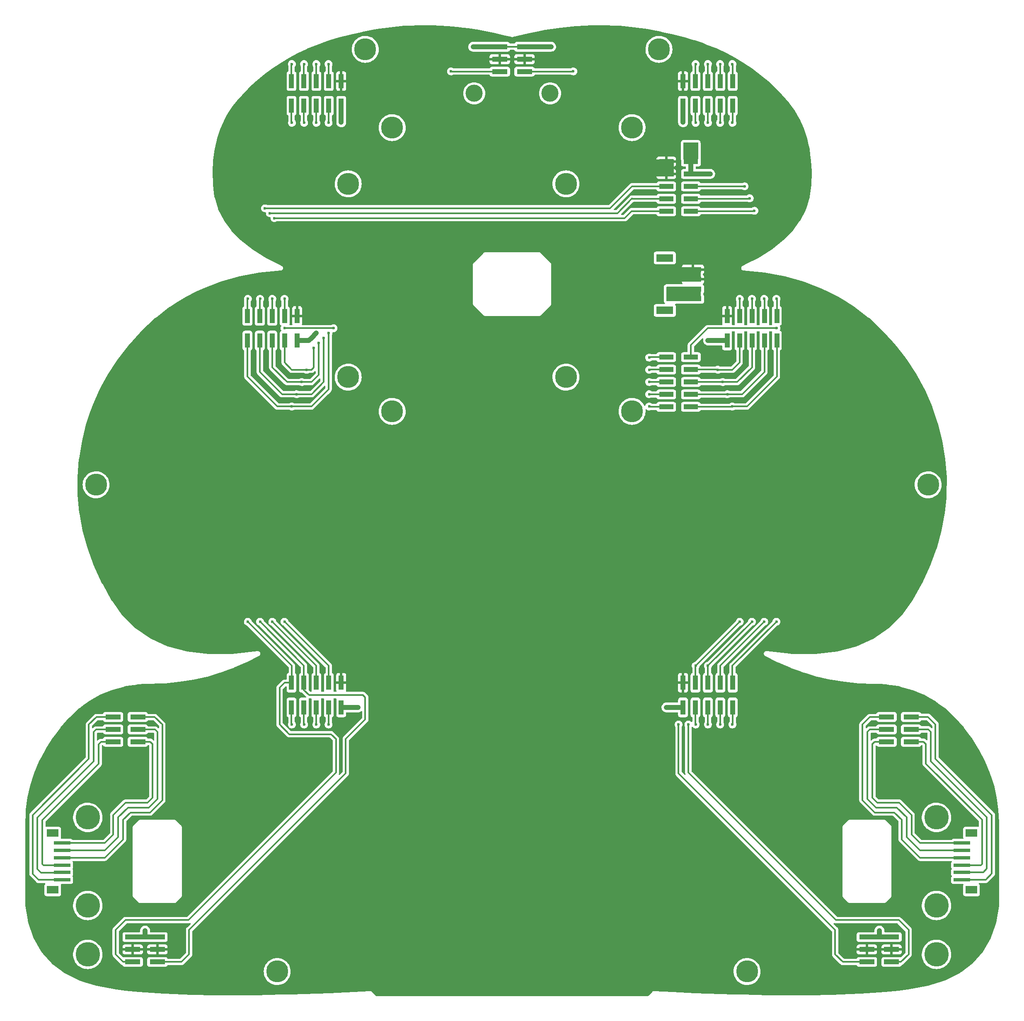
<source format=gtl>
G04 #@! TF.GenerationSoftware,KiCad,Pcbnew,(6.0.8)*
G04 #@! TF.CreationDate,2022-10-11T11:52:18+01:00*
G04 #@! TF.ProjectId,NB3_body,4e42335f-626f-4647-992e-6b696361645f,0.0.3*
G04 #@! TF.SameCoordinates,PX76bb820PYd4ab5c0*
G04 #@! TF.FileFunction,Copper,L1,Top*
G04 #@! TF.FilePolarity,Positive*
%FSLAX46Y46*%
G04 Gerber Fmt 4.6, Leading zero omitted, Abs format (unit mm)*
G04 Created by KiCad (PCBNEW (6.0.8)) date 2022-10-11 11:52:18*
%MOMM*%
%LPD*%
G01*
G04 APERTURE LIST*
G04 #@! TA.AperFunction,SMDPad,CuDef*
%ADD10R,3.150000X1.000000*%
G04 #@! TD*
G04 #@! TA.AperFunction,WasherPad*
%ADD11C,4.500000*%
G04 #@! TD*
G04 #@! TA.AperFunction,WasherPad*
%ADD12C,5.000000*%
G04 #@! TD*
G04 #@! TA.AperFunction,WasherPad*
%ADD13C,3.500000*%
G04 #@! TD*
G04 #@! TA.AperFunction,SMDPad,CuDef*
%ADD14R,3.403600X0.711200*%
G04 #@! TD*
G04 #@! TA.AperFunction,SMDPad,CuDef*
%ADD15R,2.387600X1.600200*%
G04 #@! TD*
G04 #@! TA.AperFunction,SMDPad,CuDef*
%ADD16R,1.000000X3.000000*%
G04 #@! TD*
G04 #@! TA.AperFunction,SMDPad,CuDef*
%ADD17R,3.000000X1.000000*%
G04 #@! TD*
G04 #@! TA.AperFunction,SMDPad,CuDef*
%ADD18R,3.505200X1.600200*%
G04 #@! TD*
G04 #@! TA.AperFunction,SMDPad,CuDef*
%ADD19R,3.505200X0.990600*%
G04 #@! TD*
G04 #@! TA.AperFunction,ViaPad*
%ADD20C,0.600000*%
G04 #@! TD*
G04 #@! TA.AperFunction,Conductor*
%ADD21C,0.300000*%
G04 #@! TD*
G04 #@! TA.AperFunction,Conductor*
%ADD22C,1.000000*%
G04 #@! TD*
G04 APERTURE END LIST*
D10*
X72475000Y12540000D03*
X77525000Y12540000D03*
X72475000Y10000000D03*
X77525000Y10000000D03*
X72475000Y7460000D03*
X77525000Y7460000D03*
X-77525000Y12540000D03*
X-72475000Y12540000D03*
X-77525000Y10000000D03*
X-72475000Y10000000D03*
X-77525000Y7460000D03*
X-72475000Y7460000D03*
D11*
X-24500000Y178000000D03*
D12*
X-86700000Y37000000D03*
D11*
X-30000000Y194000000D03*
X30000000Y194000000D03*
D13*
X-7750000Y185000000D03*
X7750000Y185000000D03*
D11*
X-85000000Y105000000D03*
X85000000Y105000000D03*
D12*
X-86700000Y9000000D03*
X86700000Y9000000D03*
D14*
X-91903500Y24250000D03*
X-91903500Y25749999D03*
X-91903500Y27249999D03*
X-91903500Y28750001D03*
X-91903500Y30250001D03*
X-91903500Y31750000D03*
D15*
X-93853501Y22199999D03*
X-93853501Y33800001D03*
D14*
X91903500Y31750000D03*
X91903500Y30250001D03*
X91903500Y28750001D03*
X91903500Y27249999D03*
X91903500Y25749999D03*
X91903500Y24250000D03*
D15*
X93853501Y33800001D03*
X93853501Y22199999D03*
D10*
X-2525000Y194540000D03*
X2525000Y194540000D03*
X-2525000Y192000000D03*
X2525000Y192000000D03*
X-2525000Y189460000D03*
X2525000Y189460000D03*
X76475000Y57540000D03*
X81525000Y57540000D03*
X76475000Y55000000D03*
X81525000Y55000000D03*
X76475000Y52460000D03*
X81525000Y52460000D03*
D11*
X-24500000Y120000000D03*
D16*
X-45080000Y187520000D03*
X-45080000Y182480000D03*
X-42540000Y187520000D03*
X-42540000Y182480000D03*
X-40000000Y187520000D03*
X-40000000Y182480000D03*
X-37460000Y187520000D03*
X-37460000Y182480000D03*
X-34920000Y187520000D03*
X-34920000Y182480000D03*
D12*
X-86700000Y19000000D03*
D16*
X34920000Y187520000D03*
X34920000Y182480000D03*
X37460000Y187520000D03*
X37460000Y182480000D03*
X40000000Y187520000D03*
X40000000Y182480000D03*
X42540000Y187520000D03*
X42540000Y182480000D03*
X45080000Y187520000D03*
X45080000Y182480000D03*
D11*
X24500000Y178000000D03*
D16*
X43920000Y139520000D03*
X43920000Y134480000D03*
X46460000Y139520000D03*
X46460000Y134480000D03*
X49000000Y139520000D03*
X49000000Y134480000D03*
X51540000Y139520000D03*
X51540000Y134480000D03*
X54080000Y139520000D03*
X54080000Y134480000D03*
D11*
X24500000Y120000000D03*
X11000000Y166500000D03*
X-33500000Y127000000D03*
X11000000Y127000000D03*
D12*
X86700000Y37000000D03*
D11*
X-33500000Y166500000D03*
X48000000Y5500000D03*
X-48000000Y5500000D03*
D17*
X36520000Y131080000D03*
X31480000Y131080000D03*
X36520000Y128540000D03*
X31480000Y128540000D03*
X36520000Y126000000D03*
X31480000Y126000000D03*
X36520000Y123460000D03*
X31480000Y123460000D03*
X36520000Y120920000D03*
X31480000Y120920000D03*
D16*
X-54080000Y139520000D03*
X-54080000Y134480000D03*
X-51540000Y139520000D03*
X-51540000Y134480000D03*
X-49000000Y139520000D03*
X-49000000Y134480000D03*
X-46460000Y139520000D03*
X-46460000Y134480000D03*
X-43920000Y139520000D03*
X-43920000Y134480000D03*
X-45080000Y64520000D03*
X-45080000Y59480000D03*
X-42540000Y64520000D03*
X-42540000Y59480000D03*
X-40000000Y64520000D03*
X-40000000Y59480000D03*
X-37460000Y64520000D03*
X-37460000Y59480000D03*
X-34920000Y64520000D03*
X-34920000Y59480000D03*
D12*
X86700000Y19000000D03*
D18*
X31194699Y151350001D03*
X31194699Y140650002D03*
D19*
X36944701Y143000002D03*
X36944701Y145000001D03*
X36944701Y147000002D03*
X36944701Y149000000D03*
D17*
X36520000Y171080000D03*
X31480000Y171080000D03*
X36520000Y168540000D03*
X31480000Y168540000D03*
X36520000Y166000000D03*
X31480000Y166000000D03*
X36520000Y163460000D03*
X31480000Y163460000D03*
X36520000Y160920000D03*
X31480000Y160920000D03*
D10*
X-76475000Y52460000D03*
X-81525000Y52460000D03*
X-76475000Y55000000D03*
X-81525000Y55000000D03*
X-76475000Y57540000D03*
X-81525000Y57540000D03*
D16*
X34920000Y64520000D03*
X34920000Y59480000D03*
X37460000Y64520000D03*
X37460000Y59480000D03*
X40000000Y64520000D03*
X40000000Y59480000D03*
X42540000Y64520000D03*
X42540000Y59480000D03*
X45080000Y64520000D03*
X45080000Y59480000D03*
D20*
X-75000000Y12540000D03*
X-75000000Y13880000D03*
X75040000Y13880000D03*
X75040000Y12540000D03*
X36000000Y56000000D03*
X40000000Y68000000D03*
X34000000Y56000000D03*
X37500000Y68000000D03*
X-50500000Y161500000D03*
X-54000000Y77000000D03*
X-45000000Y191000000D03*
X-54000000Y143000000D03*
X-42500000Y191000000D03*
X-49500000Y160500000D03*
X-51500000Y77000000D03*
X-51500000Y143000000D03*
X-48549520Y159500000D03*
X-49000000Y77000000D03*
X-40000000Y191000000D03*
X-49000000Y143000000D03*
X-46500000Y137000000D03*
X-36500000Y137000000D03*
X-37500000Y191000000D03*
X-46500000Y77000000D03*
X28000000Y131000000D03*
X-46500000Y143000000D03*
X28000000Y121000000D03*
X-37500000Y56000000D03*
X-40500000Y133000000D03*
X-42000000Y128500000D03*
X-37500000Y179000000D03*
X-12500000Y189500000D03*
X28000000Y123500000D03*
X-43000000Y126000000D03*
X-40000000Y179000000D03*
X-39500000Y134000000D03*
X-40000000Y56000000D03*
X-42500000Y179000000D03*
X-38500000Y135000000D03*
X-42500000Y56000000D03*
X28000000Y126000000D03*
X-44000000Y123500000D03*
X-45000000Y121000000D03*
X-37500000Y136000000D03*
X-45000000Y179000000D03*
X28000000Y128500000D03*
X-45000000Y56000000D03*
X-35000000Y179000000D03*
X-40000000Y136000000D03*
X34920000Y179920000D03*
X35500000Y174500000D03*
X-34920000Y180080000D03*
X-7960000Y194540000D03*
X39540000Y168540000D03*
X35000000Y179000000D03*
X32480000Y59480000D03*
X37500000Y174500000D03*
X-40500000Y135500000D03*
X-31500000Y59500000D03*
X40500000Y168500000D03*
X7040000Y194540000D03*
X34000000Y143000000D03*
X40980000Y134480000D03*
X32500000Y143000000D03*
X34000000Y145000000D03*
X32500000Y145000000D03*
X34000000Y144000000D03*
X36500000Y173500000D03*
X40000000Y134500000D03*
X-6960000Y194540000D03*
X31500000Y59500000D03*
X-32520000Y59480000D03*
X7960000Y194540000D03*
X32500000Y144000000D03*
X46500000Y77000000D03*
X46500000Y143000000D03*
X37500000Y191000000D03*
X47500000Y166000000D03*
X49000000Y77000000D03*
X48549520Y163549520D03*
X49000000Y143000000D03*
X40000000Y191000000D03*
X51500000Y77000000D03*
X51500000Y143000000D03*
X42500000Y191000000D03*
X49500000Y161000000D03*
X54000000Y143000000D03*
X45000000Y191000000D03*
X54000000Y137000000D03*
X54000000Y77000000D03*
X12500000Y189500000D03*
X45000000Y179000000D03*
X45000000Y56000000D03*
X45000000Y121000000D03*
X42500000Y56000000D03*
X44000000Y123500000D03*
X42500000Y179000000D03*
X40000000Y56000000D03*
X43000000Y126000000D03*
X40000000Y179000000D03*
X37500000Y56000000D03*
X37500000Y179000000D03*
X42000000Y128500000D03*
D21*
X-42540000Y64520000D02*
X-42540000Y63040000D01*
X-67540000Y7460000D02*
X-72475000Y7460000D01*
X-42540000Y63040000D02*
X-41500000Y62000000D01*
X-34000000Y53000000D02*
X-34000000Y46000000D01*
X-41500000Y62000000D02*
X-30500000Y62000000D01*
X-30500000Y62000000D02*
X-30000000Y61500000D01*
X-30000000Y61500000D02*
X-30000000Y57000000D01*
X-30000000Y57000000D02*
X-34000000Y53000000D01*
X-34000000Y46000000D02*
X-66000000Y14000000D01*
X-66000000Y14000000D02*
X-66000000Y9000000D01*
X-66000000Y9000000D02*
X-67540000Y7460000D01*
X-45500000Y54000000D02*
X-37000000Y54000000D01*
X-47500000Y56000000D02*
X-45500000Y54000000D01*
X-46480000Y64520000D02*
X-47500000Y63500000D01*
X-47500000Y63500000D02*
X-47500000Y56000000D01*
X-36000000Y53000000D02*
X-36000000Y46140000D01*
X-45080000Y64520000D02*
X-46480000Y64520000D01*
X-37000000Y54000000D02*
X-36000000Y53000000D01*
X-36000000Y46140000D02*
X-66140000Y16000000D01*
X-81000000Y9000000D02*
X-79460000Y7460000D01*
X-66140000Y16000000D02*
X-79000000Y16000000D01*
X-81000000Y14000000D02*
X-81000000Y9000000D01*
X-79000000Y16000000D02*
X-81000000Y14000000D01*
X-79460000Y7460000D02*
X-77525000Y7460000D01*
D22*
X-75000000Y12540000D02*
X-75000000Y13880000D01*
X-77565000Y12540000D02*
X-72515000Y12540000D01*
X75040000Y12540000D02*
X75040000Y13880000D01*
X72475000Y12540000D02*
X77525000Y12540000D01*
D21*
X66000000Y14000000D02*
X66000000Y9000000D01*
X34000000Y56000000D02*
X34000000Y46000000D01*
X34000000Y46000000D02*
X66000000Y14000000D01*
X66000000Y9000000D02*
X67540000Y7460000D01*
X67540000Y7460000D02*
X72475000Y7460000D01*
X79000000Y16000000D02*
X81000000Y14000000D01*
X36000000Y56000000D02*
X36000000Y46140000D01*
X81000000Y14000000D02*
X81000000Y9000000D01*
X36000000Y46140000D02*
X66140000Y16000000D01*
X66140000Y16000000D02*
X79000000Y16000000D01*
X81000000Y9000000D02*
X79460000Y7460000D01*
X79460000Y7460000D02*
X77525000Y7460000D01*
X37460000Y67960000D02*
X37500000Y68000000D01*
X-45080000Y190920000D02*
X-45000000Y191000000D01*
X24500000Y166000000D02*
X31480000Y166000000D01*
X20000000Y161500000D02*
X24500000Y166000000D01*
X-45000000Y64600000D02*
X-45080000Y64520000D01*
X-45000000Y68000000D02*
X-45000000Y64600000D01*
X-45080000Y187520000D02*
X-45080000Y190920000D01*
X-54080000Y142920000D02*
X-54080000Y139520000D01*
X-50500000Y161500000D02*
X20000000Y161500000D01*
X-54000000Y143000000D02*
X-54080000Y142920000D01*
X-54000000Y77000000D02*
X-45000000Y68000000D01*
X-42540000Y187520000D02*
X-42540000Y190960000D01*
X-49500000Y160500000D02*
X21500000Y160500000D01*
X-42540000Y68040000D02*
X-42540000Y64520000D01*
X-51540000Y142960000D02*
X-51540000Y139520000D01*
X-51500000Y77000000D02*
X-42540000Y68040000D01*
X-51500000Y143000000D02*
X-51540000Y142960000D01*
X21500000Y160500000D02*
X24500000Y163500000D01*
X-42540000Y190960000D02*
X-42500000Y191000000D01*
X24500000Y163500000D02*
X24540000Y163460000D01*
X24540000Y163460000D02*
X31480000Y163460000D01*
X24420000Y160920000D02*
X31480000Y160920000D01*
X-49000000Y77000000D02*
X-40000000Y68000000D01*
X-40000000Y68000000D02*
X-40000000Y64520000D01*
X-49000000Y143000000D02*
X-49000000Y139520000D01*
X23000000Y159500000D02*
X24420000Y160920000D01*
X-40000000Y187520000D02*
X-40000000Y191000000D01*
X-48549520Y159500000D02*
X23000000Y159500000D01*
X-37500000Y68000000D02*
X-37460000Y67960000D01*
X-37460000Y190960000D02*
X-37500000Y191000000D01*
X-46500000Y143000000D02*
X-46460000Y142960000D01*
X-46460000Y142960000D02*
X-46460000Y139520000D01*
X28080000Y131080000D02*
X31480000Y131080000D01*
X-37460000Y187520000D02*
X-37460000Y190960000D01*
X-46500000Y77000000D02*
X-37500000Y68000000D01*
X28000000Y131000000D02*
X28080000Y131080000D01*
X-46500000Y137000000D02*
X-36500000Y137000000D01*
X-37460000Y67960000D02*
X-37460000Y64520000D01*
X28080000Y120920000D02*
X31480000Y120920000D01*
X28000000Y121000000D02*
X28080000Y120920000D01*
X-40500000Y129000000D02*
X-41000000Y128500000D01*
X-12460000Y189460000D02*
X-2525000Y189460000D01*
X-40500000Y133000000D02*
X-40500000Y129000000D01*
X-37500000Y56000000D02*
X-37460000Y56040000D01*
X-12500000Y189500000D02*
X-12460000Y189460000D01*
X-37460000Y56040000D02*
X-37460000Y59480000D01*
X-37460000Y179040000D02*
X-37500000Y179000000D01*
X-45000000Y128500000D02*
X-46460000Y129960000D01*
X-42000000Y128500000D02*
X-45000000Y128500000D01*
X-37460000Y182480000D02*
X-37460000Y179040000D01*
X-46460000Y129960000D02*
X-46460000Y134480000D01*
X-41000000Y128500000D02*
X-42000000Y128500000D01*
X-49000000Y129000000D02*
X-49000000Y134480000D01*
X28000000Y123500000D02*
X28040000Y123460000D01*
X28040000Y123460000D02*
X31480000Y123460000D01*
X-40000000Y56000000D02*
X-40000000Y59480000D01*
X-43000000Y126000000D02*
X-46000000Y126000000D01*
X-40000000Y182480000D02*
X-40000000Y179000000D01*
X-46000000Y126000000D02*
X-49000000Y129000000D01*
X-39500000Y134000000D02*
X-39500000Y127500000D01*
X-41000000Y126000000D02*
X-43000000Y126000000D01*
X-39500000Y127500000D02*
X-41000000Y126000000D01*
X-41000000Y123500000D02*
X-44000000Y123500000D01*
X-51540000Y128040000D02*
X-51540000Y134480000D01*
X-42540000Y56040000D02*
X-42540000Y59480000D01*
X-38500000Y135000000D02*
X-38500000Y126000000D01*
X28000000Y126000000D02*
X31480000Y126000000D01*
X-42540000Y179040000D02*
X-42500000Y179000000D01*
X-42540000Y182480000D02*
X-42540000Y179040000D01*
X-44000000Y123500000D02*
X-47000000Y123500000D01*
X-42500000Y56000000D02*
X-42540000Y56040000D01*
X-38500000Y126000000D02*
X-41000000Y123500000D01*
X-47000000Y123500000D02*
X-51540000Y128040000D01*
X-45000000Y56000000D02*
X-45080000Y56080000D01*
X-48000000Y121000000D02*
X-54080000Y127080000D01*
X-45080000Y56080000D02*
X-45080000Y59480000D01*
X-54080000Y127080000D02*
X-54080000Y134480000D01*
X-37500000Y136000000D02*
X-37500000Y124500000D01*
X28040000Y128540000D02*
X31480000Y128540000D01*
X28000000Y128500000D02*
X28040000Y128540000D01*
X-45080000Y182480000D02*
X-45080000Y179080000D01*
X-45080000Y179080000D02*
X-45000000Y179000000D01*
X-45000000Y121000000D02*
X-48000000Y121000000D01*
X-37500000Y124500000D02*
X-41000000Y121000000D01*
X-41000000Y121000000D02*
X-45000000Y121000000D01*
D22*
X34000000Y145000000D02*
X34000000Y144000000D01*
X-34920000Y182480000D02*
X-34920000Y180080000D01*
X-41000000Y135000000D02*
X-41520000Y134480000D01*
D21*
X-34920000Y179080000D02*
X-35000000Y179000000D01*
D22*
X34920000Y179920000D02*
X34920000Y179080000D01*
X39540000Y168540000D02*
X40460000Y168540000D01*
D21*
X40460000Y168540000D02*
X40500000Y168500000D01*
D22*
X36944701Y145000001D02*
X34000000Y145000000D01*
X-40000000Y136000000D02*
X-41000000Y135000000D01*
X-34920000Y59480000D02*
X-32520000Y59480000D01*
X-34920000Y180080000D02*
X-34920000Y179080000D01*
D21*
X40020000Y134480000D02*
X40000000Y134500000D01*
X31520000Y59480000D02*
X31500000Y59500000D01*
D22*
X36944701Y145000001D02*
X36944701Y143000002D01*
D21*
X34920000Y179080000D02*
X35000000Y179000000D01*
D22*
X7040000Y194540000D02*
X7960000Y194540000D01*
D21*
X36520000Y173480000D02*
X36500000Y173500000D01*
D22*
X32480000Y59480000D02*
X31520000Y59480000D01*
X-41520000Y134480000D02*
X-43920000Y134480000D01*
X34920000Y182480000D02*
X34920000Y179920000D01*
X34920000Y59480000D02*
X32480000Y59480000D01*
X36520000Y168540000D02*
X39540000Y168540000D01*
D21*
X34000000Y143000000D02*
X34000002Y143000002D01*
D22*
X-2525000Y194540000D02*
X-6960000Y194540000D01*
X36520000Y171080000D02*
X36520000Y168540000D01*
D21*
X-31520000Y59480000D02*
X-31500000Y59500000D01*
D22*
X34000000Y144000000D02*
X34000000Y143000000D01*
X2525000Y194540000D02*
X7040000Y194540000D01*
X40980000Y134480000D02*
X40020000Y134480000D01*
X43920000Y134480000D02*
X40980000Y134480000D01*
X36520000Y171080000D02*
X36520000Y173480000D01*
X-6960000Y194540000D02*
X-7960000Y194540000D01*
D21*
X-2525000Y194540000D02*
X2525000Y194540000D01*
D22*
X34000002Y143000002D02*
X36944701Y143000002D01*
X-32520000Y59480000D02*
X-31520000Y59480000D01*
D21*
X37460000Y187520000D02*
X37460000Y190960000D01*
X46460000Y142960000D02*
X46460000Y139520000D01*
X47500000Y166000000D02*
X36520000Y166000000D01*
X37460000Y190960000D02*
X37500000Y191000000D01*
X46500000Y143000000D02*
X46460000Y142960000D01*
X37460000Y67960000D02*
X37460000Y64520000D01*
X46500000Y77000000D02*
X37500000Y68000000D01*
X48549520Y163549520D02*
X48460000Y163460000D01*
X48460000Y163460000D02*
X36520000Y163460000D01*
X49000000Y143000000D02*
X49000000Y139520000D01*
X40000000Y68000000D02*
X40000000Y64520000D01*
X40000000Y187520000D02*
X40000000Y191000000D01*
X49000000Y77000000D02*
X40000000Y68000000D01*
X42540000Y187520000D02*
X42540000Y190960000D01*
X51500000Y143000000D02*
X51540000Y142960000D01*
X42540000Y68040000D02*
X42540000Y64520000D01*
X49420000Y160920000D02*
X36520000Y160920000D01*
X51500000Y77000000D02*
X42540000Y68040000D01*
X42540000Y190960000D02*
X42500000Y191000000D01*
X51540000Y142960000D02*
X51540000Y139520000D01*
X49500000Y161000000D02*
X49420000Y160920000D01*
X54000000Y143000000D02*
X54080000Y142920000D01*
X54000000Y77000000D02*
X45000000Y68000000D01*
X45080000Y187520000D02*
X45080000Y190920000D01*
X45080000Y190920000D02*
X45000000Y191000000D01*
X36520000Y133520000D02*
X36520000Y131080000D01*
X54080000Y142920000D02*
X54080000Y139520000D01*
X54000000Y137000000D02*
X40000000Y137000000D01*
X40000000Y137000000D02*
X36520000Y133520000D01*
X45000000Y64600000D02*
X45080000Y64520000D01*
X45000000Y68000000D02*
X45000000Y64600000D01*
X48000000Y121000000D02*
X54080000Y127080000D01*
X54080000Y127080000D02*
X54080000Y134480000D01*
X45000000Y121000000D02*
X44920000Y120920000D01*
X44920000Y120920000D02*
X36520000Y120920000D01*
X45000000Y56000000D02*
X45080000Y56080000D01*
X45000000Y121000000D02*
X48000000Y121000000D01*
X45080000Y179080000D02*
X45000000Y179000000D01*
X45080000Y56080000D02*
X45080000Y59480000D01*
X45080000Y182480000D02*
X45080000Y179080000D01*
X12460000Y189460000D02*
X2525000Y189460000D01*
X12500000Y189500000D02*
X12460000Y189460000D01*
X43960000Y123460000D02*
X36520000Y123460000D01*
X42540000Y182480000D02*
X42540000Y179040000D01*
X44000000Y123500000D02*
X47000000Y123500000D01*
X42540000Y56040000D02*
X42540000Y59480000D01*
X42540000Y179040000D02*
X42500000Y179000000D01*
X44000000Y123500000D02*
X43960000Y123460000D01*
X42500000Y56000000D02*
X42540000Y56040000D01*
X47000000Y123500000D02*
X51540000Y128040000D01*
X51540000Y128040000D02*
X51540000Y134480000D01*
X49000000Y129000000D02*
X49000000Y134480000D01*
X46000000Y126000000D02*
X49000000Y129000000D01*
X40000000Y182480000D02*
X40000000Y179000000D01*
X43000000Y126000000D02*
X46000000Y126000000D01*
X40000000Y56000000D02*
X40000000Y59480000D01*
X43000000Y126000000D02*
X36520000Y126000000D01*
X37500000Y56000000D02*
X37460000Y56040000D01*
X37460000Y56040000D02*
X37460000Y59480000D01*
X46460000Y129960000D02*
X46460000Y134480000D01*
X41960000Y128540000D02*
X36520000Y128540000D01*
X37460000Y179040000D02*
X37500000Y179000000D01*
X42000000Y128500000D02*
X41960000Y128540000D01*
X42000000Y128500000D02*
X45000000Y128500000D01*
X45000000Y128500000D02*
X46460000Y129960000D01*
X37460000Y182480000D02*
X37460000Y179040000D01*
X-97975000Y25460000D02*
X-96725000Y24210000D01*
X-96725000Y24210000D02*
X-91878500Y24210000D01*
X-86475000Y55960000D02*
X-86475000Y48960000D01*
X-84935000Y57500000D02*
X-86475000Y55960000D01*
X-86475000Y48960000D02*
X-97975000Y37460000D01*
X-97975000Y37460000D02*
X-97975000Y25460000D01*
X-81500000Y57500000D02*
X-84935000Y57500000D01*
X-96975000Y26460000D02*
X-96224999Y25709999D01*
X-96224999Y25709999D02*
X-91878500Y25709999D01*
X-85475000Y54460000D02*
X-85475000Y48460000D01*
X-96975000Y36960000D02*
X-96975000Y26460000D01*
X-84975000Y54960000D02*
X-85475000Y54460000D01*
X-81500000Y54960000D02*
X-84975000Y54960000D01*
X-85475000Y48460000D02*
X-96975000Y36960000D01*
X-81500000Y52420000D02*
X-84015000Y52420000D01*
X-95975000Y27460000D02*
X-95724999Y27209999D01*
X-84475000Y51960000D02*
X-84475000Y47960000D01*
X-95975000Y36460000D02*
X-95975000Y27460000D01*
X-95724999Y27209999D02*
X-91878500Y27209999D01*
X-84475000Y47960000D02*
X-95975000Y36460000D01*
X-84015000Y52420000D02*
X-84475000Y51960000D01*
X-79500000Y32500000D02*
X-79500000Y36500000D01*
X-74000000Y38000000D02*
X-71475000Y40525000D01*
X-78000000Y38000000D02*
X-74000000Y38000000D01*
X-71475000Y40525000D02*
X-71475000Y55960000D01*
X-71475000Y55960000D02*
X-73015000Y57500000D01*
X-73015000Y57500000D02*
X-76450000Y57500000D01*
X-83249999Y28750001D02*
X-79500000Y32500000D01*
X-79500000Y36500000D02*
X-78000000Y38000000D01*
X-91903500Y28750001D02*
X-83249999Y28750001D01*
X-72475000Y54460000D02*
X-72975000Y54960000D01*
X-78500000Y39000000D02*
X-74250000Y39000000D01*
X-80500000Y33000000D02*
X-80500000Y37000000D01*
X-91903500Y30250001D02*
X-83249999Y30250001D01*
X-83249999Y30250001D02*
X-80500000Y33000000D01*
X-74250000Y39000000D02*
X-72475000Y40775000D01*
X-72475000Y40775000D02*
X-72475000Y54460000D01*
X-72975000Y54960000D02*
X-76450000Y54960000D01*
X-80500000Y37000000D02*
X-78500000Y39000000D01*
X-83250000Y31750000D02*
X-81500000Y33500000D01*
X-73500000Y52000000D02*
X-73960000Y52460000D01*
X-81500000Y37500000D02*
X-79000000Y40000000D01*
X-73500000Y41000000D02*
X-73500000Y52000000D01*
X-74500000Y40000000D02*
X-73500000Y41000000D01*
X-73960000Y52460000D02*
X-76475000Y52460000D01*
X-79000000Y40000000D02*
X-74500000Y40000000D01*
X-91903500Y31750000D02*
X-83250000Y31750000D01*
X-81500000Y33500000D02*
X-81500000Y37500000D01*
X73596500Y51999999D02*
X74056500Y52459999D01*
X73596500Y40999999D02*
X73596500Y51999999D01*
X83346500Y31749999D02*
X81596500Y33499999D01*
X74056500Y52459999D02*
X76571500Y52459999D01*
X74596500Y39999999D02*
X73596500Y40999999D01*
X79096500Y39999999D02*
X74596500Y39999999D01*
X81596500Y37499999D02*
X79096500Y39999999D01*
X81596500Y33499999D02*
X81596500Y37499999D01*
X92000000Y31749999D02*
X83346500Y31749999D01*
X72571500Y54459999D02*
X73071500Y54959999D01*
X73071500Y54959999D02*
X76546500Y54959999D01*
X74346500Y38999999D02*
X72571500Y40774999D01*
X83346499Y30250000D02*
X80596500Y32999999D01*
X80596500Y32999999D02*
X80596500Y36999999D01*
X92000000Y30250000D02*
X83346499Y30250000D01*
X72571500Y40774999D02*
X72571500Y54459999D01*
X80596500Y36999999D02*
X78596500Y38999999D01*
X78596500Y38999999D02*
X74346500Y38999999D01*
X74096500Y37999999D02*
X71571500Y40524999D01*
X79596500Y32499999D02*
X79596500Y36499999D01*
X71571500Y55959999D02*
X73111500Y57499999D01*
X71571500Y40524999D02*
X71571500Y55959999D01*
X83346499Y28750000D02*
X79596500Y32499999D01*
X79596500Y36499999D02*
X78096500Y37999999D01*
X73111500Y57499999D02*
X76546500Y57499999D01*
X78096500Y37999999D02*
X74096500Y37999999D01*
X92000000Y28750000D02*
X83346499Y28750000D01*
X84040000Y52460000D02*
X84500000Y52000000D01*
X96000000Y36500000D02*
X96000000Y27500000D01*
X81525000Y52460000D02*
X84040000Y52460000D01*
X95749999Y27249999D02*
X91903500Y27249999D01*
X84500000Y48000000D02*
X96000000Y36500000D01*
X84500000Y52000000D02*
X84500000Y48000000D01*
X96000000Y27500000D02*
X95749999Y27249999D01*
X81525000Y55000000D02*
X85000000Y55000000D01*
X96249999Y25749999D02*
X91903500Y25749999D01*
X97000000Y37000000D02*
X97000000Y26500000D01*
X97000000Y26500000D02*
X96249999Y25749999D01*
X85500000Y48500000D02*
X97000000Y37000000D01*
X85500000Y54500000D02*
X85500000Y48500000D01*
X85000000Y55000000D02*
X85500000Y54500000D01*
X86500000Y56000000D02*
X86500000Y49000000D01*
X81525000Y57540000D02*
X84960000Y57540000D01*
X98000000Y37500000D02*
X98000000Y25500000D01*
X96750000Y24250000D02*
X91903500Y24250000D01*
X84960000Y57540000D02*
X86500000Y56000000D01*
X98000000Y25500000D02*
X96750000Y24250000D01*
X86500000Y49000000D02*
X98000000Y37500000D01*
G04 #@! TA.AperFunction,Conductor*
G36*
X38500000Y146500000D02*
G01*
X32500000Y146500000D01*
X32500000Y149500000D01*
X38500000Y149500000D01*
X38500000Y146500000D01*
G37*
G04 #@! TD.AperFunction*
G04 #@! TA.AperFunction,Conductor*
G36*
X37942121Y174979998D02*
G01*
X37988614Y174926342D01*
X38000000Y174874000D01*
X38000000Y171626000D01*
X37979998Y171557879D01*
X37926342Y171511386D01*
X37874000Y171500000D01*
X35126000Y171500000D01*
X35057879Y171520002D01*
X35011386Y171573658D01*
X35000000Y171626000D01*
X35000000Y174874000D01*
X35020002Y174942121D01*
X35073658Y174988614D01*
X35126000Y175000000D01*
X37874000Y175000000D01*
X37942121Y174979998D01*
G37*
G04 #@! TD.AperFunction*
G04 #@! TA.AperFunction,Conductor*
G36*
X33000000Y168000000D02*
G01*
X28000000Y168000000D01*
X28000000Y171500000D01*
X33000000Y171500000D01*
X33000000Y168000000D01*
G37*
G04 #@! TD.AperFunction*
G04 #@! TA.AperFunction,Conductor*
G36*
X19136033Y198958523D02*
G01*
X20886337Y198875573D01*
X22049476Y198820450D01*
X22056432Y198819927D01*
X24903377Y198526423D01*
X24908891Y198525731D01*
X27670178Y198117333D01*
X27674286Y198116656D01*
X28071076Y198044501D01*
X30322404Y197635104D01*
X30326780Y197634227D01*
X30873608Y197514540D01*
X32857481Y197080318D01*
X32862180Y197079195D01*
X35275430Y196453133D01*
X35280441Y196451722D01*
X36523467Y196073806D01*
X37576164Y195753755D01*
X37581473Y195752011D01*
X39037193Y195237675D01*
X39759706Y194982396D01*
X39765338Y194980253D01*
X41826124Y194139281D01*
X41832045Y194136686D01*
X43776479Y193224205D01*
X43782289Y193221293D01*
X45632665Y192233493D01*
X45638158Y192230381D01*
X47415131Y191164098D01*
X47420575Y191160639D01*
X49123609Y190016270D01*
X49128955Y190012473D01*
X50758354Y188789905D01*
X50763551Y188785787D01*
X52319501Y187484949D01*
X52324501Y187480538D01*
X53807229Y186101285D01*
X53811990Y186096616D01*
X53999797Y185902394D01*
X55157046Y184705620D01*
X55221738Y184638718D01*
X55226220Y184633832D01*
X56557142Y183103990D01*
X56563532Y183096013D01*
X56766304Y182820713D01*
X57757526Y181474950D01*
X57757530Y181474944D01*
X57765096Y181463396D01*
X58306505Y180529012D01*
X58776873Y179717234D01*
X58782999Y179705222D01*
X59618572Y177824510D01*
X59623191Y177812493D01*
X60282497Y175795092D01*
X60285687Y175783476D01*
X60490186Y174869505D01*
X60768052Y173627627D01*
X60769999Y173616678D01*
X60917785Y172502165D01*
X61074375Y171321255D01*
X61075300Y171311185D01*
X61190486Y169070937D01*
X61200532Y168875556D01*
X61200669Y168866396D01*
X61145980Y166305276D01*
X61144876Y166291106D01*
X60823227Y163908876D01*
X60803292Y163761234D01*
X60798816Y163740918D01*
X60094802Y161461272D01*
X60065311Y161365778D01*
X60057451Y161346274D01*
X59921502Y161076383D01*
X58928299Y159104633D01*
X58917839Y159087440D01*
X58548678Y158577392D01*
X57387732Y156973384D01*
X57375913Y156959335D01*
X55438527Y154970683D01*
X55426536Y154959859D01*
X53076746Y153097611D01*
X53065403Y153089598D01*
X50300102Y151356357D01*
X50289840Y151350577D01*
X47847870Y150121723D01*
X47125767Y149758345D01*
X47109199Y149751439D01*
X47083381Y149742778D01*
X47076010Y149737646D01*
X47076009Y149737646D01*
X47053555Y149722014D01*
X47053506Y149721982D01*
X47053450Y149721954D01*
X47053304Y149721852D01*
X47053302Y149721851D01*
X47051333Y149720479D01*
X47024410Y149701724D01*
X46965720Y149660865D01*
X46965671Y149660804D01*
X46965605Y149660758D01*
X46959982Y149653774D01*
X46959980Y149653772D01*
X46927077Y149612904D01*
X46919823Y149603894D01*
X46875778Y149549221D01*
X46875748Y149549150D01*
X46875697Y149549086D01*
X46847776Y149481803D01*
X46820786Y149416820D01*
X46820777Y149416741D01*
X46820747Y149416668D01*
X46813108Y149346771D01*
X46805165Y149274308D01*
X46805179Y149274227D01*
X46805171Y149274151D01*
X46817520Y149204558D01*
X46830171Y149133139D01*
X46830206Y149133069D01*
X46830220Y149132989D01*
X46834240Y149124878D01*
X46834241Y149124874D01*
X46862450Y149067953D01*
X46862468Y149067918D01*
X46893792Y149004663D01*
X46893845Y149004605D01*
X46893881Y149004533D01*
X46934346Y148960624D01*
X46943098Y148951127D01*
X46943124Y148951099D01*
X46984753Y148905899D01*
X46984755Y148905897D01*
X46990916Y148899208D01*
X46990983Y148899168D01*
X46991038Y148899108D01*
X47052709Y148861997D01*
X47113733Y148825249D01*
X47113811Y148825229D01*
X47113878Y148825188D01*
X47122788Y148822844D01*
X47122789Y148822844D01*
X47183181Y148806959D01*
X47183219Y148806949D01*
X47220060Y148797246D01*
X47220064Y148797245D01*
X47220258Y148797194D01*
X47220322Y148797187D01*
X47220369Y148797177D01*
X47252528Y148788718D01*
X47283623Y148789566D01*
X47300019Y148788944D01*
X51594891Y148344709D01*
X51604961Y148343254D01*
X55699052Y147581914D01*
X55709693Y147579453D01*
X59586072Y146503640D01*
X59597083Y146500031D01*
X63256992Y145110319D01*
X63268099Y145105478D01*
X64572003Y144460741D01*
X66713081Y143402050D01*
X66723956Y143395986D01*
X68222111Y142460742D01*
X69955725Y141378509D01*
X69966005Y141371358D01*
X72697980Y139261525D01*
X72986164Y139038968D01*
X72995576Y139030931D01*
X75807828Y136380061D01*
X75815253Y136372445D01*
X77728875Y134236220D01*
X78359083Y133532704D01*
X78385255Y133503487D01*
X78391340Y133496154D01*
X80262182Y131059576D01*
X80679741Y130515749D01*
X80685492Y130507612D01*
X82608132Y127545296D01*
X82690442Y127418476D01*
X82695687Y127409621D01*
X83884204Y125202495D01*
X84417993Y124211226D01*
X84422581Y124201783D01*
X85827831Y120974009D01*
X85862940Y120893365D01*
X85866743Y120883521D01*
X87001026Y117536796D01*
X87025668Y117464090D01*
X87028615Y117454040D01*
X87063417Y117314019D01*
X87906349Y113922544D01*
X87908414Y113912504D01*
X88504752Y110269022D01*
X88506003Y110258749D01*
X88801623Y106574993D01*
X88802024Y106564095D01*
X88778258Y102909964D01*
X88777701Y102898922D01*
X88718225Y102269968D01*
X88434780Y99272592D01*
X88433261Y99261658D01*
X87771044Y95661857D01*
X87768622Y95651275D01*
X86786663Y92076886D01*
X86783457Y92066875D01*
X86659671Y91729472D01*
X85481076Y88516987D01*
X85477235Y88507685D01*
X83853609Y84981657D01*
X83849305Y84973169D01*
X83591359Y84508837D01*
X81910487Y81483080D01*
X81902679Y81470762D01*
X81521222Y80939805D01*
X79616415Y78288466D01*
X79602404Y78272116D01*
X78285031Y76977507D01*
X76924216Y75640207D01*
X76906838Y75625942D01*
X73824467Y73526176D01*
X73805220Y73515401D01*
X70309868Y71943051D01*
X70290643Y71936215D01*
X66373522Y70891634D01*
X66355830Y70888248D01*
X62011142Y70375294D01*
X61995748Y70374427D01*
X57221342Y70397905D01*
X57208387Y70398637D01*
X57169339Y70402869D01*
X56757326Y70447522D01*
X52047449Y70957968D01*
X52035777Y70960568D01*
X52035681Y70960065D01*
X52026862Y70961745D01*
X52018374Y70964657D01*
X52009411Y70965070D01*
X52009410Y70965070D01*
X51965504Y70967092D01*
X51957731Y70967692D01*
X51946407Y70968919D01*
X51946397Y70968919D01*
X51941943Y70969402D01*
X51931735Y70969052D01*
X51921647Y70969111D01*
X51875159Y70971251D01*
X51866435Y70969130D01*
X51862666Y70968766D01*
X51847632Y70966702D01*
X51843919Y70966040D01*
X51834947Y70965732D01*
X51826420Y70962918D01*
X51826421Y70962918D01*
X51790778Y70951155D01*
X51781055Y70948373D01*
X51778900Y70947849D01*
X51735851Y70937383D01*
X51728075Y70932900D01*
X51724565Y70931495D01*
X51710700Y70925289D01*
X51707323Y70923612D01*
X51698803Y70920800D01*
X51691417Y70915711D01*
X51691414Y70915710D01*
X51660489Y70894404D01*
X51651937Y70889006D01*
X51646132Y70885659D01*
X51611647Y70865778D01*
X51605439Y70859290D01*
X51602465Y70856957D01*
X51590907Y70847115D01*
X51588135Y70844556D01*
X51580743Y70839463D01*
X51575078Y70832501D01*
X51551383Y70803381D01*
X51544701Y70795810D01*
X51512532Y70762190D01*
X51508395Y70754221D01*
X51506195Y70751146D01*
X51497885Y70738489D01*
X51495927Y70735229D01*
X51490257Y70728261D01*
X51486772Y70719985D01*
X51486771Y70719983D01*
X51472202Y70685383D01*
X51467911Y70676238D01*
X51446476Y70634949D01*
X51444741Y70626136D01*
X51443492Y70622566D01*
X51439054Y70608037D01*
X51438102Y70604403D01*
X51434618Y70596130D01*
X51433597Y70587214D01*
X51433596Y70587212D01*
X51429324Y70549921D01*
X51427770Y70539926D01*
X51420520Y70503094D01*
X51420520Y70503090D01*
X51418786Y70494282D01*
X51419594Y70485346D01*
X51419397Y70481582D01*
X51419216Y70466380D01*
X51419322Y70462616D01*
X51418300Y70453696D01*
X51419822Y70444853D01*
X51419822Y70444846D01*
X51426190Y70407847D01*
X51427501Y70397851D01*
X51431690Y70351498D01*
X51434976Y70343140D01*
X51435841Y70339486D01*
X51439935Y70324834D01*
X51441094Y70321248D01*
X51442616Y70312407D01*
X51446558Y70304347D01*
X51446560Y70304342D01*
X51463054Y70270621D01*
X51467130Y70261366D01*
X51484151Y70218075D01*
X51489651Y70210975D01*
X51491515Y70207696D01*
X51499551Y70194792D01*
X51501663Y70191686D01*
X51505608Y70183621D01*
X51532038Y70154642D01*
X51536953Y70149252D01*
X51543465Y70141509D01*
X51550265Y70132730D01*
X51571950Y70104738D01*
X51579214Y70099473D01*
X51581921Y70096851D01*
X51593244Y70086733D01*
X51596164Y70084327D01*
X51602215Y70077692D01*
X51609883Y70073023D01*
X51609888Y70073019D01*
X51641949Y70053498D01*
X51650365Y70047900D01*
X51661142Y70040089D01*
X51665469Y70037876D01*
X51674686Y70033162D01*
X51682837Y70028603D01*
X51724669Y70003134D01*
X51733342Y70000804D01*
X51741589Y69997272D01*
X51741586Y69997266D01*
X51754897Y69992141D01*
X54040986Y68823000D01*
X54243600Y68719380D01*
X54253746Y68713583D01*
X54262034Y68708323D01*
X54280076Y68700458D01*
X54287073Y68697147D01*
X54301884Y68689573D01*
X54306116Y68688121D01*
X54306121Y68688119D01*
X54311930Y68686126D01*
X54321386Y68682450D01*
X56890697Y67562447D01*
X56901050Y67557357D01*
X56905710Y67554795D01*
X56905718Y67554791D01*
X56909982Y67552447D01*
X56928119Y67545863D01*
X56935455Y67542936D01*
X56939947Y67540978D01*
X56946243Y67538233D01*
X56946248Y67538231D01*
X56950357Y67536440D01*
X56954684Y67535248D01*
X56960974Y67533515D01*
X56970500Y67530479D01*
X58925675Y66820748D01*
X59515410Y66606674D01*
X59584685Y66581527D01*
X59595252Y66577139D01*
X59604704Y66572700D01*
X59609376Y66571333D01*
X59609379Y66571332D01*
X59623004Y66567346D01*
X59630598Y66564860D01*
X59645657Y66559394D01*
X59656672Y66557092D01*
X59666256Y66554694D01*
X59967131Y66466676D01*
X62325288Y65776825D01*
X62336083Y65773128D01*
X62341324Y65771064D01*
X62345864Y65769276D01*
X62350619Y65768209D01*
X62350622Y65768208D01*
X62364396Y65765117D01*
X62372168Y65763111D01*
X62387469Y65758635D01*
X62398680Y65757028D01*
X62408368Y65755249D01*
X64294667Y65331949D01*
X65112123Y65148505D01*
X65123169Y65145493D01*
X65128459Y65143789D01*
X65128466Y65143787D01*
X65133095Y65142296D01*
X65137889Y65141536D01*
X65137898Y65141534D01*
X65151941Y65139309D01*
X65159796Y65137807D01*
X65167352Y65136111D01*
X65171059Y65135279D01*
X65171061Y65135279D01*
X65175431Y65134298D01*
X65185343Y65133518D01*
X65186619Y65133418D01*
X65196459Y65132253D01*
X67944857Y64696644D01*
X67956168Y64694315D01*
X67961294Y64693012D01*
X67961298Y64693011D01*
X67966013Y64691813D01*
X67970854Y64691354D01*
X67970857Y64691354D01*
X67985249Y64689991D01*
X67993087Y64688999D01*
X68002025Y64687583D01*
X68009162Y64686452D01*
X68020143Y64686288D01*
X68030132Y64685741D01*
X70823066Y64421266D01*
X70834648Y64419623D01*
X70844251Y64417803D01*
X70849113Y64417643D01*
X70863960Y64417154D01*
X70871687Y64416661D01*
X70883806Y64415514D01*
X70883811Y64415514D01*
X70888277Y64415091D01*
X70898847Y64415597D01*
X70908997Y64415673D01*
X73770340Y64321522D01*
X73772744Y64321420D01*
X74857680Y64264329D01*
X76580210Y64173687D01*
X76593503Y64172277D01*
X78178426Y63918600D01*
X79233711Y63749695D01*
X79247654Y63746643D01*
X81747256Y63049059D01*
X81761346Y63044212D01*
X84123199Y62071904D01*
X84136809Y62065320D01*
X85435721Y61337546D01*
X86363940Y60817469D01*
X86376512Y60809410D01*
X87244227Y60177675D01*
X88471435Y59284213D01*
X88471436Y59284212D01*
X88482524Y59275131D01*
X89976140Y57902698D01*
X90446895Y57470137D01*
X90456288Y57460534D01*
X92293167Y55370404D01*
X92299932Y55362007D01*
X93304431Y53999500D01*
X93965830Y53102376D01*
X93971131Y53094593D01*
X94232391Y52678364D01*
X95129425Y51249244D01*
X95417910Y50789640D01*
X95422875Y50780987D01*
X96648460Y48434513D01*
X96652909Y48425059D01*
X97658190Y46036585D01*
X97661951Y46026456D01*
X97835578Y45489247D01*
X98368668Y43839845D01*
X98447747Y43595170D01*
X98450672Y43584551D01*
X99017578Y41109480D01*
X99019572Y41098602D01*
X99367939Y38578473D01*
X99368965Y38567586D01*
X99499339Y35990527D01*
X99499500Y35984161D01*
X99499500Y19053457D01*
X99497678Y19032109D01*
X99484302Y18954305D01*
X98885169Y15469306D01*
X98885168Y15469303D01*
X98879971Y15449184D01*
X98057962Y13090776D01*
X97783308Y12302774D01*
X97773468Y12281280D01*
X96516745Y10102983D01*
X96198502Y9551368D01*
X96183778Y9530896D01*
X94127925Y7204568D01*
X94127924Y7204567D01*
X94109681Y7187637D01*
X91882935Y5497779D01*
X91563005Y5254987D01*
X91543672Y5242905D01*
X88493986Y3701585D01*
X88475752Y3694098D01*
X87115246Y3256277D01*
X84914404Y2548030D01*
X84898451Y2544024D01*
X80812473Y1797516D01*
X80802902Y1796144D01*
X78950561Y1602896D01*
X76175884Y1313424D01*
X76171544Y1313048D01*
X72454708Y1056204D01*
X71008755Y956285D01*
X71005144Y956087D01*
X67183584Y802031D01*
X65318070Y726828D01*
X65315064Y726743D01*
X60722749Y651701D01*
X59104529Y625258D01*
X59101975Y625242D01*
X52368495Y651697D01*
X52366308Y651725D01*
X47017754Y765608D01*
X45110265Y806223D01*
X45108390Y806277D01*
X37330139Y1088883D01*
X37328539Y1088952D01*
X32792572Y1313427D01*
X29079258Y1497191D01*
X29057680Y1500144D01*
X29049311Y1502038D01*
X29049306Y1502038D01*
X29040553Y1504019D01*
X29003513Y1501721D01*
X28997796Y1501686D01*
X28997799Y1501541D01*
X28993315Y1501444D01*
X28988842Y1501665D01*
X28963223Y1499281D01*
X28959354Y1498981D01*
X28897462Y1495141D01*
X28890070Y1492472D01*
X28882244Y1491744D01*
X28824578Y1468893D01*
X28820945Y1467518D01*
X28816682Y1465979D01*
X28762613Y1446460D01*
X28756269Y1441825D01*
X28748960Y1438929D01*
X28737790Y1430228D01*
X28700021Y1400808D01*
X28696921Y1398469D01*
X28695075Y1397120D01*
X28673664Y1381478D01*
X28670221Y1378035D01*
X28666759Y1375070D01*
X28662229Y1371369D01*
X28642940Y1356344D01*
X28642938Y1356342D01*
X28635858Y1350827D01*
X28630610Y1343546D01*
X28630608Y1343544D01*
X28623325Y1333439D01*
X28610205Y1318019D01*
X27829591Y537405D01*
X27767279Y503379D01*
X27740496Y500500D01*
X-27740496Y500500D01*
X-27808617Y520502D01*
X-27829591Y537405D01*
X-28607490Y1315304D01*
X-28621503Y1331978D01*
X-28626441Y1339008D01*
X-28631599Y1346352D01*
X-28660596Y1369514D01*
X-28664857Y1373325D01*
X-28664952Y1373216D01*
X-28668336Y1376150D01*
X-28671506Y1379320D01*
X-28692107Y1394760D01*
X-28695157Y1397120D01*
X-28696845Y1398469D01*
X-28743616Y1435828D01*
X-28750887Y1438813D01*
X-28757176Y1443526D01*
X-28765577Y1446675D01*
X-28765580Y1446677D01*
X-28815240Y1465293D01*
X-28818839Y1466705D01*
X-28876244Y1490269D01*
X-28884060Y1491093D01*
X-28891420Y1493852D01*
X-28953360Y1498455D01*
X-28957128Y1498794D01*
X-28985795Y1501815D01*
X-28990654Y1501574D01*
X-28995210Y1501701D01*
X-29001051Y1501999D01*
X-29025435Y1503811D01*
X-29025439Y1503811D01*
X-29034392Y1504476D01*
X-29043170Y1502602D01*
X-29043172Y1502602D01*
X-29049246Y1501305D01*
X-29055351Y1500002D01*
X-29075426Y1497379D01*
X-37328534Y1088952D01*
X-37330134Y1088883D01*
X-45108403Y806277D01*
X-45110278Y806223D01*
X-47017347Y765617D01*
X-52366309Y651725D01*
X-52368496Y651697D01*
X-59101984Y625242D01*
X-59104538Y625258D01*
X-60724224Y651725D01*
X-65315062Y726743D01*
X-65318068Y726828D01*
X-67301187Y806772D01*
X-71005162Y956088D01*
X-71008773Y956286D01*
X-72454726Y1056205D01*
X-76171562Y1313049D01*
X-76175902Y1313425D01*
X-78948416Y1602672D01*
X-80802903Y1796144D01*
X-80812474Y1797516D01*
X-84898458Y2544025D01*
X-84914411Y2548031D01*
X-86955483Y3204863D01*
X-88475748Y3694096D01*
X-88493982Y3701583D01*
X-88493986Y3701585D01*
X-91543672Y5242906D01*
X-91563006Y5254988D01*
X-91809820Y5442293D01*
X-91923884Y5528855D01*
X-50755376Y5528855D01*
X-50753939Y5500000D01*
X-50741397Y5248068D01*
X-50738886Y5197624D01*
X-50738245Y5193893D01*
X-50738244Y5193885D01*
X-50723490Y5108026D01*
X-50682723Y4870773D01*
X-50587700Y4553036D01*
X-50455193Y4249017D01*
X-50453270Y4245746D01*
X-50453268Y4245742D01*
X-50289044Y3966388D01*
X-50289039Y3966380D01*
X-50287121Y3963118D01*
X-50284820Y3960103D01*
X-50088220Y3702495D01*
X-50088215Y3702490D01*
X-50085920Y3699482D01*
X-49854504Y3461927D01*
X-49596225Y3253893D01*
X-49314824Y3078396D01*
X-49014377Y2937976D01*
X-48699237Y2834668D01*
X-48373968Y2769968D01*
X-48370196Y2769681D01*
X-48370188Y2769680D01*
X-48047059Y2745100D01*
X-48047054Y2745100D01*
X-48043282Y2744813D01*
X-47711969Y2759568D01*
X-47384828Y2814019D01*
X-47381194Y2815085D01*
X-47381190Y2815086D01*
X-47239214Y2856738D01*
X-47066599Y2907378D01*
X-46761889Y3038291D01*
X-46475115Y3204863D01*
X-46472089Y3207147D01*
X-46472082Y3207152D01*
X-46213455Y3402396D01*
X-46210428Y3404681D01*
X-45971665Y3634850D01*
X-45762282Y3892036D01*
X-45585313Y4172515D01*
X-45550620Y4245742D01*
X-45478324Y4398342D01*
X-45443322Y4472222D01*
X-45338365Y4786817D01*
X-45271963Y5111743D01*
X-45245077Y5442293D01*
X-45244473Y5500000D01*
X-45246212Y5528855D01*
X45244624Y5528855D01*
X45246061Y5500000D01*
X45258603Y5248068D01*
X45261114Y5197624D01*
X45261755Y5193893D01*
X45261756Y5193885D01*
X45276510Y5108026D01*
X45317277Y4870773D01*
X45412300Y4553036D01*
X45544807Y4249017D01*
X45546730Y4245746D01*
X45546732Y4245742D01*
X45710956Y3966388D01*
X45710961Y3966380D01*
X45712879Y3963118D01*
X45715180Y3960103D01*
X45911780Y3702495D01*
X45911785Y3702490D01*
X45914080Y3699482D01*
X46145496Y3461927D01*
X46403775Y3253893D01*
X46685176Y3078396D01*
X46985623Y2937976D01*
X47300763Y2834668D01*
X47626032Y2769968D01*
X47629804Y2769681D01*
X47629812Y2769680D01*
X47952941Y2745100D01*
X47952946Y2745100D01*
X47956718Y2744813D01*
X48288031Y2759568D01*
X48615172Y2814019D01*
X48618806Y2815085D01*
X48618810Y2815086D01*
X48760786Y2856738D01*
X48933401Y2907378D01*
X49238111Y3038291D01*
X49524885Y3204863D01*
X49527911Y3207147D01*
X49527918Y3207152D01*
X49786545Y3402396D01*
X49789572Y3404681D01*
X50028335Y3634850D01*
X50237718Y3892036D01*
X50414687Y4172515D01*
X50449380Y4245742D01*
X50521676Y4398342D01*
X50556678Y4472222D01*
X50661635Y4786817D01*
X50728037Y5111743D01*
X50754923Y5442293D01*
X50755527Y5500000D01*
X50753788Y5528855D01*
X50735798Y5827262D01*
X50735798Y5827266D01*
X50735570Y5831040D01*
X50675987Y6157285D01*
X50577641Y6474009D01*
X50441958Y6776625D01*
X50270902Y7060748D01*
X50268575Y7063732D01*
X50268570Y7063739D01*
X50069287Y7319268D01*
X50069285Y7319270D01*
X50066951Y7322263D01*
X49833060Y7557382D01*
X49812227Y7573806D01*
X49575598Y7760349D01*
X49572617Y7762699D01*
X49289393Y7935240D01*
X49130739Y8007376D01*
X48990945Y8070937D01*
X48990937Y8070940D01*
X48987493Y8072506D01*
X48671288Y8172509D01*
X48526802Y8199679D01*
X48349083Y8233099D01*
X48349078Y8233100D01*
X48345359Y8233799D01*
X48014428Y8255489D01*
X48010648Y8255281D01*
X48010647Y8255281D01*
X47912888Y8249901D01*
X47683288Y8237265D01*
X47679561Y8236604D01*
X47679557Y8236604D01*
X47488952Y8202824D01*
X47356735Y8179392D01*
X47353110Y8178287D01*
X47353105Y8178286D01*
X47187713Y8127878D01*
X47039500Y8082706D01*
X46736179Y7948609D01*
X46625907Y7883004D01*
X46454424Y7780983D01*
X46454418Y7780979D01*
X46451164Y7779043D01*
X46188585Y7576464D01*
X45952244Y7343807D01*
X45745566Y7084442D01*
X45571545Y6802126D01*
X45569956Y6798679D01*
X45434287Y6504393D01*
X45434283Y6504383D01*
X45432700Y6500949D01*
X45431541Y6497349D01*
X45431538Y6497342D01*
X45332205Y6188881D01*
X45331043Y6185272D01*
X45330324Y6181556D01*
X45330322Y6181548D01*
X45268766Y5863387D01*
X45268765Y5863378D01*
X45268047Y5859668D01*
X45267780Y5855892D01*
X45267779Y5855887D01*
X45244892Y5532644D01*
X45244624Y5528855D01*
X-45246212Y5528855D01*
X-45264202Y5827262D01*
X-45264202Y5827266D01*
X-45264430Y5831040D01*
X-45324013Y6157285D01*
X-45422359Y6474009D01*
X-45558042Y6776625D01*
X-45729098Y7060748D01*
X-45731425Y7063732D01*
X-45731430Y7063739D01*
X-45930713Y7319268D01*
X-45930715Y7319270D01*
X-45933049Y7322263D01*
X-46166940Y7557382D01*
X-46187773Y7573806D01*
X-46424402Y7760349D01*
X-46427383Y7762699D01*
X-46710607Y7935240D01*
X-46869261Y8007376D01*
X-47009055Y8070937D01*
X-47009063Y8070940D01*
X-47012507Y8072506D01*
X-47328712Y8172509D01*
X-47473198Y8199679D01*
X-47650917Y8233099D01*
X-47650922Y8233100D01*
X-47654641Y8233799D01*
X-47985572Y8255489D01*
X-47989352Y8255281D01*
X-47989353Y8255281D01*
X-48087112Y8249901D01*
X-48316712Y8237265D01*
X-48320439Y8236604D01*
X-48320443Y8236604D01*
X-48511048Y8202824D01*
X-48643265Y8179392D01*
X-48646890Y8178287D01*
X-48646895Y8178286D01*
X-48812287Y8127878D01*
X-48960500Y8082706D01*
X-49263821Y7948609D01*
X-49374093Y7883004D01*
X-49545576Y7780983D01*
X-49545582Y7780979D01*
X-49548836Y7779043D01*
X-49811415Y7576464D01*
X-50047756Y7343807D01*
X-50254434Y7084442D01*
X-50428455Y6802126D01*
X-50430044Y6798679D01*
X-50565713Y6504393D01*
X-50565717Y6504383D01*
X-50567300Y6500949D01*
X-50568459Y6497349D01*
X-50568462Y6497342D01*
X-50667795Y6188881D01*
X-50668957Y6185272D01*
X-50669676Y6181556D01*
X-50669678Y6181548D01*
X-50731234Y5863387D01*
X-50731235Y5863378D01*
X-50731953Y5859668D01*
X-50732220Y5855892D01*
X-50732221Y5855887D01*
X-50755108Y5532644D01*
X-50755376Y5528855D01*
X-91923884Y5528855D01*
X-94109682Y7187638D01*
X-94127925Y7204568D01*
X-94130953Y7207995D01*
X-95798039Y9094408D01*
X-89704102Y9094408D01*
X-89704007Y9090778D01*
X-89704007Y9090777D01*
X-89696251Y8794580D01*
X-89695044Y8748499D01*
X-89646288Y8405924D01*
X-89558481Y8071223D01*
X-89432786Y7748833D01*
X-89270870Y7443026D01*
X-89268820Y7440043D01*
X-89268818Y7440040D01*
X-89076935Y7160848D01*
X-89076929Y7160841D01*
X-89074878Y7157856D01*
X-88956116Y7021717D01*
X-88857984Y6909226D01*
X-88847408Y6897102D01*
X-88591476Y6664222D01*
X-88310473Y6462301D01*
X-88008124Y6294015D01*
X-87688437Y6161597D01*
X-87684943Y6160602D01*
X-87684941Y6160601D01*
X-87359149Y6067796D01*
X-87359144Y6067795D01*
X-87355648Y6066799D01*
X-87119966Y6028205D01*
X-87017749Y6011466D01*
X-87017745Y6011466D01*
X-87014169Y6010880D01*
X-87010543Y6010709D01*
X-86672153Y5994751D01*
X-86672152Y5994751D01*
X-86668526Y5994580D01*
X-86657654Y5995321D01*
X-86326931Y6017867D01*
X-86326923Y6017868D01*
X-86323300Y6018115D01*
X-86319724Y6018778D01*
X-86319722Y6018778D01*
X-85986632Y6080512D01*
X-85986628Y6080513D01*
X-85983067Y6081173D01*
X-85652337Y6182919D01*
X-85335493Y6322004D01*
X-85099565Y6459869D01*
X-85039875Y6494749D01*
X-85039873Y6494750D01*
X-85036735Y6496584D01*
X-84981116Y6538344D01*
X-84762929Y6702163D01*
X-84762925Y6702166D01*
X-84760022Y6704346D01*
X-84509023Y6942535D01*
X-84287064Y7207995D01*
X-84212004Y7322263D01*
X-84099074Y7494182D01*
X-84099069Y7494191D01*
X-84097087Y7497208D01*
X-83962565Y7764674D01*
X-83943237Y7803102D01*
X-83943234Y7803110D01*
X-83941610Y7806338D01*
X-83894439Y7935240D01*
X-83823943Y8127878D01*
X-83823940Y8127888D01*
X-83822695Y8131290D01*
X-83821850Y8134812D01*
X-83821847Y8134820D01*
X-83742763Y8464228D01*
X-83742762Y8464232D01*
X-83741916Y8467757D01*
X-83729760Y8568208D01*
X-83700682Y8808499D01*
X-83700682Y8808505D01*
X-83700346Y8811278D01*
X-83699917Y8824905D01*
X-83694939Y8983339D01*
X-83694415Y9000000D01*
X-83696239Y9031637D01*
X-83714125Y9341833D01*
X-83714126Y9341838D01*
X-83714334Y9345453D01*
X-83720781Y9382394D01*
X-83773202Y9682755D01*
X-83773204Y9682762D01*
X-83773826Y9686328D01*
X-83786135Y9727885D01*
X-83814186Y9822582D01*
X-83872103Y10018106D01*
X-84007862Y10336389D01*
X-84179304Y10636959D01*
X-84238970Y10718185D01*
X-84265022Y10753649D01*
X-84384157Y10915832D01*
X-84619705Y11169312D01*
X-84882826Y11394038D01*
X-85170033Y11587033D01*
X-85182221Y11593324D01*
X-85474298Y11744077D01*
X-85477518Y11745739D01*
X-85801207Y11868050D01*
X-86136810Y11952348D01*
X-86281019Y11971333D01*
X-86476272Y11997039D01*
X-86476280Y11997040D01*
X-86479876Y11997513D01*
X-86631009Y11999888D01*
X-86822220Y12002892D01*
X-86822224Y12002892D01*
X-86825861Y12002949D01*
X-86829476Y12002588D01*
X-86829480Y12002588D01*
X-86963345Y11989226D01*
X-87170177Y11968581D01*
X-87173714Y11967810D01*
X-87173719Y11967809D01*
X-87504717Y11895640D01*
X-87504722Y11895639D01*
X-87508261Y11894867D01*
X-87835633Y11782783D01*
X-88147952Y11633814D01*
X-88151031Y11631883D01*
X-88151032Y11631882D01*
X-88207477Y11596474D01*
X-88441079Y11449936D01*
X-88443913Y11447666D01*
X-88443918Y11447662D01*
X-88612934Y11312254D01*
X-88711129Y11233585D01*
X-88954523Y10987629D01*
X-89168034Y10715328D01*
X-89348832Y10420291D01*
X-89350359Y10417001D01*
X-89350364Y10416992D01*
X-89426022Y10254000D01*
X-89494522Y10106430D01*
X-89603172Y9777903D01*
X-89603908Y9774348D01*
X-89603909Y9774345D01*
X-89669974Y9455328D01*
X-89673342Y9439065D01*
X-89689902Y9253515D01*
X-89700772Y9131715D01*
X-89704102Y9094408D01*
X-95798039Y9094408D01*
X-96183778Y9530896D01*
X-96198499Y9551364D01*
X-96329196Y9777903D01*
X-97773469Y12281281D01*
X-97783309Y12302776D01*
X-98057961Y13090776D01*
X-98382044Y14020595D01*
X-81655347Y14020595D01*
X-81654601Y14012704D01*
X-81651059Y13975235D01*
X-81650500Y13963377D01*
X-81650500Y9081000D01*
X-81651049Y9069360D01*
X-81652760Y9061704D01*
X-81652511Y9053781D01*
X-81650562Y8991770D01*
X-81650500Y8987812D01*
X-81650500Y8959075D01*
X-81650005Y8955158D01*
X-81649961Y8954809D01*
X-81649029Y8942976D01*
X-81647597Y8897431D01*
X-81645385Y8889817D01*
X-81645384Y8889812D01*
X-81641722Y8877208D01*
X-81637711Y8857844D01*
X-81635071Y8836942D01*
X-81632152Y8829571D01*
X-81632152Y8829569D01*
X-81618298Y8794580D01*
X-81614459Y8783369D01*
X-81601744Y8739602D01*
X-81591019Y8721467D01*
X-81582324Y8703719D01*
X-81574568Y8684129D01*
X-81547782Y8647262D01*
X-81541275Y8637354D01*
X-81522117Y8604958D01*
X-81522113Y8604953D01*
X-81518081Y8598135D01*
X-81503188Y8583242D01*
X-81490347Y8568208D01*
X-81477963Y8551163D01*
X-81471855Y8546110D01*
X-81442857Y8522121D01*
X-81434077Y8514131D01*
X-79977248Y7057302D01*
X-79969407Y7048685D01*
X-79965202Y7042060D01*
X-79959423Y7036633D01*
X-79959422Y7036632D01*
X-79914184Y6994151D01*
X-79911342Y6991396D01*
X-79891035Y6971089D01*
X-79887908Y6968663D01*
X-79887902Y6968658D01*
X-79887625Y6968443D01*
X-79878602Y6960736D01*
X-79851175Y6934981D01*
X-79851172Y6934979D01*
X-79845393Y6929552D01*
X-79838448Y6925734D01*
X-79838444Y6925731D01*
X-79826932Y6919402D01*
X-79810416Y6908553D01*
X-79793764Y6895637D01*
X-79751946Y6877541D01*
X-79741298Y6872325D01*
X-79701368Y6850373D01*
X-79680963Y6845134D01*
X-79662258Y6838730D01*
X-79642926Y6830364D01*
X-79638712Y6829697D01*
X-79580251Y6792360D01*
X-79557258Y6753808D01*
X-79543526Y6717176D01*
X-79538146Y6709997D01*
X-79538144Y6709994D01*
X-79505670Y6666665D01*
X-79457546Y6602454D01*
X-79450365Y6597072D01*
X-79350006Y6521856D01*
X-79350003Y6521854D01*
X-79342824Y6516474D01*
X-79256553Y6484133D01*
X-79215975Y6468921D01*
X-79215973Y6468921D01*
X-79208580Y6466149D01*
X-79200730Y6465296D01*
X-79200729Y6465296D01*
X-79150783Y6459870D01*
X-79147377Y6459500D01*
X-77525238Y6459500D01*
X-75902624Y6459501D01*
X-75899230Y6459870D01*
X-75899224Y6459870D01*
X-75849278Y6465295D01*
X-75849274Y6465296D01*
X-75841420Y6466149D01*
X-75707176Y6516474D01*
X-75699997Y6521854D01*
X-75699994Y6521856D01*
X-75599635Y6597072D01*
X-75592454Y6602454D01*
X-75544330Y6666665D01*
X-75511856Y6709994D01*
X-75511854Y6709997D01*
X-75506474Y6717176D01*
X-75467617Y6820829D01*
X-75458921Y6844025D01*
X-75458921Y6844027D01*
X-75456149Y6851420D01*
X-75453878Y6872319D01*
X-75449869Y6909226D01*
X-75449869Y6909227D01*
X-75449500Y6912623D01*
X-75449501Y8007376D01*
X-75456149Y8068580D01*
X-75506474Y8202824D01*
X-75511854Y8210003D01*
X-75511856Y8210006D01*
X-75587072Y8310365D01*
X-75592454Y8317546D01*
X-75599635Y8322928D01*
X-75699994Y8398144D01*
X-75699997Y8398146D01*
X-75707176Y8403526D01*
X-75796561Y8437034D01*
X-75834025Y8451079D01*
X-75834027Y8451079D01*
X-75841420Y8453851D01*
X-75849270Y8454704D01*
X-75849271Y8454704D01*
X-75899226Y8460131D01*
X-75899227Y8460131D01*
X-75902623Y8460500D01*
X-77524762Y8460500D01*
X-79147376Y8460499D01*
X-79150770Y8460130D01*
X-79150776Y8460130D01*
X-79200722Y8454705D01*
X-79200726Y8454704D01*
X-79208580Y8453851D01*
X-79300042Y8419564D01*
X-79331668Y8407708D01*
X-79342824Y8403526D01*
X-79350006Y8398144D01*
X-79350016Y8398138D01*
X-79419374Y8382970D01*
X-79485921Y8407708D01*
X-79499618Y8419564D01*
X-80312595Y9232541D01*
X-80346621Y9294853D01*
X-80349500Y9321636D01*
X-80349500Y9455331D01*
X-79607999Y9455331D01*
X-79607629Y9448510D01*
X-79602105Y9397648D01*
X-79598479Y9382396D01*
X-79553324Y9261946D01*
X-79544786Y9246351D01*
X-79468285Y9144276D01*
X-79455724Y9131715D01*
X-79353649Y9055214D01*
X-79338054Y9046676D01*
X-79217606Y9001522D01*
X-79202351Y8997895D01*
X-79151486Y8992369D01*
X-79144672Y8992000D01*
X-77797115Y8992000D01*
X-77781876Y8996475D01*
X-77780671Y8997865D01*
X-77779000Y9005548D01*
X-77779000Y9010116D01*
X-77271000Y9010116D01*
X-77266525Y8994877D01*
X-77265135Y8993672D01*
X-77257452Y8992001D01*
X-75905331Y8992001D01*
X-75898510Y8992371D01*
X-75847648Y8997895D01*
X-75832396Y9001521D01*
X-75711946Y9046676D01*
X-75696351Y9055214D01*
X-75594276Y9131715D01*
X-75581715Y9144276D01*
X-75505214Y9246351D01*
X-75496676Y9261946D01*
X-75451522Y9382394D01*
X-75447895Y9397649D01*
X-75442369Y9448514D01*
X-75442000Y9455328D01*
X-75442000Y9455331D01*
X-74557999Y9455331D01*
X-74557629Y9448510D01*
X-74552105Y9397648D01*
X-74548479Y9382396D01*
X-74503324Y9261946D01*
X-74494786Y9246351D01*
X-74418285Y9144276D01*
X-74405724Y9131715D01*
X-74303649Y9055214D01*
X-74288054Y9046676D01*
X-74167606Y9001522D01*
X-74152351Y8997895D01*
X-74101486Y8992369D01*
X-74094672Y8992000D01*
X-72747115Y8992000D01*
X-72731876Y8996475D01*
X-72730671Y8997865D01*
X-72729000Y9005548D01*
X-72729000Y9010116D01*
X-72221000Y9010116D01*
X-72216525Y8994877D01*
X-72215135Y8993672D01*
X-72207452Y8992001D01*
X-70855331Y8992001D01*
X-70848510Y8992371D01*
X-70797648Y8997895D01*
X-70782396Y9001521D01*
X-70661946Y9046676D01*
X-70646351Y9055214D01*
X-70544276Y9131715D01*
X-70531715Y9144276D01*
X-70455214Y9246351D01*
X-70446676Y9261946D01*
X-70401522Y9382394D01*
X-70397895Y9397649D01*
X-70392369Y9448514D01*
X-70392000Y9455328D01*
X-70392000Y9727885D01*
X-70396475Y9743124D01*
X-70397865Y9744329D01*
X-70405548Y9746000D01*
X-72202885Y9746000D01*
X-72218124Y9741525D01*
X-72219329Y9740135D01*
X-72221000Y9732452D01*
X-72221000Y9010116D01*
X-72729000Y9010116D01*
X-72729000Y9727885D01*
X-72733475Y9743124D01*
X-72734865Y9744329D01*
X-72742548Y9746000D01*
X-74539884Y9746000D01*
X-74555123Y9741525D01*
X-74556328Y9740135D01*
X-74557999Y9732452D01*
X-74557999Y9455331D01*
X-75442000Y9455331D01*
X-75442000Y9727885D01*
X-75446475Y9743124D01*
X-75447865Y9744329D01*
X-75455548Y9746000D01*
X-77252885Y9746000D01*
X-77268124Y9741525D01*
X-77269329Y9740135D01*
X-77271000Y9732452D01*
X-77271000Y9010116D01*
X-77779000Y9010116D01*
X-77779000Y9727885D01*
X-77783475Y9743124D01*
X-77784865Y9744329D01*
X-77792548Y9746000D01*
X-79589884Y9746000D01*
X-79605123Y9741525D01*
X-79606328Y9740135D01*
X-79607999Y9732452D01*
X-79607999Y9455331D01*
X-80349500Y9455331D01*
X-80349500Y10272115D01*
X-79608000Y10272115D01*
X-79603525Y10256876D01*
X-79602135Y10255671D01*
X-79594452Y10254000D01*
X-77797115Y10254000D01*
X-77781876Y10258475D01*
X-77780671Y10259865D01*
X-77779000Y10267548D01*
X-77779000Y10272115D01*
X-77271000Y10272115D01*
X-77266525Y10256876D01*
X-77265135Y10255671D01*
X-77257452Y10254000D01*
X-75460116Y10254000D01*
X-75444877Y10258475D01*
X-75443672Y10259865D01*
X-75442001Y10267548D01*
X-75442001Y10272115D01*
X-74558000Y10272115D01*
X-74553525Y10256876D01*
X-74552135Y10255671D01*
X-74544452Y10254000D01*
X-72747115Y10254000D01*
X-72731876Y10258475D01*
X-72730671Y10259865D01*
X-72729000Y10267548D01*
X-72729000Y10272115D01*
X-72221000Y10272115D01*
X-72216525Y10256876D01*
X-72215135Y10255671D01*
X-72207452Y10254000D01*
X-70410116Y10254000D01*
X-70394877Y10258475D01*
X-70393672Y10259865D01*
X-70392001Y10267548D01*
X-70392001Y10544669D01*
X-70392371Y10551490D01*
X-70397895Y10602352D01*
X-70401521Y10617604D01*
X-70446676Y10738054D01*
X-70455214Y10753649D01*
X-70531715Y10855724D01*
X-70544276Y10868285D01*
X-70646351Y10944786D01*
X-70661946Y10953324D01*
X-70782394Y10998478D01*
X-70797649Y11002105D01*
X-70848514Y11007631D01*
X-70855328Y11008000D01*
X-72202885Y11008000D01*
X-72218124Y11003525D01*
X-72219329Y11002135D01*
X-72221000Y10994452D01*
X-72221000Y10272115D01*
X-72729000Y10272115D01*
X-72729000Y10989884D01*
X-72733475Y11005123D01*
X-72734865Y11006328D01*
X-72742548Y11007999D01*
X-74094669Y11007999D01*
X-74101490Y11007629D01*
X-74152352Y11002105D01*
X-74167604Y10998479D01*
X-74288054Y10953324D01*
X-74303649Y10944786D01*
X-74405724Y10868285D01*
X-74418285Y10855724D01*
X-74494786Y10753649D01*
X-74503324Y10738054D01*
X-74548478Y10617606D01*
X-74552105Y10602351D01*
X-74557631Y10551486D01*
X-74558000Y10544672D01*
X-74558000Y10272115D01*
X-75442001Y10272115D01*
X-75442001Y10544669D01*
X-75442371Y10551490D01*
X-75447895Y10602352D01*
X-75451521Y10617604D01*
X-75496676Y10738054D01*
X-75505214Y10753649D01*
X-75581715Y10855724D01*
X-75594276Y10868285D01*
X-75696351Y10944786D01*
X-75711946Y10953324D01*
X-75832394Y10998478D01*
X-75847649Y11002105D01*
X-75898514Y11007631D01*
X-75905328Y11008000D01*
X-77252885Y11008000D01*
X-77268124Y11003525D01*
X-77269329Y11002135D01*
X-77271000Y10994452D01*
X-77271000Y10272115D01*
X-77779000Y10272115D01*
X-77779000Y10989884D01*
X-77783475Y11005123D01*
X-77784865Y11006328D01*
X-77792548Y11007999D01*
X-79144669Y11007999D01*
X-79151490Y11007629D01*
X-79202352Y11002105D01*
X-79217604Y10998479D01*
X-79338054Y10953324D01*
X-79353649Y10944786D01*
X-79455724Y10868285D01*
X-79468285Y10855724D01*
X-79544786Y10753649D01*
X-79553324Y10738054D01*
X-79598478Y10617606D01*
X-79602105Y10602351D01*
X-79607631Y10551486D01*
X-79608000Y10544672D01*
X-79608000Y10272115D01*
X-80349500Y10272115D01*
X-80349500Y13087377D01*
X-79600500Y13087377D01*
X-79600499Y11992624D01*
X-79600130Y11989230D01*
X-79600130Y11989224D01*
X-79596028Y11951463D01*
X-79593851Y11931420D01*
X-79543526Y11797176D01*
X-79538146Y11789997D01*
X-79538144Y11789994D01*
X-79462928Y11689635D01*
X-79457546Y11682454D01*
X-79450365Y11677072D01*
X-79350006Y11601856D01*
X-79350003Y11601854D01*
X-79342824Y11596474D01*
X-79253439Y11562966D01*
X-79215975Y11548921D01*
X-79215973Y11548921D01*
X-79208580Y11546149D01*
X-79200730Y11545296D01*
X-79200729Y11545296D01*
X-79150783Y11539870D01*
X-79147377Y11539500D01*
X-75029714Y11539500D01*
X-75023120Y11539327D01*
X-74957256Y11535875D01*
X-74957252Y11535875D01*
X-74950874Y11535541D01*
X-74944560Y11536496D01*
X-74944557Y11536496D01*
X-74938071Y11537477D01*
X-74934064Y11538083D01*
X-74915225Y11539500D01*
X-72464200Y11539500D01*
X-72464197Y11539501D01*
X-70852624Y11539501D01*
X-70849230Y11539870D01*
X-70849224Y11539870D01*
X-70799278Y11545295D01*
X-70799274Y11545296D01*
X-70791420Y11546149D01*
X-70657176Y11596474D01*
X-70649997Y11601854D01*
X-70649994Y11601856D01*
X-70549635Y11677072D01*
X-70542454Y11682454D01*
X-70537072Y11689635D01*
X-70461856Y11789994D01*
X-70461854Y11789997D01*
X-70456474Y11797176D01*
X-70406149Y11931420D01*
X-70403971Y11951463D01*
X-70399869Y11989226D01*
X-70399869Y11989227D01*
X-70399500Y11992623D01*
X-70399501Y13087376D01*
X-70406149Y13148580D01*
X-70456474Y13282824D01*
X-70461854Y13290003D01*
X-70461856Y13290006D01*
X-70537072Y13390365D01*
X-70542454Y13397546D01*
X-70549635Y13402928D01*
X-70649994Y13478144D01*
X-70649997Y13478146D01*
X-70657176Y13483526D01*
X-70746561Y13517034D01*
X-70784025Y13531079D01*
X-70784027Y13531079D01*
X-70791420Y13533851D01*
X-70799270Y13534704D01*
X-70799271Y13534704D01*
X-70849226Y13540131D01*
X-70849227Y13540131D01*
X-70852623Y13540500D01*
X-73873500Y13540500D01*
X-73941621Y13560502D01*
X-73988114Y13614158D01*
X-73999500Y13666500D01*
X-73999500Y13930800D01*
X-74010283Y14036959D01*
X-74014235Y14075868D01*
X-74014235Y14075870D01*
X-74014880Y14082216D01*
X-74075662Y14276172D01*
X-74174203Y14453944D01*
X-74306477Y14608271D01*
X-74467081Y14732848D01*
X-74649455Y14822587D01*
X-74655633Y14824196D01*
X-74655635Y14824197D01*
X-74839966Y14872212D01*
X-74839969Y14872212D01*
X-74846148Y14873822D01*
X-74927328Y14878076D01*
X-75042744Y14884125D01*
X-75042748Y14884125D01*
X-75049126Y14884459D01*
X-75250097Y14854065D01*
X-75440852Y14783881D01*
X-75446272Y14780521D01*
X-75446273Y14780520D01*
X-75608176Y14680137D01*
X-75608180Y14680134D01*
X-75613599Y14676774D01*
X-75761280Y14537119D01*
X-75877863Y14370621D01*
X-75958586Y14184081D01*
X-75959892Y14177829D01*
X-75994496Y14012188D01*
X-76000151Y13985120D01*
X-76000500Y13978461D01*
X-76000500Y13666500D01*
X-76020502Y13598379D01*
X-76074158Y13551886D01*
X-76126500Y13540500D01*
X-77615800Y13540500D01*
X-77615803Y13540499D01*
X-79147376Y13540499D01*
X-79150770Y13540130D01*
X-79150776Y13540130D01*
X-79200722Y13534705D01*
X-79200726Y13534704D01*
X-79208580Y13533851D01*
X-79342824Y13483526D01*
X-79350003Y13478146D01*
X-79350006Y13478144D01*
X-79450365Y13402928D01*
X-79457546Y13397546D01*
X-79462928Y13390365D01*
X-79538144Y13290006D01*
X-79538146Y13290003D01*
X-79543526Y13282824D01*
X-79593851Y13148580D01*
X-79600500Y13087377D01*
X-80349500Y13087377D01*
X-80349500Y13678364D01*
X-80329498Y13746485D01*
X-80312595Y13767459D01*
X-78767459Y15312595D01*
X-78705147Y15346621D01*
X-78678364Y15349500D01*
X-66221000Y15349500D01*
X-66209360Y15348951D01*
X-66201704Y15347240D01*
X-66193781Y15347489D01*
X-66131770Y15349438D01*
X-66127812Y15349500D01*
X-66099075Y15349500D01*
X-66094804Y15350039D01*
X-66082976Y15350971D01*
X-66037431Y15352403D01*
X-66029817Y15354615D01*
X-66029812Y15354616D01*
X-66017208Y15358278D01*
X-65997844Y15362289D01*
X-65976942Y15364929D01*
X-65969571Y15367848D01*
X-65969569Y15367848D01*
X-65934580Y15381702D01*
X-65923369Y15385541D01*
X-65879602Y15398256D01*
X-65862153Y15408575D01*
X-65793336Y15426034D01*
X-65726005Y15403516D01*
X-65681537Y15348171D01*
X-65674049Y15277571D01*
X-65708920Y15211026D01*
X-66402698Y14517248D01*
X-66411315Y14509407D01*
X-66417940Y14505202D01*
X-66423367Y14499423D01*
X-66423368Y14499422D01*
X-66465849Y14454184D01*
X-66468604Y14451342D01*
X-66488911Y14431035D01*
X-66491340Y14427904D01*
X-66491345Y14427898D01*
X-66491558Y14427623D01*
X-66499255Y14418610D01*
X-66530448Y14385393D01*
X-66534267Y14378446D01*
X-66540596Y14366934D01*
X-66551450Y14350410D01*
X-66564362Y14333764D01*
X-66575295Y14308499D01*
X-66582454Y14291955D01*
X-66587670Y14281307D01*
X-66609627Y14241368D01*
X-66611598Y14233689D01*
X-66611599Y14233688D01*
X-66614867Y14220959D01*
X-66621273Y14202250D01*
X-66626488Y14190200D01*
X-66626490Y14190195D01*
X-66629635Y14182926D01*
X-66636761Y14137935D01*
X-66639169Y14126310D01*
X-66648528Y14089860D01*
X-66648529Y14089855D01*
X-66650500Y14082177D01*
X-66650500Y14061116D01*
X-66652051Y14041404D01*
X-66655347Y14020595D01*
X-66654601Y14012704D01*
X-66651059Y13975235D01*
X-66650500Y13963377D01*
X-66650500Y9321636D01*
X-66670502Y9253515D01*
X-66687405Y9232541D01*
X-67772541Y8147405D01*
X-67834853Y8113379D01*
X-67861636Y8110500D01*
X-70334536Y8110500D01*
X-70402657Y8130502D01*
X-70449150Y8184158D01*
X-70452512Y8192255D01*
X-70456474Y8202824D01*
X-70461854Y8210003D01*
X-70461856Y8210006D01*
X-70537072Y8310365D01*
X-70542454Y8317546D01*
X-70549635Y8322928D01*
X-70649994Y8398144D01*
X-70649997Y8398146D01*
X-70657176Y8403526D01*
X-70746561Y8437034D01*
X-70784025Y8451079D01*
X-70784027Y8451079D01*
X-70791420Y8453851D01*
X-70799270Y8454704D01*
X-70799271Y8454704D01*
X-70849226Y8460131D01*
X-70849227Y8460131D01*
X-70852623Y8460500D01*
X-72474762Y8460500D01*
X-74097376Y8460499D01*
X-74100770Y8460130D01*
X-74100776Y8460130D01*
X-74150722Y8454705D01*
X-74150726Y8454704D01*
X-74158580Y8453851D01*
X-74292824Y8403526D01*
X-74300003Y8398146D01*
X-74300006Y8398144D01*
X-74400365Y8322928D01*
X-74407546Y8317546D01*
X-74412928Y8310365D01*
X-74488144Y8210006D01*
X-74488146Y8210003D01*
X-74493526Y8202824D01*
X-74527034Y8113439D01*
X-74539132Y8081167D01*
X-74543851Y8068580D01*
X-74550500Y8007377D01*
X-74550499Y6912624D01*
X-74550130Y6909230D01*
X-74550130Y6909224D01*
X-74545758Y6868981D01*
X-74543851Y6851420D01*
X-74493526Y6717176D01*
X-74488146Y6709997D01*
X-74488144Y6709994D01*
X-74455670Y6666665D01*
X-74407546Y6602454D01*
X-74400365Y6597072D01*
X-74300006Y6521856D01*
X-74300003Y6521854D01*
X-74292824Y6516474D01*
X-74206553Y6484133D01*
X-74165975Y6468921D01*
X-74165973Y6468921D01*
X-74158580Y6466149D01*
X-74150730Y6465296D01*
X-74150729Y6465296D01*
X-74100783Y6459870D01*
X-74097377Y6459500D01*
X-72475238Y6459500D01*
X-70852624Y6459501D01*
X-70849230Y6459870D01*
X-70849224Y6459870D01*
X-70799278Y6465295D01*
X-70799274Y6465296D01*
X-70791420Y6466149D01*
X-70657176Y6516474D01*
X-70649997Y6521854D01*
X-70649994Y6521856D01*
X-70549635Y6597072D01*
X-70542454Y6602454D01*
X-70494330Y6666665D01*
X-70461856Y6709994D01*
X-70461854Y6709997D01*
X-70456474Y6717176D01*
X-70452518Y6727730D01*
X-70451149Y6729552D01*
X-70449012Y6733455D01*
X-70448449Y6733147D01*
X-70409878Y6784493D01*
X-70343316Y6809194D01*
X-70334536Y6809500D01*
X-67621000Y6809500D01*
X-67609360Y6808951D01*
X-67601704Y6807240D01*
X-67593781Y6807489D01*
X-67531770Y6809438D01*
X-67527812Y6809500D01*
X-67499075Y6809500D01*
X-67494804Y6810039D01*
X-67482976Y6810971D01*
X-67437431Y6812403D01*
X-67429817Y6814615D01*
X-67429812Y6814616D01*
X-67417208Y6818278D01*
X-67397844Y6822289D01*
X-67376942Y6824929D01*
X-67369571Y6827848D01*
X-67369569Y6827848D01*
X-67334580Y6841702D01*
X-67323369Y6845541D01*
X-67279602Y6858256D01*
X-67261464Y6868982D01*
X-67243719Y6877676D01*
X-67224129Y6885432D01*
X-67187262Y6912218D01*
X-67177354Y6918725D01*
X-67144958Y6937883D01*
X-67144953Y6937887D01*
X-67138135Y6941919D01*
X-67123242Y6956812D01*
X-67108208Y6969653D01*
X-67097577Y6977377D01*
X-67091163Y6982037D01*
X-67062120Y7017144D01*
X-67054131Y7025923D01*
X-65597302Y8482752D01*
X-65588685Y8490593D01*
X-65582060Y8494798D01*
X-65534150Y8545817D01*
X-65531396Y8548658D01*
X-65511089Y8568965D01*
X-65508663Y8572092D01*
X-65508658Y8572098D01*
X-65508443Y8572375D01*
X-65500736Y8581398D01*
X-65474981Y8608825D01*
X-65474979Y8608828D01*
X-65469552Y8614607D01*
X-65465734Y8621552D01*
X-65465731Y8621556D01*
X-65459402Y8633068D01*
X-65448553Y8649584D01*
X-65435637Y8666236D01*
X-65417540Y8708057D01*
X-65412325Y8718702D01*
X-65390373Y8758632D01*
X-65385134Y8779038D01*
X-65378730Y8797741D01*
X-65373512Y8809800D01*
X-65370364Y8817074D01*
X-65369124Y8824900D01*
X-65369123Y8824905D01*
X-65363235Y8862076D01*
X-65360829Y8873696D01*
X-65351472Y8910142D01*
X-65351472Y8910143D01*
X-65349500Y8917823D01*
X-65349500Y8938884D01*
X-65347949Y8958595D01*
X-65345893Y8971576D01*
X-65344653Y8979405D01*
X-65348941Y9024765D01*
X-65349500Y9036623D01*
X-65349500Y13678364D01*
X-65329498Y13746485D01*
X-65312595Y13767459D01*
X-33597302Y45482752D01*
X-33588685Y45490593D01*
X-33582060Y45494798D01*
X-33534150Y45545817D01*
X-33531396Y45548658D01*
X-33511089Y45568965D01*
X-33508660Y45572096D01*
X-33508655Y45572102D01*
X-33508442Y45572377D01*
X-33500745Y45581390D01*
X-33469552Y45614607D01*
X-33459404Y45633066D01*
X-33448550Y45649590D01*
X-33440496Y45659973D01*
X-33440495Y45659974D01*
X-33435638Y45666236D01*
X-33417545Y45708048D01*
X-33412330Y45718693D01*
X-33390373Y45758632D01*
X-33385133Y45779041D01*
X-33378727Y45797750D01*
X-33373512Y45809800D01*
X-33373510Y45809805D01*
X-33370365Y45817074D01*
X-33363238Y45862070D01*
X-33360831Y45873690D01*
X-33351472Y45910140D01*
X-33351471Y45910145D01*
X-33349500Y45917823D01*
X-33349500Y45938884D01*
X-33347949Y45958596D01*
X-33345893Y45971577D01*
X-33344653Y45979405D01*
X-33348941Y46024765D01*
X-33349500Y46036623D01*
X-33349500Y52678364D01*
X-33329498Y52746485D01*
X-33312595Y52767459D01*
X-30068807Y56011247D01*
X33194514Y56011247D01*
X33195201Y56004240D01*
X33195201Y56004237D01*
X33200048Y55954809D01*
X33212039Y55832514D01*
X33214262Y55825832D01*
X33214262Y55825831D01*
X33258692Y55692269D01*
X33268726Y55662104D01*
X33272373Y55656082D01*
X33331276Y55558821D01*
X33349500Y55493550D01*
X33349500Y46081000D01*
X33348951Y46069360D01*
X33347240Y46061704D01*
X33347489Y46053781D01*
X33349438Y45991770D01*
X33349500Y45987812D01*
X33349500Y45959075D01*
X33349995Y45955158D01*
X33350039Y45954809D01*
X33350971Y45942976D01*
X33352403Y45897431D01*
X33354615Y45889817D01*
X33354616Y45889812D01*
X33358278Y45877208D01*
X33362289Y45857844D01*
X33364929Y45836942D01*
X33367848Y45829571D01*
X33367848Y45829569D01*
X33381702Y45794580D01*
X33385541Y45783369D01*
X33398256Y45739602D01*
X33406297Y45726005D01*
X33408981Y45721467D01*
X33417676Y45703719D01*
X33425432Y45684129D01*
X33452218Y45647262D01*
X33458725Y45637354D01*
X33477883Y45604958D01*
X33477887Y45604953D01*
X33481919Y45598135D01*
X33496812Y45583242D01*
X33509653Y45568208D01*
X33522037Y45551163D01*
X33528145Y45546110D01*
X33557143Y45522121D01*
X33565923Y45514131D01*
X65312595Y13767459D01*
X65346621Y13705147D01*
X65349500Y13678364D01*
X65349500Y9081000D01*
X65348951Y9069360D01*
X65347240Y9061704D01*
X65347489Y9053781D01*
X65349438Y8991770D01*
X65349500Y8987812D01*
X65349500Y8959075D01*
X65349995Y8955158D01*
X65350039Y8954809D01*
X65350971Y8942976D01*
X65352403Y8897431D01*
X65354615Y8889817D01*
X65354616Y8889812D01*
X65358278Y8877208D01*
X65362289Y8857844D01*
X65364929Y8836942D01*
X65367848Y8829571D01*
X65367848Y8829569D01*
X65381702Y8794580D01*
X65385541Y8783369D01*
X65398256Y8739602D01*
X65408981Y8721467D01*
X65417676Y8703719D01*
X65425432Y8684129D01*
X65452218Y8647262D01*
X65458725Y8637354D01*
X65477883Y8604958D01*
X65477887Y8604953D01*
X65481919Y8598135D01*
X65496812Y8583242D01*
X65509653Y8568208D01*
X65522037Y8551163D01*
X65528145Y8546110D01*
X65557143Y8522121D01*
X65565923Y8514131D01*
X67022752Y7057302D01*
X67030593Y7048685D01*
X67034798Y7042060D01*
X67040577Y7036633D01*
X67040578Y7036632D01*
X67085816Y6994151D01*
X67088658Y6991396D01*
X67108965Y6971089D01*
X67112092Y6968663D01*
X67112098Y6968658D01*
X67112375Y6968443D01*
X67121398Y6960736D01*
X67148825Y6934981D01*
X67148828Y6934979D01*
X67154607Y6929552D01*
X67161552Y6925734D01*
X67161556Y6925731D01*
X67173068Y6919402D01*
X67189584Y6908553D01*
X67206236Y6895637D01*
X67248054Y6877541D01*
X67258702Y6872325D01*
X67298632Y6850373D01*
X67319037Y6845134D01*
X67337742Y6838730D01*
X67357074Y6830364D01*
X67364900Y6829124D01*
X67364905Y6829123D01*
X67402076Y6823235D01*
X67413696Y6820829D01*
X67446516Y6812403D01*
X67457823Y6809500D01*
X67478884Y6809500D01*
X67498595Y6807949D01*
X67511576Y6805893D01*
X67519405Y6804653D01*
X67527296Y6805399D01*
X67564765Y6808941D01*
X67576623Y6809500D01*
X70334536Y6809500D01*
X70402657Y6789498D01*
X70449150Y6735842D01*
X70452512Y6727745D01*
X70456474Y6717176D01*
X70461854Y6709997D01*
X70461856Y6709994D01*
X70494330Y6666665D01*
X70542454Y6602454D01*
X70549635Y6597072D01*
X70649994Y6521856D01*
X70649997Y6521854D01*
X70657176Y6516474D01*
X70743447Y6484133D01*
X70784025Y6468921D01*
X70784027Y6468921D01*
X70791420Y6466149D01*
X70799270Y6465296D01*
X70799271Y6465296D01*
X70849217Y6459870D01*
X70852623Y6459500D01*
X72474762Y6459500D01*
X74097376Y6459501D01*
X74100770Y6459870D01*
X74100776Y6459870D01*
X74150722Y6465295D01*
X74150726Y6465296D01*
X74158580Y6466149D01*
X74292824Y6516474D01*
X74300003Y6521854D01*
X74300006Y6521856D01*
X74400365Y6597072D01*
X74407546Y6602454D01*
X74455670Y6666665D01*
X74488144Y6709994D01*
X74488146Y6709997D01*
X74493526Y6717176D01*
X74532383Y6820829D01*
X74541079Y6844025D01*
X74541079Y6844027D01*
X74543851Y6851420D01*
X74546122Y6872319D01*
X74550131Y6909226D01*
X74550131Y6909227D01*
X74550500Y6912623D01*
X74550499Y8007376D01*
X74543851Y8068580D01*
X74493526Y8202824D01*
X74488146Y8210003D01*
X74488144Y8210006D01*
X74412928Y8310365D01*
X74407546Y8317546D01*
X74400365Y8322928D01*
X74300006Y8398144D01*
X74300003Y8398146D01*
X74292824Y8403526D01*
X74203439Y8437034D01*
X74165975Y8451079D01*
X74165973Y8451079D01*
X74158580Y8453851D01*
X74150730Y8454704D01*
X74150729Y8454704D01*
X74100774Y8460131D01*
X74100773Y8460131D01*
X74097377Y8460500D01*
X72475238Y8460500D01*
X70852624Y8460499D01*
X70849230Y8460130D01*
X70849224Y8460130D01*
X70799278Y8454705D01*
X70799274Y8454704D01*
X70791420Y8453851D01*
X70657176Y8403526D01*
X70649997Y8398146D01*
X70649994Y8398144D01*
X70549635Y8322928D01*
X70542454Y8317546D01*
X70537072Y8310365D01*
X70461856Y8210006D01*
X70461854Y8210003D01*
X70456474Y8202824D01*
X70452518Y8192270D01*
X70451149Y8190448D01*
X70449012Y8186545D01*
X70448449Y8186853D01*
X70409878Y8135507D01*
X70343316Y8110806D01*
X70334536Y8110500D01*
X67861636Y8110500D01*
X67793515Y8130502D01*
X67772541Y8147405D01*
X66687405Y9232541D01*
X66653379Y9294853D01*
X66650500Y9321636D01*
X66650500Y9455331D01*
X70392001Y9455331D01*
X70392371Y9448510D01*
X70397895Y9397648D01*
X70401521Y9382396D01*
X70446676Y9261946D01*
X70455214Y9246351D01*
X70531715Y9144276D01*
X70544276Y9131715D01*
X70646351Y9055214D01*
X70661946Y9046676D01*
X70782394Y9001522D01*
X70797649Y8997895D01*
X70848514Y8992369D01*
X70855328Y8992000D01*
X72202885Y8992000D01*
X72218124Y8996475D01*
X72219329Y8997865D01*
X72221000Y9005548D01*
X72221000Y9010116D01*
X72729000Y9010116D01*
X72733475Y8994877D01*
X72734865Y8993672D01*
X72742548Y8992001D01*
X74094669Y8992001D01*
X74101490Y8992371D01*
X74152352Y8997895D01*
X74167604Y9001521D01*
X74288054Y9046676D01*
X74303649Y9055214D01*
X74405724Y9131715D01*
X74418285Y9144276D01*
X74494786Y9246351D01*
X74503324Y9261946D01*
X74548478Y9382394D01*
X74552105Y9397649D01*
X74557631Y9448514D01*
X74558000Y9455328D01*
X74558000Y9455331D01*
X75442001Y9455331D01*
X75442371Y9448510D01*
X75447895Y9397648D01*
X75451521Y9382396D01*
X75496676Y9261946D01*
X75505214Y9246351D01*
X75581715Y9144276D01*
X75594276Y9131715D01*
X75696351Y9055214D01*
X75711946Y9046676D01*
X75832394Y9001522D01*
X75847649Y8997895D01*
X75898514Y8992369D01*
X75905328Y8992000D01*
X77252885Y8992000D01*
X77268124Y8996475D01*
X77269329Y8997865D01*
X77271000Y9005548D01*
X77271000Y9010116D01*
X77779000Y9010116D01*
X77783475Y8994877D01*
X77784865Y8993672D01*
X77792548Y8992001D01*
X79144669Y8992001D01*
X79151490Y8992371D01*
X79202352Y8997895D01*
X79217604Y9001521D01*
X79338054Y9046676D01*
X79353649Y9055214D01*
X79455724Y9131715D01*
X79468285Y9144276D01*
X79544786Y9246351D01*
X79553324Y9261946D01*
X79598478Y9382394D01*
X79602105Y9397649D01*
X79607631Y9448514D01*
X79608000Y9455328D01*
X79608000Y9727885D01*
X79603525Y9743124D01*
X79602135Y9744329D01*
X79594452Y9746000D01*
X77797115Y9746000D01*
X77781876Y9741525D01*
X77780671Y9740135D01*
X77779000Y9732452D01*
X77779000Y9010116D01*
X77271000Y9010116D01*
X77271000Y9727885D01*
X77266525Y9743124D01*
X77265135Y9744329D01*
X77257452Y9746000D01*
X75460116Y9746000D01*
X75444877Y9741525D01*
X75443672Y9740135D01*
X75442001Y9732452D01*
X75442001Y9455331D01*
X74558000Y9455331D01*
X74558000Y9727885D01*
X74553525Y9743124D01*
X74552135Y9744329D01*
X74544452Y9746000D01*
X72747115Y9746000D01*
X72731876Y9741525D01*
X72730671Y9740135D01*
X72729000Y9732452D01*
X72729000Y9010116D01*
X72221000Y9010116D01*
X72221000Y9727885D01*
X72216525Y9743124D01*
X72215135Y9744329D01*
X72207452Y9746000D01*
X70410116Y9746000D01*
X70394877Y9741525D01*
X70393672Y9740135D01*
X70392001Y9732452D01*
X70392001Y9455331D01*
X66650500Y9455331D01*
X66650500Y10272115D01*
X70392000Y10272115D01*
X70396475Y10256876D01*
X70397865Y10255671D01*
X70405548Y10254000D01*
X72202885Y10254000D01*
X72218124Y10258475D01*
X72219329Y10259865D01*
X72221000Y10267548D01*
X72221000Y10272115D01*
X72729000Y10272115D01*
X72733475Y10256876D01*
X72734865Y10255671D01*
X72742548Y10254000D01*
X74539884Y10254000D01*
X74555123Y10258475D01*
X74556328Y10259865D01*
X74557999Y10267548D01*
X74557999Y10272115D01*
X75442000Y10272115D01*
X75446475Y10256876D01*
X75447865Y10255671D01*
X75455548Y10254000D01*
X77252885Y10254000D01*
X77268124Y10258475D01*
X77269329Y10259865D01*
X77271000Y10267548D01*
X77271000Y10272115D01*
X77779000Y10272115D01*
X77783475Y10256876D01*
X77784865Y10255671D01*
X77792548Y10254000D01*
X79589884Y10254000D01*
X79605123Y10258475D01*
X79606328Y10259865D01*
X79607999Y10267548D01*
X79607999Y10544669D01*
X79607629Y10551490D01*
X79602105Y10602352D01*
X79598479Y10617604D01*
X79553324Y10738054D01*
X79544786Y10753649D01*
X79468285Y10855724D01*
X79455724Y10868285D01*
X79353649Y10944786D01*
X79338054Y10953324D01*
X79217606Y10998478D01*
X79202351Y11002105D01*
X79151486Y11007631D01*
X79144672Y11008000D01*
X77797115Y11008000D01*
X77781876Y11003525D01*
X77780671Y11002135D01*
X77779000Y10994452D01*
X77779000Y10272115D01*
X77271000Y10272115D01*
X77271000Y10989884D01*
X77266525Y11005123D01*
X77265135Y11006328D01*
X77257452Y11007999D01*
X75905331Y11007999D01*
X75898510Y11007629D01*
X75847648Y11002105D01*
X75832396Y10998479D01*
X75711946Y10953324D01*
X75696351Y10944786D01*
X75594276Y10868285D01*
X75581715Y10855724D01*
X75505214Y10753649D01*
X75496676Y10738054D01*
X75451522Y10617606D01*
X75447895Y10602351D01*
X75442369Y10551486D01*
X75442000Y10544672D01*
X75442000Y10272115D01*
X74557999Y10272115D01*
X74557999Y10544669D01*
X74557629Y10551490D01*
X74552105Y10602352D01*
X74548479Y10617604D01*
X74503324Y10738054D01*
X74494786Y10753649D01*
X74418285Y10855724D01*
X74405724Y10868285D01*
X74303649Y10944786D01*
X74288054Y10953324D01*
X74167606Y10998478D01*
X74152351Y11002105D01*
X74101486Y11007631D01*
X74094672Y11008000D01*
X72747115Y11008000D01*
X72731876Y11003525D01*
X72730671Y11002135D01*
X72729000Y10994452D01*
X72729000Y10272115D01*
X72221000Y10272115D01*
X72221000Y10989884D01*
X72216525Y11005123D01*
X72215135Y11006328D01*
X72207452Y11007999D01*
X70855331Y11007999D01*
X70848510Y11007629D01*
X70797648Y11002105D01*
X70782396Y10998479D01*
X70661946Y10953324D01*
X70646351Y10944786D01*
X70544276Y10868285D01*
X70531715Y10855724D01*
X70455214Y10753649D01*
X70446676Y10738054D01*
X70401522Y10617606D01*
X70397895Y10602351D01*
X70392369Y10551486D01*
X70392000Y10544672D01*
X70392000Y10272115D01*
X66650500Y10272115D01*
X66650500Y13087377D01*
X70399500Y13087377D01*
X70399501Y11992624D01*
X70399870Y11989230D01*
X70399870Y11989224D01*
X70403972Y11951463D01*
X70406149Y11931420D01*
X70456474Y11797176D01*
X70461854Y11789997D01*
X70461856Y11789994D01*
X70537072Y11689635D01*
X70542454Y11682454D01*
X70549635Y11677072D01*
X70649994Y11601856D01*
X70649997Y11601854D01*
X70657176Y11596474D01*
X70746561Y11562966D01*
X70784025Y11548921D01*
X70784027Y11548921D01*
X70791420Y11546149D01*
X70799270Y11545296D01*
X70799271Y11545296D01*
X70849217Y11539870D01*
X70852623Y11539500D01*
X75010286Y11539500D01*
X75016880Y11539327D01*
X75082744Y11535875D01*
X75082748Y11535875D01*
X75089126Y11535541D01*
X75095440Y11536496D01*
X75095443Y11536496D01*
X75101929Y11537477D01*
X75105936Y11538083D01*
X75124775Y11539500D01*
X77575800Y11539500D01*
X77575803Y11539501D01*
X79147376Y11539501D01*
X79150770Y11539870D01*
X79150776Y11539870D01*
X79200722Y11545295D01*
X79200726Y11545296D01*
X79208580Y11546149D01*
X79342824Y11596474D01*
X79350003Y11601854D01*
X79350006Y11601856D01*
X79450365Y11677072D01*
X79457546Y11682454D01*
X79462928Y11689635D01*
X79538144Y11789994D01*
X79538146Y11789997D01*
X79543526Y11797176D01*
X79593851Y11931420D01*
X79596029Y11951463D01*
X79600131Y11989226D01*
X79600131Y11989227D01*
X79600500Y11992623D01*
X79600499Y13087376D01*
X79593851Y13148580D01*
X79543526Y13282824D01*
X79538146Y13290003D01*
X79538144Y13290006D01*
X79462928Y13390365D01*
X79457546Y13397546D01*
X79450365Y13402928D01*
X79350006Y13478144D01*
X79350003Y13478146D01*
X79342824Y13483526D01*
X79253439Y13517034D01*
X79215975Y13531079D01*
X79215973Y13531079D01*
X79208580Y13533851D01*
X79200730Y13534704D01*
X79200729Y13534704D01*
X79150774Y13540131D01*
X79150773Y13540131D01*
X79147377Y13540500D01*
X76166500Y13540500D01*
X76098379Y13560502D01*
X76051886Y13614158D01*
X76040500Y13666500D01*
X76040500Y13930800D01*
X76029717Y14036959D01*
X76025765Y14075868D01*
X76025765Y14075870D01*
X76025120Y14082216D01*
X75964338Y14276172D01*
X75865797Y14453944D01*
X75733523Y14608271D01*
X75572919Y14732848D01*
X75390545Y14822587D01*
X75384367Y14824196D01*
X75384365Y14824197D01*
X75200034Y14872212D01*
X75200031Y14872212D01*
X75193852Y14873822D01*
X75112672Y14878076D01*
X74997256Y14884125D01*
X74997252Y14884125D01*
X74990874Y14884459D01*
X74789903Y14854065D01*
X74599148Y14783881D01*
X74593728Y14780521D01*
X74593727Y14780520D01*
X74431824Y14680137D01*
X74431820Y14680134D01*
X74426401Y14676774D01*
X74278720Y14537119D01*
X74162137Y14370621D01*
X74081414Y14184081D01*
X74080108Y14177829D01*
X74045504Y14012188D01*
X74039849Y13985120D01*
X74039500Y13978461D01*
X74039500Y13666500D01*
X74019498Y13598379D01*
X73965842Y13551886D01*
X73913500Y13540500D01*
X72424200Y13540500D01*
X72424197Y13540499D01*
X70852624Y13540499D01*
X70849230Y13540130D01*
X70849224Y13540130D01*
X70799278Y13534705D01*
X70799274Y13534704D01*
X70791420Y13533851D01*
X70657176Y13483526D01*
X70649997Y13478146D01*
X70649994Y13478144D01*
X70549635Y13402928D01*
X70542454Y13397546D01*
X70537072Y13390365D01*
X70461856Y13290006D01*
X70461854Y13290003D01*
X70456474Y13282824D01*
X70406149Y13148580D01*
X70399500Y13087377D01*
X66650500Y13087377D01*
X66650500Y13919000D01*
X66651049Y13930640D01*
X66652760Y13938296D01*
X66650562Y14008231D01*
X66650500Y14012188D01*
X66650500Y14040925D01*
X66649961Y14045196D01*
X66649028Y14057034D01*
X66647997Y14089860D01*
X66647597Y14102569D01*
X66645385Y14110183D01*
X66645384Y14110188D01*
X66641722Y14122792D01*
X66637711Y14142157D01*
X66636064Y14155193D01*
X66635071Y14163058D01*
X66632152Y14170432D01*
X66618298Y14205420D01*
X66614459Y14216631D01*
X66601744Y14260398D01*
X66591018Y14278536D01*
X66582323Y14296284D01*
X66577487Y14308499D01*
X66577486Y14308500D01*
X66574568Y14315871D01*
X66547782Y14352738D01*
X66541275Y14362646D01*
X66522117Y14395042D01*
X66522113Y14395047D01*
X66518081Y14401865D01*
X66503188Y14416758D01*
X66490347Y14431792D01*
X66482623Y14442423D01*
X66477963Y14448837D01*
X66442856Y14477880D01*
X66434077Y14485869D01*
X65705777Y15214169D01*
X65671751Y15276481D01*
X65676816Y15347296D01*
X65719363Y15404132D01*
X65785883Y15428943D01*
X65844919Y15418898D01*
X65848053Y15417542D01*
X65858706Y15412323D01*
X65874726Y15403516D01*
X65898632Y15390373D01*
X65919037Y15385134D01*
X65937742Y15378730D01*
X65957074Y15370364D01*
X65964900Y15369124D01*
X65964905Y15369123D01*
X66002076Y15363235D01*
X66013696Y15360829D01*
X66046516Y15352403D01*
X66057823Y15349500D01*
X66078884Y15349500D01*
X66098595Y15347949D01*
X66106980Y15346621D01*
X66119405Y15344653D01*
X66127296Y15345399D01*
X66164765Y15348941D01*
X66176623Y15349500D01*
X78678364Y15349500D01*
X78746485Y15329498D01*
X78767459Y15312595D01*
X80312595Y13767459D01*
X80346621Y13705147D01*
X80349500Y13678364D01*
X80349500Y9321636D01*
X80329498Y9253515D01*
X80312595Y9232541D01*
X79499618Y8419564D01*
X79437306Y8385538D01*
X79366491Y8390603D01*
X79350016Y8398138D01*
X79350006Y8398144D01*
X79342824Y8403526D01*
X79334419Y8406677D01*
X79215975Y8451079D01*
X79215973Y8451079D01*
X79208580Y8453851D01*
X79200730Y8454704D01*
X79200729Y8454704D01*
X79150774Y8460131D01*
X79150773Y8460131D01*
X79147377Y8460500D01*
X77525238Y8460500D01*
X75902624Y8460499D01*
X75899230Y8460130D01*
X75899224Y8460130D01*
X75849278Y8454705D01*
X75849274Y8454704D01*
X75841420Y8453851D01*
X75707176Y8403526D01*
X75699997Y8398146D01*
X75699994Y8398144D01*
X75599635Y8322928D01*
X75592454Y8317546D01*
X75587072Y8310365D01*
X75511856Y8210006D01*
X75511854Y8210003D01*
X75506474Y8202824D01*
X75472966Y8113439D01*
X75460868Y8081167D01*
X75456149Y8068580D01*
X75449500Y8007377D01*
X75449501Y6912624D01*
X75449870Y6909230D01*
X75449870Y6909224D01*
X75454242Y6868981D01*
X75456149Y6851420D01*
X75506474Y6717176D01*
X75511854Y6709997D01*
X75511856Y6709994D01*
X75544330Y6666665D01*
X75592454Y6602454D01*
X75599635Y6597072D01*
X75699994Y6521856D01*
X75699997Y6521854D01*
X75707176Y6516474D01*
X75793447Y6484133D01*
X75834025Y6468921D01*
X75834027Y6468921D01*
X75841420Y6466149D01*
X75849270Y6465296D01*
X75849271Y6465296D01*
X75899217Y6459870D01*
X75902623Y6459500D01*
X77524762Y6459500D01*
X79147376Y6459501D01*
X79150770Y6459870D01*
X79150776Y6459870D01*
X79200722Y6465295D01*
X79200726Y6465296D01*
X79208580Y6466149D01*
X79342824Y6516474D01*
X79350003Y6521854D01*
X79350006Y6521856D01*
X79450365Y6597072D01*
X79457546Y6602454D01*
X79505670Y6666665D01*
X79538144Y6709994D01*
X79538146Y6709997D01*
X79543526Y6717176D01*
X79557477Y6754390D01*
X79600116Y6811153D01*
X79629068Y6827308D01*
X79665436Y6841708D01*
X79676631Y6845541D01*
X79720398Y6858256D01*
X79738536Y6868982D01*
X79756281Y6877676D01*
X79775871Y6885432D01*
X79812738Y6912218D01*
X79822646Y6918725D01*
X79855042Y6937883D01*
X79855047Y6937887D01*
X79861865Y6941919D01*
X79876758Y6956812D01*
X79891792Y6969653D01*
X79902423Y6977377D01*
X79908837Y6982037D01*
X79937880Y7017144D01*
X79945869Y7025923D01*
X81402698Y8482752D01*
X81411315Y8490593D01*
X81417940Y8494798D01*
X81465850Y8545817D01*
X81468604Y8548658D01*
X81488911Y8568965D01*
X81491337Y8572092D01*
X81491342Y8572098D01*
X81491557Y8572375D01*
X81499264Y8581398D01*
X81525019Y8608825D01*
X81525021Y8608828D01*
X81530448Y8614607D01*
X81534266Y8621552D01*
X81534269Y8621556D01*
X81540598Y8633068D01*
X81551447Y8649584D01*
X81564363Y8666236D01*
X81582460Y8708057D01*
X81587675Y8718702D01*
X81609627Y8758632D01*
X81614866Y8779038D01*
X81621270Y8797741D01*
X81626488Y8809800D01*
X81629636Y8817074D01*
X81630876Y8824900D01*
X81630877Y8824905D01*
X81636765Y8862076D01*
X81639171Y8873696D01*
X81648528Y8910142D01*
X81648528Y8910143D01*
X81650500Y8917823D01*
X81650500Y8938884D01*
X81652051Y8958595D01*
X81654107Y8971576D01*
X81655347Y8979405D01*
X81651059Y9024765D01*
X81650500Y9036623D01*
X81650500Y9094408D01*
X83695898Y9094408D01*
X83695993Y9090778D01*
X83695993Y9090777D01*
X83703749Y8794580D01*
X83704956Y8748499D01*
X83753712Y8405924D01*
X83841519Y8071223D01*
X83967214Y7748833D01*
X84129130Y7443026D01*
X84131180Y7440043D01*
X84131182Y7440040D01*
X84323065Y7160848D01*
X84323071Y7160841D01*
X84325122Y7157856D01*
X84443884Y7021717D01*
X84542016Y6909226D01*
X84552592Y6897102D01*
X84808524Y6664222D01*
X85089527Y6462301D01*
X85391876Y6294015D01*
X85711563Y6161597D01*
X85715057Y6160602D01*
X85715059Y6160601D01*
X86040851Y6067796D01*
X86040856Y6067795D01*
X86044352Y6066799D01*
X86280034Y6028205D01*
X86382251Y6011466D01*
X86382255Y6011466D01*
X86385831Y6010880D01*
X86389457Y6010709D01*
X86727847Y5994751D01*
X86727848Y5994751D01*
X86731474Y5994580D01*
X86742346Y5995321D01*
X87073069Y6017867D01*
X87073077Y6017868D01*
X87076700Y6018115D01*
X87080276Y6018778D01*
X87080278Y6018778D01*
X87413368Y6080512D01*
X87413372Y6080513D01*
X87416933Y6081173D01*
X87747663Y6182919D01*
X88064507Y6322004D01*
X88300435Y6459869D01*
X88360125Y6494749D01*
X88360127Y6494750D01*
X88363265Y6496584D01*
X88418884Y6538344D01*
X88637071Y6702163D01*
X88637075Y6702166D01*
X88639978Y6704346D01*
X88890977Y6942535D01*
X89112936Y7207995D01*
X89187996Y7322263D01*
X89300926Y7494182D01*
X89300931Y7494191D01*
X89302913Y7497208D01*
X89437435Y7764674D01*
X89456763Y7803102D01*
X89456766Y7803110D01*
X89458390Y7806338D01*
X89505561Y7935240D01*
X89576057Y8127878D01*
X89576060Y8127888D01*
X89577305Y8131290D01*
X89578150Y8134812D01*
X89578153Y8134820D01*
X89657237Y8464228D01*
X89657238Y8464232D01*
X89658084Y8467757D01*
X89670240Y8568208D01*
X89699318Y8808499D01*
X89699318Y8808505D01*
X89699654Y8811278D01*
X89700083Y8824905D01*
X89705061Y8983339D01*
X89705585Y9000000D01*
X89703761Y9031637D01*
X89685875Y9341833D01*
X89685874Y9341838D01*
X89685666Y9345453D01*
X89679219Y9382394D01*
X89626798Y9682755D01*
X89626796Y9682762D01*
X89626174Y9686328D01*
X89613865Y9727885D01*
X89585814Y9822582D01*
X89527897Y10018106D01*
X89392138Y10336389D01*
X89220696Y10636959D01*
X89161030Y10718185D01*
X89134978Y10753649D01*
X89015843Y10915832D01*
X88780295Y11169312D01*
X88517174Y11394038D01*
X88229967Y11587033D01*
X88217779Y11593324D01*
X87925702Y11744077D01*
X87922482Y11745739D01*
X87598793Y11868050D01*
X87263190Y11952348D01*
X87118981Y11971333D01*
X86923728Y11997039D01*
X86923720Y11997040D01*
X86920124Y11997513D01*
X86768991Y11999888D01*
X86577780Y12002892D01*
X86577776Y12002892D01*
X86574139Y12002949D01*
X86570524Y12002588D01*
X86570520Y12002588D01*
X86436655Y11989226D01*
X86229823Y11968581D01*
X86226286Y11967810D01*
X86226281Y11967809D01*
X85895283Y11895640D01*
X85895278Y11895639D01*
X85891739Y11894867D01*
X85564367Y11782783D01*
X85252048Y11633814D01*
X85248969Y11631883D01*
X85248968Y11631882D01*
X85192523Y11596474D01*
X84958921Y11449936D01*
X84956087Y11447666D01*
X84956082Y11447662D01*
X84787066Y11312254D01*
X84688871Y11233585D01*
X84445477Y10987629D01*
X84231966Y10715328D01*
X84051168Y10420291D01*
X84049641Y10417001D01*
X84049636Y10416992D01*
X83973978Y10254000D01*
X83905478Y10106430D01*
X83796828Y9777903D01*
X83796092Y9774348D01*
X83796091Y9774345D01*
X83730026Y9455328D01*
X83726658Y9439065D01*
X83710098Y9253515D01*
X83699228Y9131715D01*
X83695898Y9094408D01*
X81650500Y9094408D01*
X81650500Y13919001D01*
X81651049Y13930641D01*
X81652760Y13938297D01*
X81650562Y14008232D01*
X81650500Y14012189D01*
X81650500Y14040925D01*
X81649961Y14045193D01*
X81649028Y14057036D01*
X81647997Y14089860D01*
X81647597Y14102569D01*
X81645385Y14110183D01*
X81645384Y14110188D01*
X81641722Y14122792D01*
X81637711Y14142157D01*
X81636064Y14155195D01*
X81635071Y14163058D01*
X81632152Y14170431D01*
X81632152Y14170432D01*
X81618297Y14205427D01*
X81614452Y14216657D01*
X81603955Y14252789D01*
X81603954Y14252791D01*
X81601744Y14260399D01*
X81591019Y14278534D01*
X81582320Y14296291D01*
X81577486Y14308502D01*
X81577485Y14308504D01*
X81574568Y14315871D01*
X81549474Y14350410D01*
X81547788Y14352731D01*
X81541272Y14362651D01*
X81538739Y14366934D01*
X81518081Y14401865D01*
X81503188Y14416758D01*
X81490347Y14431792D01*
X81482623Y14442423D01*
X81477963Y14448837D01*
X81442856Y14477880D01*
X81434077Y14485869D01*
X79517248Y16402698D01*
X79509407Y16411315D01*
X79505202Y16417940D01*
X79454183Y16465850D01*
X79451342Y16468604D01*
X79431035Y16488911D01*
X79427904Y16491340D01*
X79427898Y16491345D01*
X79427623Y16491558D01*
X79418610Y16499255D01*
X79385393Y16530448D01*
X79376071Y16535573D01*
X79366934Y16540596D01*
X79350410Y16551450D01*
X79340027Y16559504D01*
X79340026Y16559505D01*
X79333764Y16564362D01*
X79291952Y16582455D01*
X79281307Y16587670D01*
X79241368Y16609627D01*
X79233689Y16611598D01*
X79233688Y16611599D01*
X79220959Y16614867D01*
X79202250Y16621273D01*
X79190200Y16626488D01*
X79190195Y16626490D01*
X79182926Y16629635D01*
X79137930Y16636762D01*
X79126310Y16639169D01*
X79089860Y16648528D01*
X79089855Y16648529D01*
X79082177Y16650500D01*
X79061116Y16650500D01*
X79041404Y16652051D01*
X79036928Y16652760D01*
X79020595Y16655347D01*
X79012704Y16654601D01*
X78975235Y16651059D01*
X78963377Y16650500D01*
X66461636Y16650500D01*
X66393515Y16670502D01*
X66372541Y16687405D01*
X63965538Y19094408D01*
X83695898Y19094408D01*
X83695993Y19090778D01*
X83695993Y19090777D01*
X83699663Y18950620D01*
X83704956Y18748499D01*
X83753712Y18405924D01*
X83841519Y18071223D01*
X83967214Y17748833D01*
X84129130Y17443026D01*
X84131180Y17440043D01*
X84131182Y17440040D01*
X84323065Y17160848D01*
X84323071Y17160841D01*
X84325122Y17157856D01*
X84552592Y16897102D01*
X84808524Y16664222D01*
X84811472Y16662104D01*
X84811474Y16662102D01*
X84943114Y16567509D01*
X85089527Y16462301D01*
X85092707Y16460531D01*
X85169228Y16417940D01*
X85391876Y16294015D01*
X85711563Y16161597D01*
X85715057Y16160602D01*
X85715059Y16160601D01*
X86040851Y16067796D01*
X86040856Y16067795D01*
X86044352Y16066799D01*
X86280034Y16028205D01*
X86382251Y16011466D01*
X86382255Y16011466D01*
X86385831Y16010880D01*
X86389457Y16010709D01*
X86727847Y15994751D01*
X86727848Y15994751D01*
X86731474Y15994580D01*
X86742346Y15995321D01*
X87073069Y16017867D01*
X87073077Y16017868D01*
X87076700Y16018115D01*
X87080276Y16018778D01*
X87080278Y16018778D01*
X87413368Y16080512D01*
X87413372Y16080513D01*
X87416933Y16081173D01*
X87747663Y16182919D01*
X88064507Y16322004D01*
X88315383Y16468604D01*
X88360125Y16494749D01*
X88360127Y16494750D01*
X88363265Y16496584D01*
X88366174Y16498768D01*
X88637071Y16702163D01*
X88637075Y16702166D01*
X88639978Y16704346D01*
X88890977Y16942535D01*
X89112936Y17207995D01*
X89265361Y17440040D01*
X89300926Y17494182D01*
X89300931Y17494191D01*
X89302913Y17497208D01*
X89431169Y17752215D01*
X89456763Y17803102D01*
X89456766Y17803110D01*
X89458390Y17806338D01*
X89556609Y18074735D01*
X89576057Y18127878D01*
X89576060Y18127888D01*
X89577305Y18131290D01*
X89578150Y18134812D01*
X89578153Y18134820D01*
X89657237Y18464228D01*
X89657238Y18464232D01*
X89658084Y18467757D01*
X89658521Y18471367D01*
X89699318Y18808499D01*
X89699318Y18808505D01*
X89699654Y18811278D01*
X89703122Y18921612D01*
X89704360Y18961009D01*
X89705585Y19000000D01*
X89703734Y19032109D01*
X89685875Y19341833D01*
X89685874Y19341838D01*
X89685666Y19345453D01*
X89685043Y19349023D01*
X89626798Y19682755D01*
X89626796Y19682762D01*
X89626174Y19686328D01*
X89527897Y20018106D01*
X89392138Y20336389D01*
X89220696Y20636959D01*
X89207738Y20654600D01*
X89096256Y20806363D01*
X89015843Y20915832D01*
X88985075Y20948943D01*
X88782762Y21166657D01*
X88780295Y21169312D01*
X88735801Y21207314D01*
X88519930Y21391684D01*
X88517174Y21394038D01*
X88229967Y21587033D01*
X87922482Y21745739D01*
X87598793Y21868050D01*
X87263190Y21952348D01*
X87118981Y21971333D01*
X86923728Y21997039D01*
X86923720Y21997040D01*
X86920124Y21997513D01*
X86768991Y21999888D01*
X86577780Y22002892D01*
X86577776Y22002892D01*
X86574139Y22002949D01*
X86570524Y22002588D01*
X86570520Y22002588D01*
X86402646Y21985831D01*
X86229823Y21968581D01*
X86226286Y21967810D01*
X86226281Y21967809D01*
X85895283Y21895640D01*
X85895278Y21895639D01*
X85891739Y21894867D01*
X85564367Y21782783D01*
X85252048Y21633814D01*
X84958921Y21449936D01*
X84956087Y21447666D01*
X84956082Y21447662D01*
X84833088Y21349125D01*
X84688871Y21233585D01*
X84445477Y20987629D01*
X84443236Y20984771D01*
X84241567Y20727572D01*
X84231966Y20715328D01*
X84051168Y20420291D01*
X84049641Y20417001D01*
X84049636Y20416992D01*
X84010672Y20333051D01*
X83905478Y20106430D01*
X83796828Y19777903D01*
X83796092Y19774348D01*
X83796091Y19774345D01*
X83738863Y19498002D01*
X83726658Y19439065D01*
X83695898Y19094408D01*
X63965538Y19094408D01*
X48094338Y34965608D01*
X67495524Y34965608D01*
X67497397Y34956832D01*
X67498008Y34947875D01*
X67498002Y34947875D01*
X67499500Y34933682D01*
X67499500Y21070181D01*
X67498172Y21058296D01*
X67498682Y21058255D01*
X67497962Y21049309D01*
X67495981Y21040553D01*
X67496537Y21031593D01*
X67499258Y20987736D01*
X67499500Y20979933D01*
X67499500Y20964060D01*
X67500135Y20959626D01*
X67500948Y20953950D01*
X67501978Y20943894D01*
X67504859Y20897462D01*
X67507907Y20889018D01*
X67508676Y20885306D01*
X67512343Y20870601D01*
X67513404Y20866973D01*
X67514677Y20858082D01*
X67533939Y20815718D01*
X67537746Y20806363D01*
X67550491Y20771057D01*
X67550493Y20771053D01*
X67553540Y20762613D01*
X67558835Y20755365D01*
X67560611Y20752025D01*
X67568274Y20738911D01*
X67570303Y20735739D01*
X67574016Y20727572D01*
X67579871Y20720777D01*
X67579873Y20720774D01*
X67604387Y20692325D01*
X67610675Y20684405D01*
X67618522Y20673664D01*
X67629265Y20662921D01*
X67635623Y20656075D01*
X67667600Y20618963D01*
X67675134Y20614080D01*
X67681896Y20608181D01*
X67681892Y20608176D01*
X67692986Y20599200D01*
X68596466Y19695720D01*
X68603932Y19686376D01*
X68604322Y19686708D01*
X68610140Y19679872D01*
X68614930Y19672280D01*
X68621658Y19666338D01*
X68621659Y19666337D01*
X68654600Y19637245D01*
X68660288Y19631898D01*
X68671507Y19620679D01*
X68675095Y19617990D01*
X68675096Y19617989D01*
X68679684Y19614550D01*
X68687523Y19608168D01*
X68722388Y19577377D01*
X68730506Y19573566D01*
X68733659Y19571494D01*
X68746680Y19563671D01*
X68749989Y19561859D01*
X68757176Y19556473D01*
X68765581Y19553322D01*
X68765583Y19553321D01*
X68800737Y19540143D01*
X68810057Y19536216D01*
X68852163Y19516447D01*
X68861035Y19515066D01*
X68864658Y19513958D01*
X68879317Y19510112D01*
X68883014Y19509299D01*
X68891420Y19506148D01*
X68937843Y19502698D01*
X68947856Y19501548D01*
X68961009Y19499500D01*
X68976204Y19499500D01*
X68985542Y19499154D01*
X69034392Y19495524D01*
X69043168Y19497397D01*
X69052125Y19498008D01*
X69052125Y19498002D01*
X69066318Y19499500D01*
X75929819Y19499500D01*
X75941704Y19498172D01*
X75941745Y19498682D01*
X75950691Y19497962D01*
X75959447Y19495981D01*
X76002980Y19498682D01*
X76012264Y19499258D01*
X76020067Y19499500D01*
X76035940Y19499500D01*
X76046052Y19500948D01*
X76056106Y19501978D01*
X76084097Y19503715D01*
X76102538Y19504859D01*
X76110982Y19507907D01*
X76114694Y19508676D01*
X76129399Y19512343D01*
X76133027Y19513404D01*
X76141918Y19514677D01*
X76184282Y19533939D01*
X76193637Y19537746D01*
X76228943Y19550491D01*
X76228947Y19550493D01*
X76237387Y19553540D01*
X76244635Y19558835D01*
X76247975Y19560611D01*
X76261089Y19568274D01*
X76264261Y19570303D01*
X76272428Y19574016D01*
X76279223Y19579871D01*
X76279226Y19579873D01*
X76307675Y19604387D01*
X76315596Y19610676D01*
X76322402Y19615648D01*
X76326336Y19618522D01*
X76337079Y19629265D01*
X76343926Y19635623D01*
X76374237Y19661741D01*
X76381037Y19667600D01*
X76385920Y19675134D01*
X76391819Y19681896D01*
X76391824Y19681892D01*
X76400800Y19692986D01*
X77304280Y20596466D01*
X77313624Y20603932D01*
X77313292Y20604322D01*
X77320128Y20610140D01*
X77327720Y20614930D01*
X77362756Y20654601D01*
X77368102Y20660288D01*
X77379321Y20671507D01*
X77385450Y20679684D01*
X77391832Y20687523D01*
X77416684Y20715663D01*
X77416685Y20715664D01*
X77422623Y20722388D01*
X77426434Y20730506D01*
X77428506Y20733659D01*
X77436329Y20746680D01*
X77438141Y20749989D01*
X77443527Y20757176D01*
X77459857Y20800737D01*
X77463784Y20810057D01*
X77479737Y20844036D01*
X77483553Y20852163D01*
X77484934Y20861035D01*
X77486042Y20864658D01*
X77489888Y20879317D01*
X77490701Y20883014D01*
X77493852Y20891420D01*
X77497302Y20937843D01*
X77498453Y20947861D01*
X77500500Y20961009D01*
X77500500Y20976204D01*
X77500846Y20985541D01*
X77503811Y21025444D01*
X77504476Y21034392D01*
X77502603Y21043168D01*
X77501992Y21052125D01*
X77501998Y21052125D01*
X77500500Y21066318D01*
X77500500Y34929819D01*
X77501828Y34941704D01*
X77501318Y34941745D01*
X77502038Y34950691D01*
X77504019Y34959447D01*
X77500742Y35012264D01*
X77500500Y35020067D01*
X77500500Y35035940D01*
X77499052Y35046052D01*
X77498022Y35056106D01*
X77495697Y35093575D01*
X77495141Y35102538D01*
X77492093Y35110982D01*
X77491324Y35114694D01*
X77487657Y35129399D01*
X77486596Y35133027D01*
X77485323Y35141918D01*
X77466061Y35184282D01*
X77462254Y35193637D01*
X77449509Y35228943D01*
X77449507Y35228947D01*
X77446460Y35237387D01*
X77441165Y35244635D01*
X77439389Y35247975D01*
X77431726Y35261089D01*
X77429697Y35264261D01*
X77425984Y35272428D01*
X77420129Y35279223D01*
X77420127Y35279226D01*
X77395613Y35307675D01*
X77389324Y35315596D01*
X77384352Y35322402D01*
X77381478Y35326336D01*
X77370735Y35337079D01*
X77364377Y35343926D01*
X77338259Y35374237D01*
X77332400Y35381037D01*
X77324866Y35385920D01*
X77318104Y35391819D01*
X77318108Y35391824D01*
X77307014Y35400800D01*
X76403534Y36304280D01*
X76396068Y36313624D01*
X76395678Y36313292D01*
X76389860Y36320128D01*
X76385070Y36327720D01*
X76345399Y36362756D01*
X76339712Y36368102D01*
X76328494Y36379320D01*
X76324905Y36382010D01*
X76320316Y36385450D01*
X76312477Y36391832D01*
X76284339Y36416682D01*
X76277612Y36422623D01*
X76269489Y36426437D01*
X76266336Y36428508D01*
X76253324Y36436327D01*
X76250005Y36438144D01*
X76242824Y36443526D01*
X76199261Y36459857D01*
X76189947Y36463783D01*
X76155966Y36479737D01*
X76155963Y36479738D01*
X76147837Y36483553D01*
X76138963Y36484935D01*
X76135350Y36486039D01*
X76120693Y36489885D01*
X76116990Y36490699D01*
X76108580Y36493852D01*
X76062157Y36497302D01*
X76052144Y36498452D01*
X76038991Y36500500D01*
X76023796Y36500500D01*
X76014459Y36500846D01*
X75999036Y36501992D01*
X75965608Y36504476D01*
X75956832Y36502603D01*
X75947875Y36501992D01*
X75947875Y36501998D01*
X75933682Y36500500D01*
X69070181Y36500500D01*
X69058296Y36501828D01*
X69058255Y36501318D01*
X69049309Y36502038D01*
X69040553Y36504019D01*
X69007980Y36501998D01*
X68987736Y36500742D01*
X68979933Y36500500D01*
X68964060Y36500500D01*
X68953948Y36499052D01*
X68943894Y36498022D01*
X68915903Y36496285D01*
X68897462Y36495141D01*
X68889018Y36492093D01*
X68885306Y36491324D01*
X68870601Y36487657D01*
X68866973Y36486596D01*
X68858082Y36485323D01*
X68815718Y36466061D01*
X68806363Y36462254D01*
X68771057Y36449509D01*
X68771053Y36449507D01*
X68762613Y36446460D01*
X68755365Y36441165D01*
X68752025Y36439389D01*
X68738911Y36431726D01*
X68735739Y36429697D01*
X68727572Y36425984D01*
X68720777Y36420129D01*
X68720774Y36420127D01*
X68692325Y36395613D01*
X68684405Y36389325D01*
X68673664Y36381478D01*
X68662921Y36370735D01*
X68656075Y36364377D01*
X68618963Y36332400D01*
X68614080Y36324866D01*
X68608181Y36318104D01*
X68608176Y36318108D01*
X68599200Y36307014D01*
X67695720Y35403534D01*
X67686376Y35396068D01*
X67686708Y35395678D01*
X67679872Y35389860D01*
X67672280Y35385070D01*
X67666338Y35378342D01*
X67666337Y35378341D01*
X67637245Y35345400D01*
X67631898Y35339712D01*
X67620680Y35328494D01*
X67617991Y35324906D01*
X67617990Y35324905D01*
X67614550Y35320316D01*
X67608168Y35312477D01*
X67603927Y35307675D01*
X67577377Y35277612D01*
X67573563Y35269489D01*
X67571492Y35266336D01*
X67563673Y35253324D01*
X67561856Y35250005D01*
X67556474Y35242824D01*
X67540763Y35200914D01*
X67540144Y35199264D01*
X67536217Y35189947D01*
X67520263Y35155966D01*
X67520262Y35155963D01*
X67516447Y35147837D01*
X67515065Y35138963D01*
X67513961Y35135350D01*
X67510115Y35120693D01*
X67509301Y35116990D01*
X67506148Y35108580D01*
X67502698Y35062157D01*
X67501548Y35052144D01*
X67499500Y35038991D01*
X67499500Y35023796D01*
X67499154Y35014459D01*
X67495524Y34965608D01*
X48094338Y34965608D01*
X36687405Y46372541D01*
X36653379Y46434853D01*
X36650500Y46461636D01*
X36650500Y55415392D01*
X36670502Y55483513D01*
X36724158Y55530006D01*
X36794432Y55540110D01*
X36859012Y55510616D01*
X36867136Y55502920D01*
X36986514Y55379301D01*
X37136789Y55280964D01*
X37305116Y55218364D01*
X37312097Y55217433D01*
X37312099Y55217432D01*
X37476149Y55195543D01*
X37476153Y55195543D01*
X37483130Y55194612D01*
X37490142Y55195250D01*
X37490146Y55195250D01*
X37654960Y55210249D01*
X37654961Y55210249D01*
X37661981Y55210888D01*
X37832782Y55266385D01*
X37932196Y55325647D01*
X37980992Y55354735D01*
X37980994Y55354736D01*
X37987044Y55358343D01*
X38117099Y55482193D01*
X38121563Y55488911D01*
X38167274Y55557712D01*
X38216483Y55631778D01*
X38239170Y55691501D01*
X38277757Y55793081D01*
X38277758Y55793086D01*
X38280257Y55799664D01*
X38285859Y55839524D01*
X38304700Y55973584D01*
X38304700Y55973589D01*
X38305251Y55977507D01*
X38305423Y55989797D01*
X38305510Y55996037D01*
X38305510Y55996042D01*
X38305565Y56000000D01*
X38285546Y56178472D01*
X38279427Y56196045D01*
X38258449Y56256284D01*
X38226485Y56348073D01*
X38222131Y56355042D01*
X38131316Y56500375D01*
X38133422Y56501691D01*
X38111117Y56556797D01*
X38110500Y56569252D01*
X38110500Y57414536D01*
X38130502Y57482657D01*
X38184158Y57529150D01*
X38192255Y57532512D01*
X38202824Y57536474D01*
X38210003Y57541854D01*
X38210006Y57541856D01*
X38310365Y57617072D01*
X38317546Y57622454D01*
X38322928Y57629635D01*
X38398144Y57729994D01*
X38398146Y57729997D01*
X38403526Y57737176D01*
X38453851Y57871420D01*
X38460500Y57932623D01*
X38460499Y61027376D01*
X38460499Y61027377D01*
X38999500Y61027377D01*
X38999501Y57932624D01*
X38999870Y57929230D01*
X38999870Y57929224D01*
X39002752Y57902698D01*
X39006149Y57871420D01*
X39056474Y57737176D01*
X39061854Y57729997D01*
X39061856Y57729994D01*
X39137072Y57629635D01*
X39142454Y57622454D01*
X39149635Y57617072D01*
X39249994Y57541856D01*
X39249997Y57541854D01*
X39257176Y57536474D01*
X39267730Y57532518D01*
X39269552Y57531149D01*
X39273455Y57529012D01*
X39273147Y57528449D01*
X39324493Y57489878D01*
X39349194Y57423316D01*
X39349500Y57414536D01*
X39349500Y56505520D01*
X39329411Y56437265D01*
X39278446Y56358183D01*
X39276037Y56351563D01*
X39276035Y56351560D01*
X39250820Y56282282D01*
X39217022Y56189422D01*
X39194514Y56011247D01*
X39195201Y56004240D01*
X39195201Y56004237D01*
X39200048Y55954809D01*
X39212039Y55832514D01*
X39214262Y55825832D01*
X39214262Y55825831D01*
X39258692Y55692269D01*
X39268726Y55662104D01*
X39272373Y55656082D01*
X39353503Y55522121D01*
X39361759Y55508488D01*
X39366648Y55503425D01*
X39366649Y55503424D01*
X39429865Y55437962D01*
X39486514Y55379301D01*
X39636789Y55280964D01*
X39805116Y55218364D01*
X39812097Y55217433D01*
X39812099Y55217432D01*
X39976149Y55195543D01*
X39976153Y55195543D01*
X39983130Y55194612D01*
X39990142Y55195250D01*
X39990146Y55195250D01*
X40154960Y55210249D01*
X40154961Y55210249D01*
X40161981Y55210888D01*
X40332782Y55266385D01*
X40432196Y55325647D01*
X40480992Y55354735D01*
X40480994Y55354736D01*
X40487044Y55358343D01*
X40617099Y55482193D01*
X40621563Y55488911D01*
X40667274Y55557712D01*
X40716483Y55631778D01*
X40739170Y55691501D01*
X40777757Y55793081D01*
X40777758Y55793086D01*
X40780257Y55799664D01*
X40785859Y55839524D01*
X40804700Y55973584D01*
X40804700Y55973589D01*
X40805251Y55977507D01*
X40805423Y55989797D01*
X40805510Y55996037D01*
X40805510Y55996042D01*
X40805565Y56000000D01*
X40785546Y56178472D01*
X40779427Y56196045D01*
X40758449Y56256284D01*
X40726485Y56348073D01*
X40721644Y56355821D01*
X40669646Y56439034D01*
X40650500Y56505804D01*
X40650500Y57414536D01*
X40670502Y57482657D01*
X40724158Y57529150D01*
X40732255Y57532512D01*
X40742824Y57536474D01*
X40750003Y57541854D01*
X40750006Y57541856D01*
X40850365Y57617072D01*
X40857546Y57622454D01*
X40862928Y57629635D01*
X40938144Y57729994D01*
X40938146Y57729997D01*
X40943526Y57737176D01*
X40993851Y57871420D01*
X41000500Y57932623D01*
X41000499Y61027376D01*
X41000499Y61027377D01*
X41539500Y61027377D01*
X41539501Y57932624D01*
X41539870Y57929230D01*
X41539870Y57929224D01*
X41542752Y57902698D01*
X41546149Y57871420D01*
X41596474Y57737176D01*
X41601854Y57729997D01*
X41601856Y57729994D01*
X41677072Y57629635D01*
X41682454Y57622454D01*
X41689635Y57617072D01*
X41789994Y57541856D01*
X41789997Y57541854D01*
X41797176Y57536474D01*
X41807730Y57532518D01*
X41809552Y57531149D01*
X41813455Y57529012D01*
X41813147Y57528449D01*
X41864493Y57489878D01*
X41889194Y57423316D01*
X41889500Y57414536D01*
X41889500Y56567588D01*
X41869411Y56499333D01*
X41799618Y56391035D01*
X41778446Y56358183D01*
X41776037Y56351563D01*
X41776035Y56351560D01*
X41750820Y56282282D01*
X41717022Y56189422D01*
X41694514Y56011247D01*
X41695201Y56004240D01*
X41695201Y56004237D01*
X41700048Y55954809D01*
X41712039Y55832514D01*
X41714262Y55825832D01*
X41714262Y55825831D01*
X41758692Y55692269D01*
X41768726Y55662104D01*
X41772373Y55656082D01*
X41853503Y55522121D01*
X41861759Y55508488D01*
X41866648Y55503425D01*
X41866649Y55503424D01*
X41929865Y55437962D01*
X41986514Y55379301D01*
X42136789Y55280964D01*
X42305116Y55218364D01*
X42312097Y55217433D01*
X42312099Y55217432D01*
X42476149Y55195543D01*
X42476153Y55195543D01*
X42483130Y55194612D01*
X42490142Y55195250D01*
X42490146Y55195250D01*
X42654960Y55210249D01*
X42654961Y55210249D01*
X42661981Y55210888D01*
X42832782Y55266385D01*
X42932196Y55325647D01*
X42980992Y55354735D01*
X42980994Y55354736D01*
X42987044Y55358343D01*
X43117099Y55482193D01*
X43121563Y55488911D01*
X43167274Y55557712D01*
X43216483Y55631778D01*
X43239170Y55691501D01*
X43277757Y55793081D01*
X43277758Y55793086D01*
X43280257Y55799664D01*
X43285859Y55839524D01*
X43304700Y55973584D01*
X43304700Y55973589D01*
X43305251Y55977507D01*
X43305423Y55989797D01*
X43305510Y55996037D01*
X43305510Y55996042D01*
X43305565Y56000000D01*
X43285546Y56178472D01*
X43279427Y56196045D01*
X43258449Y56256284D01*
X43226485Y56348073D01*
X43216467Y56364106D01*
X43209646Y56375021D01*
X43190500Y56441791D01*
X43190500Y57414536D01*
X43210502Y57482657D01*
X43264158Y57529150D01*
X43272255Y57532512D01*
X43282824Y57536474D01*
X43290003Y57541854D01*
X43290006Y57541856D01*
X43390365Y57617072D01*
X43397546Y57622454D01*
X43402928Y57629635D01*
X43478144Y57729994D01*
X43478146Y57729997D01*
X43483526Y57737176D01*
X43533851Y57871420D01*
X43540500Y57932623D01*
X43540499Y61027376D01*
X43540499Y61027377D01*
X44079500Y61027377D01*
X44079501Y57932624D01*
X44079870Y57929230D01*
X44079870Y57929224D01*
X44082752Y57902698D01*
X44086149Y57871420D01*
X44136474Y57737176D01*
X44141854Y57729997D01*
X44141856Y57729994D01*
X44217072Y57629635D01*
X44222454Y57622454D01*
X44229635Y57617072D01*
X44329994Y57541856D01*
X44329997Y57541854D01*
X44337176Y57536474D01*
X44347730Y57532518D01*
X44349552Y57531149D01*
X44353455Y57529012D01*
X44353147Y57528449D01*
X44404493Y57489878D01*
X44429194Y57423316D01*
X44429500Y57414536D01*
X44429500Y56614760D01*
X44409498Y56546639D01*
X44391658Y56524737D01*
X44389501Y56522624D01*
X44375732Y56509141D01*
X44371913Y56503216D01*
X44371912Y56503214D01*
X44299618Y56391035D01*
X44278446Y56358183D01*
X44276037Y56351563D01*
X44276035Y56351560D01*
X44250820Y56282282D01*
X44217022Y56189422D01*
X44194514Y56011247D01*
X44195201Y56004240D01*
X44195201Y56004237D01*
X44200048Y55954809D01*
X44212039Y55832514D01*
X44214262Y55825832D01*
X44214262Y55825831D01*
X44258692Y55692269D01*
X44268726Y55662104D01*
X44272373Y55656082D01*
X44353503Y55522121D01*
X44361759Y55508488D01*
X44366648Y55503425D01*
X44366649Y55503424D01*
X44429865Y55437962D01*
X44486514Y55379301D01*
X44636789Y55280964D01*
X44805116Y55218364D01*
X44812097Y55217433D01*
X44812099Y55217432D01*
X44976149Y55195543D01*
X44976153Y55195543D01*
X44983130Y55194612D01*
X44990142Y55195250D01*
X44990146Y55195250D01*
X45154960Y55210249D01*
X45154961Y55210249D01*
X45161981Y55210888D01*
X45332782Y55266385D01*
X45432196Y55325647D01*
X45480992Y55354735D01*
X45480994Y55354736D01*
X45487044Y55358343D01*
X45617099Y55482193D01*
X45621563Y55488911D01*
X45667274Y55557712D01*
X45716483Y55631778D01*
X45739170Y55691501D01*
X45777757Y55793081D01*
X45777758Y55793086D01*
X45780257Y55799664D01*
X45785859Y55839524D01*
X45804700Y55973584D01*
X45804700Y55973589D01*
X45805251Y55977507D01*
X45805294Y55980594D01*
X70916153Y55980594D01*
X70916899Y55972704D01*
X70916899Y55972703D01*
X70920441Y55935234D01*
X70921000Y55923376D01*
X70921000Y40605999D01*
X70920451Y40594359D01*
X70918740Y40586703D01*
X70918989Y40578780D01*
X70920938Y40516769D01*
X70921000Y40512811D01*
X70921000Y40484074D01*
X70921495Y40480157D01*
X70921539Y40479808D01*
X70922471Y40467975D01*
X70923903Y40422430D01*
X70926115Y40414816D01*
X70926116Y40414811D01*
X70929778Y40402207D01*
X70933789Y40382843D01*
X70936429Y40361941D01*
X70939348Y40354570D01*
X70939348Y40354568D01*
X70953202Y40319579D01*
X70957041Y40308368D01*
X70969756Y40264601D01*
X70980481Y40246466D01*
X70989176Y40228718D01*
X70996932Y40209128D01*
X71023718Y40172261D01*
X71030225Y40162353D01*
X71049383Y40129957D01*
X71049387Y40129952D01*
X71053419Y40123134D01*
X71068312Y40108241D01*
X71081153Y40093207D01*
X71087464Y40084521D01*
X71093537Y40076162D01*
X71099645Y40071109D01*
X71128643Y40047120D01*
X71137423Y40039130D01*
X73579252Y37597301D01*
X73587093Y37588684D01*
X73591298Y37582059D01*
X73597077Y37576632D01*
X73597078Y37576631D01*
X73642316Y37534150D01*
X73645158Y37531395D01*
X73665465Y37511088D01*
X73668596Y37508659D01*
X73668602Y37508654D01*
X73668877Y37508441D01*
X73677890Y37500744D01*
X73711107Y37469551D01*
X73718054Y37465732D01*
X73729566Y37459403D01*
X73746090Y37448549D01*
X73762736Y37435637D01*
X73779959Y37428184D01*
X73804541Y37417546D01*
X73815200Y37412324D01*
X73848186Y37394190D01*
X73848190Y37394189D01*
X73855132Y37390372D01*
X73862805Y37388402D01*
X73862807Y37388401D01*
X73875536Y37385133D01*
X73894240Y37378729D01*
X73906293Y37373513D01*
X73906302Y37373510D01*
X73913573Y37370364D01*
X73921401Y37369124D01*
X73921402Y37369124D01*
X73958567Y37363238D01*
X73970193Y37360830D01*
X74006646Y37351470D01*
X74006647Y37351470D01*
X74014323Y37349499D01*
X74035390Y37349499D01*
X74055101Y37347948D01*
X74063480Y37346621D01*
X74075905Y37344653D01*
X74083797Y37345399D01*
X74103272Y37347240D01*
X74121257Y37348940D01*
X74133114Y37349499D01*
X77774864Y37349499D01*
X77842985Y37329497D01*
X77863959Y37312594D01*
X78909095Y36267458D01*
X78943121Y36205146D01*
X78946000Y36178363D01*
X78946000Y32580999D01*
X78945451Y32569359D01*
X78943740Y32561703D01*
X78943989Y32553780D01*
X78945938Y32491769D01*
X78946000Y32487811D01*
X78946000Y32459074D01*
X78946495Y32455157D01*
X78946539Y32454808D01*
X78947471Y32442975D01*
X78948903Y32397430D01*
X78951115Y32389816D01*
X78951116Y32389811D01*
X78954778Y32377207D01*
X78958789Y32357843D01*
X78961429Y32336941D01*
X78964348Y32329570D01*
X78964348Y32329568D01*
X78978202Y32294579D01*
X78982041Y32283368D01*
X78994756Y32239601D01*
X79005481Y32221466D01*
X79014176Y32203718D01*
X79021932Y32184128D01*
X79048718Y32147261D01*
X79055225Y32137353D01*
X79074383Y32104957D01*
X79074387Y32104952D01*
X79078419Y32098134D01*
X79093312Y32083241D01*
X79106153Y32068207D01*
X79112464Y32059521D01*
X79118537Y32051162D01*
X79124645Y32046109D01*
X79153643Y32022120D01*
X79162423Y32014130D01*
X82829251Y28347302D01*
X82837092Y28338685D01*
X82841297Y28332060D01*
X82847076Y28326633D01*
X82847077Y28326632D01*
X82892315Y28284151D01*
X82895157Y28281396D01*
X82915464Y28261089D01*
X82918595Y28258660D01*
X82918601Y28258655D01*
X82918876Y28258442D01*
X82927889Y28250745D01*
X82961106Y28219552D01*
X82968053Y28215733D01*
X82979565Y28209404D01*
X82996089Y28198550D01*
X83012735Y28185638D01*
X83025551Y28180092D01*
X83054540Y28167547D01*
X83065199Y28162325D01*
X83098185Y28144191D01*
X83098189Y28144190D01*
X83105131Y28140373D01*
X83112804Y28138403D01*
X83112806Y28138402D01*
X83125535Y28135134D01*
X83144239Y28128730D01*
X83156294Y28123513D01*
X83156304Y28123510D01*
X83163572Y28120365D01*
X83171395Y28119126D01*
X83171405Y28119123D01*
X83208566Y28113237D01*
X83220187Y28110831D01*
X83253011Y28102404D01*
X83264322Y28099500D01*
X83285388Y28099500D01*
X83305099Y28097949D01*
X83318074Y28095894D01*
X83325903Y28094654D01*
X83371257Y28098941D01*
X83383112Y28099500D01*
X89694455Y28099500D01*
X89762576Y28079498D01*
X89809069Y28025842D01*
X89819173Y27955568D01*
X89795281Y27897935D01*
X89763556Y27855605D01*
X89763554Y27855602D01*
X89758174Y27848423D01*
X89707849Y27714179D01*
X89701200Y27652976D01*
X89701201Y26847023D01*
X89701570Y26843629D01*
X89701570Y26843623D01*
X89706221Y26800808D01*
X89707849Y26785819D01*
X89758174Y26651575D01*
X89815143Y26575562D01*
X89839990Y26509059D01*
X89824938Y26439676D01*
X89815150Y26424445D01*
X89758174Y26348423D01*
X89707849Y26214179D01*
X89701200Y26152976D01*
X89701201Y25347023D01*
X89701570Y25343629D01*
X89701570Y25343623D01*
X89706641Y25296942D01*
X89707849Y25285819D01*
X89758174Y25151575D01*
X89763554Y25144396D01*
X89763556Y25144393D01*
X89815141Y25075564D01*
X89839989Y25009058D01*
X89824936Y24939675D01*
X89815147Y24924442D01*
X89758174Y24848424D01*
X89707849Y24714180D01*
X89701200Y24652977D01*
X89701201Y23847024D01*
X89701570Y23843630D01*
X89701570Y23843624D01*
X89705533Y23807143D01*
X89707849Y23785820D01*
X89758174Y23651576D01*
X89763554Y23644397D01*
X89763556Y23644394D01*
X89828344Y23557949D01*
X89844154Y23536854D01*
X89851335Y23531472D01*
X89951694Y23456256D01*
X89951697Y23456254D01*
X89958876Y23450874D01*
X90048261Y23417366D01*
X90085725Y23403321D01*
X90085727Y23403321D01*
X90093120Y23400549D01*
X90100970Y23399696D01*
X90100971Y23399696D01*
X90150917Y23394270D01*
X90154323Y23393900D01*
X90182860Y23393900D01*
X92090976Y23393901D01*
X92159097Y23373899D01*
X92205590Y23320243D01*
X92215694Y23249969D01*
X92208958Y23223672D01*
X92165850Y23108679D01*
X92159201Y23047476D01*
X92159202Y21352523D01*
X92165850Y21291319D01*
X92216175Y21157075D01*
X92221555Y21149896D01*
X92221557Y21149893D01*
X92281299Y21070181D01*
X92302155Y21042353D01*
X92309336Y21036971D01*
X92409695Y20961755D01*
X92409698Y20961753D01*
X92416877Y20956373D01*
X92506262Y20922865D01*
X92543726Y20908820D01*
X92543728Y20908820D01*
X92551121Y20906048D01*
X92558971Y20905195D01*
X92558972Y20905195D01*
X92603395Y20900369D01*
X92612324Y20899399D01*
X93853319Y20899399D01*
X95094677Y20899400D01*
X95098071Y20899769D01*
X95098077Y20899769D01*
X95148023Y20905194D01*
X95148027Y20905195D01*
X95155881Y20906048D01*
X95290125Y20956373D01*
X95297304Y20961753D01*
X95297307Y20961755D01*
X95397666Y21036971D01*
X95404847Y21042353D01*
X95425703Y21070181D01*
X95485445Y21149893D01*
X95485447Y21149896D01*
X95490827Y21157075D01*
X95541152Y21291319D01*
X95547801Y21352522D01*
X95547800Y23047475D01*
X95541152Y23108679D01*
X95490827Y23242923D01*
X95485447Y23250102D01*
X95485445Y23250105D01*
X95410229Y23350464D01*
X95404847Y23357645D01*
X95384794Y23372674D01*
X95342279Y23429534D01*
X95337253Y23500352D01*
X95371313Y23562645D01*
X95433645Y23596635D01*
X95460359Y23599500D01*
X96669000Y23599500D01*
X96680640Y23598951D01*
X96688296Y23597240D01*
X96696219Y23597489D01*
X96758230Y23599438D01*
X96762188Y23599500D01*
X96790925Y23599500D01*
X96795196Y23600039D01*
X96807024Y23600971D01*
X96852569Y23602403D01*
X96860183Y23604615D01*
X96860188Y23604616D01*
X96872792Y23608278D01*
X96892156Y23612289D01*
X96913058Y23614929D01*
X96920429Y23617848D01*
X96920431Y23617848D01*
X96955420Y23631702D01*
X96966631Y23635541D01*
X97010398Y23648256D01*
X97028536Y23658982D01*
X97046281Y23667676D01*
X97065871Y23675432D01*
X97102738Y23702218D01*
X97112646Y23708725D01*
X97145042Y23727883D01*
X97145047Y23727887D01*
X97151865Y23731919D01*
X97166758Y23746812D01*
X97181792Y23759653D01*
X97192423Y23767377D01*
X97198837Y23772037D01*
X97227880Y23807144D01*
X97235869Y23815923D01*
X98402698Y24982752D01*
X98411315Y24990593D01*
X98417940Y24994798D01*
X98465850Y25045817D01*
X98468604Y25048658D01*
X98488911Y25068965D01*
X98491340Y25072096D01*
X98491345Y25072102D01*
X98491558Y25072377D01*
X98499255Y25081390D01*
X98530448Y25114607D01*
X98540596Y25133066D01*
X98551450Y25149590D01*
X98559504Y25159973D01*
X98559508Y25159979D01*
X98564362Y25166236D01*
X98582455Y25208048D01*
X98587670Y25218693D01*
X98609627Y25258632D01*
X98613069Y25272036D01*
X98614867Y25279041D01*
X98621273Y25297750D01*
X98626488Y25309800D01*
X98626490Y25309805D01*
X98629635Y25317074D01*
X98636762Y25362070D01*
X98639169Y25373690D01*
X98648528Y25410140D01*
X98648529Y25410145D01*
X98650500Y25417823D01*
X98650500Y25438884D01*
X98652051Y25458596D01*
X98654107Y25471577D01*
X98655347Y25479405D01*
X98651059Y25524765D01*
X98650500Y25536623D01*
X98650500Y37419000D01*
X98651049Y37430640D01*
X98652760Y37438296D01*
X98650562Y37508231D01*
X98650500Y37512188D01*
X98650500Y37540925D01*
X98649961Y37545196D01*
X98649028Y37557034D01*
X98648039Y37588520D01*
X98647597Y37602569D01*
X98645384Y37610187D01*
X98645384Y37610188D01*
X98641722Y37622792D01*
X98637711Y37642157D01*
X98636695Y37650200D01*
X98635071Y37663058D01*
X98631787Y37671354D01*
X98622943Y37693688D01*
X98618297Y37705423D01*
X98614459Y37716631D01*
X98601744Y37760398D01*
X98591018Y37778536D01*
X98582324Y37796281D01*
X98574568Y37815871D01*
X98547782Y37852738D01*
X98541275Y37862646D01*
X98522117Y37895042D01*
X98522113Y37895047D01*
X98518081Y37901865D01*
X98503188Y37916758D01*
X98490347Y37931792D01*
X98482623Y37942423D01*
X98477963Y37948837D01*
X98442856Y37977880D01*
X98434077Y37985869D01*
X87187405Y49232541D01*
X87153379Y49294853D01*
X87150500Y49321636D01*
X87150500Y55919000D01*
X87151049Y55930640D01*
X87152760Y55938296D01*
X87150562Y56008231D01*
X87150500Y56012188D01*
X87150500Y56040925D01*
X87149961Y56045196D01*
X87149028Y56057034D01*
X87148882Y56061704D01*
X87147597Y56102569D01*
X87145385Y56110183D01*
X87145384Y56110188D01*
X87141722Y56122792D01*
X87137711Y56142157D01*
X87136064Y56155193D01*
X87135071Y56163058D01*
X87131787Y56171354D01*
X87119903Y56201367D01*
X87118297Y56205423D01*
X87114459Y56216631D01*
X87101744Y56260398D01*
X87091018Y56278536D01*
X87082323Y56296284D01*
X87077487Y56308499D01*
X87077486Y56308500D01*
X87074568Y56315871D01*
X87047782Y56352738D01*
X87041275Y56362646D01*
X87022117Y56395042D01*
X87022113Y56395047D01*
X87018081Y56401865D01*
X87003188Y56416758D01*
X86990347Y56431792D01*
X86982623Y56442423D01*
X86977963Y56448837D01*
X86942856Y56477880D01*
X86934077Y56485869D01*
X85477248Y57942698D01*
X85469407Y57951315D01*
X85465202Y57957940D01*
X85435212Y57986103D01*
X85414184Y58005849D01*
X85411342Y58008604D01*
X85391035Y58028911D01*
X85387904Y58031340D01*
X85387898Y58031345D01*
X85387623Y58031558D01*
X85378610Y58039255D01*
X85345393Y58070448D01*
X85332589Y58077487D01*
X85326934Y58080596D01*
X85310410Y58091450D01*
X85300027Y58099504D01*
X85300026Y58099505D01*
X85293764Y58104362D01*
X85251952Y58122455D01*
X85241307Y58127670D01*
X85201368Y58149627D01*
X85193689Y58151598D01*
X85193688Y58151599D01*
X85180959Y58154867D01*
X85162250Y58161273D01*
X85150200Y58166488D01*
X85150195Y58166490D01*
X85142926Y58169635D01*
X85097930Y58176762D01*
X85086310Y58179169D01*
X85049860Y58188528D01*
X85049855Y58188529D01*
X85042177Y58190500D01*
X85021116Y58190500D01*
X85001404Y58192051D01*
X84993771Y58193260D01*
X84980595Y58195347D01*
X84972704Y58194601D01*
X84935235Y58191059D01*
X84923377Y58190500D01*
X83665464Y58190500D01*
X83597343Y58210502D01*
X83550850Y58264158D01*
X83547488Y58272255D01*
X83543526Y58282824D01*
X83538146Y58290003D01*
X83538144Y58290006D01*
X83462928Y58390365D01*
X83457546Y58397546D01*
X83425423Y58421621D01*
X83350006Y58478144D01*
X83350003Y58478146D01*
X83342824Y58483526D01*
X83241756Y58521414D01*
X83215975Y58531079D01*
X83215973Y58531079D01*
X83208580Y58533851D01*
X83200730Y58534704D01*
X83200729Y58534704D01*
X83150774Y58540131D01*
X83150773Y58540131D01*
X83147377Y58540500D01*
X81525238Y58540500D01*
X79902624Y58540499D01*
X79899230Y58540130D01*
X79899224Y58540130D01*
X79849278Y58534705D01*
X79849274Y58534704D01*
X79841420Y58533851D01*
X79707176Y58483526D01*
X79699997Y58478146D01*
X79699994Y58478144D01*
X79624577Y58421621D01*
X79592454Y58397546D01*
X79587072Y58390365D01*
X79511856Y58290006D01*
X79511854Y58290003D01*
X79506474Y58282824D01*
X79479362Y58210502D01*
X79464507Y58170874D01*
X79456149Y58148580D01*
X79455296Y58140730D01*
X79455296Y58140729D01*
X79452486Y58114867D01*
X79449500Y58087377D01*
X79449501Y56992624D01*
X79449870Y56989230D01*
X79449870Y56989224D01*
X79453197Y56958601D01*
X79456149Y56931420D01*
X79506474Y56797176D01*
X79511854Y56789997D01*
X79511856Y56789994D01*
X79560413Y56725206D01*
X79592454Y56682454D01*
X79599635Y56677072D01*
X79699994Y56601856D01*
X79699997Y56601854D01*
X79707176Y56596474D01*
X79784231Y56567588D01*
X79834025Y56548921D01*
X79834027Y56548921D01*
X79841420Y56546149D01*
X79849270Y56545296D01*
X79849271Y56545296D01*
X79899217Y56539870D01*
X79902623Y56539500D01*
X81524762Y56539500D01*
X83147376Y56539501D01*
X83150770Y56539870D01*
X83150776Y56539870D01*
X83200722Y56545295D01*
X83200726Y56545296D01*
X83208580Y56546149D01*
X83342824Y56596474D01*
X83350003Y56601854D01*
X83350006Y56601856D01*
X83450365Y56677072D01*
X83457546Y56682454D01*
X83489587Y56725206D01*
X83538144Y56789994D01*
X83538146Y56789997D01*
X83543526Y56797176D01*
X83547482Y56807730D01*
X83548851Y56809552D01*
X83550988Y56813455D01*
X83551551Y56813147D01*
X83590122Y56864493D01*
X83656684Y56889194D01*
X83665464Y56889500D01*
X84638364Y56889500D01*
X84706485Y56869498D01*
X84727459Y56852595D01*
X85812595Y55767459D01*
X85846621Y55705147D01*
X85849500Y55678364D01*
X85849500Y55374636D01*
X85829498Y55306515D01*
X85775842Y55260022D01*
X85705568Y55249918D01*
X85640988Y55279412D01*
X85634405Y55285541D01*
X85517248Y55402698D01*
X85509407Y55411315D01*
X85505202Y55417940D01*
X85475212Y55446103D01*
X85454184Y55465849D01*
X85451342Y55468604D01*
X85431035Y55488911D01*
X85427904Y55491340D01*
X85427898Y55491345D01*
X85427623Y55491558D01*
X85418610Y55499255D01*
X85385393Y55530448D01*
X85367818Y55540110D01*
X85366934Y55540596D01*
X85350410Y55551450D01*
X85340027Y55559504D01*
X85340026Y55559505D01*
X85333764Y55564362D01*
X85291952Y55582455D01*
X85281307Y55587670D01*
X85241368Y55609627D01*
X85233689Y55611598D01*
X85233688Y55611599D01*
X85220959Y55614867D01*
X85202250Y55621273D01*
X85190200Y55626488D01*
X85190195Y55626490D01*
X85182926Y55629635D01*
X85137930Y55636762D01*
X85126310Y55639169D01*
X85089860Y55648528D01*
X85089855Y55648529D01*
X85082177Y55650500D01*
X85061116Y55650500D01*
X85041404Y55652051D01*
X85040098Y55652258D01*
X85020595Y55655347D01*
X85012704Y55654601D01*
X84975235Y55651059D01*
X84963377Y55650500D01*
X83665464Y55650500D01*
X83597343Y55670502D01*
X83550850Y55724158D01*
X83547488Y55732255D01*
X83543526Y55742824D01*
X83538146Y55750003D01*
X83538144Y55750006D01*
X83462928Y55850365D01*
X83457546Y55857546D01*
X83450365Y55862928D01*
X83350006Y55938144D01*
X83350003Y55938146D01*
X83342824Y55943526D01*
X83234781Y55984029D01*
X83215975Y55991079D01*
X83215973Y55991079D01*
X83208580Y55993851D01*
X83200730Y55994704D01*
X83200729Y55994704D01*
X83150774Y56000131D01*
X83150773Y56000131D01*
X83147377Y56000500D01*
X81525238Y56000500D01*
X79902624Y56000499D01*
X79899230Y56000130D01*
X79899224Y56000130D01*
X79849278Y55994705D01*
X79849274Y55994704D01*
X79841420Y55993851D01*
X79707176Y55943526D01*
X79699997Y55938146D01*
X79699994Y55938144D01*
X79599635Y55862928D01*
X79592454Y55857546D01*
X79587072Y55850365D01*
X79511856Y55750006D01*
X79511854Y55750003D01*
X79506474Y55742824D01*
X79482067Y55677718D01*
X79462646Y55625910D01*
X79456149Y55608580D01*
X79455296Y55600730D01*
X79455296Y55600729D01*
X79452754Y55577333D01*
X79449500Y55547377D01*
X79449501Y54452624D01*
X79449870Y54449230D01*
X79449870Y54449224D01*
X79452679Y54423368D01*
X79456149Y54391420D01*
X79506474Y54257176D01*
X79511854Y54249997D01*
X79511856Y54249994D01*
X79575445Y54165149D01*
X79592454Y54142454D01*
X79599635Y54137072D01*
X79699994Y54061856D01*
X79699997Y54061854D01*
X79707176Y54056474D01*
X79796561Y54022966D01*
X79834025Y54008921D01*
X79834027Y54008921D01*
X79841420Y54006149D01*
X79849270Y54005296D01*
X79849271Y54005296D01*
X79899217Y53999870D01*
X79902623Y53999500D01*
X81524762Y53999500D01*
X83147376Y53999501D01*
X83150770Y53999870D01*
X83150776Y53999870D01*
X83200722Y54005295D01*
X83200726Y54005296D01*
X83208580Y54006149D01*
X83342824Y54056474D01*
X83350003Y54061854D01*
X83350006Y54061856D01*
X83450365Y54137072D01*
X83457546Y54142454D01*
X83474555Y54165149D01*
X83538144Y54249994D01*
X83538146Y54249997D01*
X83543526Y54257176D01*
X83547482Y54267730D01*
X83548851Y54269552D01*
X83550988Y54273455D01*
X83551551Y54273147D01*
X83590122Y54324493D01*
X83656684Y54349194D01*
X83665464Y54349500D01*
X84678363Y54349500D01*
X84746484Y54329498D01*
X84767457Y54312596D01*
X84812594Y54267460D01*
X84846620Y54205149D01*
X84849500Y54178364D01*
X84849500Y52874636D01*
X84829498Y52806515D01*
X84775842Y52760022D01*
X84705568Y52749918D01*
X84640988Y52779412D01*
X84634405Y52785541D01*
X84557248Y52862698D01*
X84549407Y52871315D01*
X84545202Y52877940D01*
X84494183Y52925850D01*
X84491342Y52928604D01*
X84471035Y52948911D01*
X84467904Y52951340D01*
X84467898Y52951345D01*
X84467623Y52951558D01*
X84458610Y52959255D01*
X84425393Y52990448D01*
X84412591Y52997486D01*
X84406934Y53000596D01*
X84390410Y53011450D01*
X84380027Y53019504D01*
X84380026Y53019505D01*
X84373764Y53024362D01*
X84331952Y53042455D01*
X84321307Y53047670D01*
X84281368Y53069627D01*
X84273689Y53071598D01*
X84273688Y53071599D01*
X84260959Y53074867D01*
X84242250Y53081273D01*
X84230200Y53086488D01*
X84230195Y53086490D01*
X84222926Y53089635D01*
X84177930Y53096762D01*
X84166310Y53099169D01*
X84129860Y53108528D01*
X84129855Y53108529D01*
X84122177Y53110500D01*
X84101116Y53110500D01*
X84081404Y53112051D01*
X84076934Y53112759D01*
X84060595Y53115347D01*
X84052704Y53114601D01*
X84015235Y53111059D01*
X84003377Y53110500D01*
X83665464Y53110500D01*
X83597343Y53130502D01*
X83550850Y53184158D01*
X83547484Y53192265D01*
X83543526Y53202824D01*
X83538146Y53210003D01*
X83538144Y53210006D01*
X83462928Y53310365D01*
X83457546Y53317546D01*
X83415656Y53348941D01*
X83350006Y53398144D01*
X83350003Y53398146D01*
X83342824Y53403526D01*
X83222721Y53448550D01*
X83215975Y53451079D01*
X83215973Y53451079D01*
X83208580Y53453851D01*
X83200730Y53454704D01*
X83200729Y53454704D01*
X83150774Y53460131D01*
X83150773Y53460131D01*
X83147377Y53460500D01*
X81525238Y53460500D01*
X79902624Y53460499D01*
X79899230Y53460130D01*
X79899224Y53460130D01*
X79849278Y53454705D01*
X79849274Y53454704D01*
X79841420Y53453851D01*
X79707176Y53403526D01*
X79699997Y53398146D01*
X79699994Y53398144D01*
X79634344Y53348941D01*
X79592454Y53317546D01*
X79587072Y53310365D01*
X79511856Y53210006D01*
X79511854Y53210003D01*
X79506474Y53202824D01*
X79499477Y53184158D01*
X79458973Y53076112D01*
X79456149Y53068580D01*
X79455296Y53060730D01*
X79455296Y53060729D01*
X79454260Y53051196D01*
X79449500Y53007377D01*
X79449501Y51912624D01*
X79456149Y51851420D01*
X79506474Y51717176D01*
X79511854Y51709997D01*
X79511856Y51709994D01*
X79587072Y51609635D01*
X79592454Y51602454D01*
X79599635Y51597072D01*
X79699994Y51521856D01*
X79699997Y51521854D01*
X79707176Y51516474D01*
X79796561Y51482966D01*
X79834025Y51468921D01*
X79834027Y51468921D01*
X79841420Y51466149D01*
X79849270Y51465296D01*
X79849271Y51465296D01*
X79899217Y51459870D01*
X79902623Y51459500D01*
X81524762Y51459500D01*
X83147376Y51459501D01*
X83150770Y51459870D01*
X83150776Y51459870D01*
X83200722Y51465295D01*
X83200726Y51465296D01*
X83208580Y51466149D01*
X83342824Y51516474D01*
X83350003Y51521854D01*
X83350006Y51521856D01*
X83450365Y51597072D01*
X83457546Y51602454D01*
X83462928Y51609635D01*
X83538144Y51709994D01*
X83538146Y51709997D01*
X83543526Y51717176D01*
X83547482Y51727730D01*
X83548851Y51729552D01*
X83550988Y51733455D01*
X83551551Y51733147D01*
X83590122Y51784493D01*
X83656684Y51809194D01*
X83665464Y51809500D01*
X83718364Y51809500D01*
X83786485Y51789498D01*
X83807459Y51772595D01*
X83812595Y51767459D01*
X83846621Y51705147D01*
X83849500Y51678364D01*
X83849500Y48081000D01*
X83848951Y48069360D01*
X83847240Y48061704D01*
X83847489Y48053781D01*
X83849438Y47991770D01*
X83849500Y47987812D01*
X83849500Y47959075D01*
X83849995Y47955158D01*
X83850039Y47954809D01*
X83850971Y47942976D01*
X83852403Y47897431D01*
X83854615Y47889817D01*
X83854616Y47889812D01*
X83858278Y47877208D01*
X83862289Y47857844D01*
X83864929Y47836942D01*
X83867848Y47829571D01*
X83867848Y47829569D01*
X83881702Y47794580D01*
X83885541Y47783369D01*
X83898256Y47739602D01*
X83908981Y47721467D01*
X83917676Y47703719D01*
X83925432Y47684129D01*
X83952218Y47647262D01*
X83958725Y47637354D01*
X83977883Y47604958D01*
X83977887Y47604953D01*
X83981919Y47598135D01*
X83996812Y47583242D01*
X84009653Y47568208D01*
X84022037Y47551163D01*
X84044746Y47532377D01*
X84057143Y47522121D01*
X84065923Y47514131D01*
X95312595Y36267459D01*
X95346621Y36205147D01*
X95349500Y36178364D01*
X95349500Y35203166D01*
X95329498Y35135045D01*
X95275842Y35088552D01*
X95205568Y35078448D01*
X95179273Y35085183D01*
X95170286Y35088552D01*
X95155881Y35093952D01*
X95148031Y35094805D01*
X95148030Y35094805D01*
X95098075Y35100232D01*
X95098074Y35100232D01*
X95094678Y35100601D01*
X93853683Y35100601D01*
X92612325Y35100600D01*
X92608931Y35100231D01*
X92608925Y35100231D01*
X92558979Y35094806D01*
X92558975Y35094805D01*
X92551121Y35093952D01*
X92416877Y35043627D01*
X92409698Y35038247D01*
X92409695Y35038245D01*
X92324716Y34974556D01*
X92302155Y34957647D01*
X92296773Y34950466D01*
X92221557Y34850107D01*
X92221555Y34850104D01*
X92216175Y34842925D01*
X92165850Y34708681D01*
X92159201Y34647478D01*
X92159202Y32952525D01*
X92165850Y32891321D01*
X92208958Y32776329D01*
X92214141Y32705522D01*
X92180220Y32643153D01*
X92117964Y32609024D01*
X92090976Y32606100D01*
X90182869Y32606099D01*
X90154324Y32606099D01*
X90150930Y32605730D01*
X90150924Y32605730D01*
X90100978Y32600305D01*
X90100974Y32600304D01*
X90093120Y32599451D01*
X89958876Y32549126D01*
X89951697Y32543746D01*
X89951694Y32543744D01*
X89888628Y32496478D01*
X89844154Y32463146D01*
X89838774Y32455967D01*
X89838770Y32455963D01*
X89835002Y32450935D01*
X89778143Y32408419D01*
X89734175Y32400499D01*
X83668136Y32400499D01*
X83600015Y32420501D01*
X83579041Y32437404D01*
X82283905Y33732540D01*
X82249879Y33794852D01*
X82247000Y33821635D01*
X82247000Y37094408D01*
X83695898Y37094408D01*
X83704956Y36748499D01*
X83753712Y36405924D01*
X83841519Y36071223D01*
X83967214Y35748833D01*
X83968911Y35745628D01*
X84099229Y35499500D01*
X84129130Y35443026D01*
X84131180Y35440043D01*
X84131182Y35440040D01*
X84323065Y35160848D01*
X84323071Y35160841D01*
X84325122Y35157856D01*
X84552592Y34897102D01*
X84808524Y34664222D01*
X84811472Y34662104D01*
X84811474Y34662102D01*
X84827098Y34650875D01*
X85089527Y34462301D01*
X85391876Y34294015D01*
X85711563Y34161597D01*
X85715057Y34160602D01*
X85715059Y34160601D01*
X86040851Y34067796D01*
X86040856Y34067795D01*
X86044352Y34066799D01*
X86280034Y34028205D01*
X86382251Y34011466D01*
X86382255Y34011466D01*
X86385831Y34010880D01*
X86389457Y34010709D01*
X86727847Y33994751D01*
X86727848Y33994751D01*
X86731474Y33994580D01*
X86742346Y33995321D01*
X87073069Y34017867D01*
X87073077Y34017868D01*
X87076700Y34018115D01*
X87080276Y34018778D01*
X87080278Y34018778D01*
X87413368Y34080512D01*
X87413372Y34080513D01*
X87416933Y34081173D01*
X87747663Y34182919D01*
X88064507Y34322004D01*
X88363265Y34496584D01*
X88366174Y34498768D01*
X88637071Y34702163D01*
X88637075Y34702166D01*
X88639978Y34704346D01*
X88890977Y34942535D01*
X89112936Y35207995D01*
X89115775Y35212317D01*
X89300926Y35494182D01*
X89300931Y35494191D01*
X89302913Y35497208D01*
X89431169Y35752215D01*
X89456763Y35803102D01*
X89456766Y35803110D01*
X89458390Y35806338D01*
X89523464Y35984161D01*
X89576057Y36127878D01*
X89576060Y36127888D01*
X89577305Y36131290D01*
X89578150Y36134812D01*
X89578153Y36134820D01*
X89657237Y36464228D01*
X89657238Y36464232D01*
X89658084Y36467757D01*
X89659760Y36481608D01*
X89699318Y36808499D01*
X89699318Y36808505D01*
X89699654Y36811278D01*
X89705585Y37000000D01*
X89700351Y37090777D01*
X89685875Y37341833D01*
X89685874Y37341838D01*
X89685666Y37345453D01*
X89684616Y37351470D01*
X89626798Y37682755D01*
X89626796Y37682762D01*
X89626174Y37686328D01*
X89618883Y37710944D01*
X89584525Y37826934D01*
X89527897Y38018106D01*
X89392138Y38336389D01*
X89257149Y38573051D01*
X89222487Y38633819D01*
X89220696Y38636959D01*
X89198597Y38667044D01*
X89017986Y38912914D01*
X89015843Y38915832D01*
X88780295Y39169312D01*
X88517174Y39394038D01*
X88229967Y39587033D01*
X87922482Y39745739D01*
X87598793Y39868050D01*
X87263190Y39952348D01*
X87118981Y39971333D01*
X86923728Y39997039D01*
X86923720Y39997040D01*
X86920124Y39997513D01*
X86768991Y39999888D01*
X86577780Y40002892D01*
X86577776Y40002892D01*
X86574139Y40002949D01*
X86570524Y40002588D01*
X86570520Y40002588D01*
X86402646Y39985831D01*
X86229823Y39968581D01*
X86226286Y39967810D01*
X86226281Y39967809D01*
X85895283Y39895640D01*
X85895278Y39895639D01*
X85891739Y39894867D01*
X85564367Y39782783D01*
X85252048Y39633814D01*
X84958921Y39449936D01*
X84956087Y39447666D01*
X84956082Y39447662D01*
X84787066Y39312254D01*
X84688871Y39233585D01*
X84445477Y38987629D01*
X84231966Y38715328D01*
X84051168Y38420291D01*
X84049641Y38417001D01*
X84049636Y38416992D01*
X84010672Y38333051D01*
X83905478Y38106430D01*
X83904338Y38102983D01*
X83799673Y37786504D01*
X83796828Y37777903D01*
X83796092Y37774348D01*
X83796091Y37774345D01*
X83728139Y37446218D01*
X83726658Y37439065D01*
X83695898Y37094408D01*
X82247000Y37094408D01*
X82247000Y37418999D01*
X82247549Y37430639D01*
X82249260Y37438295D01*
X82247062Y37508230D01*
X82247000Y37512187D01*
X82247000Y37540924D01*
X82246461Y37545195D01*
X82245528Y37557033D01*
X82244742Y37582059D01*
X82244097Y37602568D01*
X82241885Y37610182D01*
X82241884Y37610187D01*
X82238222Y37622791D01*
X82234211Y37642156D01*
X82232564Y37655192D01*
X82232564Y37655193D01*
X82231571Y37663057D01*
X82228652Y37670431D01*
X82214798Y37705419D01*
X82210959Y37716630D01*
X82198244Y37760397D01*
X82187518Y37778535D01*
X82178823Y37796283D01*
X82173987Y37808498D01*
X82173986Y37808499D01*
X82171068Y37815870D01*
X82144282Y37852737D01*
X82137775Y37862645D01*
X82118617Y37895041D01*
X82118613Y37895046D01*
X82114581Y37901864D01*
X82099687Y37916758D01*
X82086847Y37931791D01*
X82079123Y37942422D01*
X82079122Y37942423D01*
X82074463Y37948836D01*
X82039356Y37977879D01*
X82030577Y37985868D01*
X79613748Y40402697D01*
X79605907Y40411314D01*
X79601702Y40417939D01*
X79583379Y40435146D01*
X79550684Y40465848D01*
X79547842Y40468603D01*
X79527535Y40488910D01*
X79524404Y40491339D01*
X79524398Y40491344D01*
X79524123Y40491557D01*
X79515110Y40499254D01*
X79481893Y40530447D01*
X79472571Y40535572D01*
X79463434Y40540595D01*
X79446910Y40551449D01*
X79436527Y40559503D01*
X79436526Y40559504D01*
X79430264Y40564361D01*
X79388452Y40582454D01*
X79377807Y40587669D01*
X79337868Y40609626D01*
X79330189Y40611597D01*
X79330188Y40611598D01*
X79317459Y40614866D01*
X79298750Y40621272D01*
X79286700Y40626487D01*
X79286695Y40626489D01*
X79279426Y40629634D01*
X79234430Y40636761D01*
X79222810Y40639168D01*
X79186360Y40648527D01*
X79186355Y40648528D01*
X79178677Y40650499D01*
X79157616Y40650499D01*
X79137904Y40652050D01*
X79129513Y40653379D01*
X79117095Y40655346D01*
X79089740Y40652760D01*
X79071735Y40651058D01*
X79059877Y40650499D01*
X74918136Y40650499D01*
X74850015Y40670501D01*
X74829041Y40687404D01*
X74283905Y41232540D01*
X74249879Y41294852D01*
X74247000Y41321635D01*
X74247000Y51618458D01*
X74267002Y51686579D01*
X74320658Y51733072D01*
X74390932Y51743176D01*
X74455512Y51713682D01*
X74473824Y51694026D01*
X74542454Y51602454D01*
X74549635Y51597072D01*
X74649994Y51521856D01*
X74649997Y51521854D01*
X74657176Y51516474D01*
X74746561Y51482966D01*
X74784025Y51468921D01*
X74784027Y51468921D01*
X74791420Y51466149D01*
X74799270Y51465296D01*
X74799271Y51465296D01*
X74849217Y51459870D01*
X74852623Y51459500D01*
X76474762Y51459500D01*
X78097376Y51459501D01*
X78100770Y51459870D01*
X78100776Y51459870D01*
X78150722Y51465295D01*
X78150726Y51465296D01*
X78158580Y51466149D01*
X78292824Y51516474D01*
X78300003Y51521854D01*
X78300006Y51521856D01*
X78400365Y51597072D01*
X78407546Y51602454D01*
X78412928Y51609635D01*
X78488144Y51709994D01*
X78488146Y51709997D01*
X78493526Y51717176D01*
X78543851Y51851420D01*
X78550500Y51912623D01*
X78550499Y53007376D01*
X78550103Y53011021D01*
X78544705Y53060722D01*
X78544704Y53060726D01*
X78543851Y53068580D01*
X78493526Y53202824D01*
X78488146Y53210003D01*
X78488144Y53210006D01*
X78412928Y53310365D01*
X78407546Y53317546D01*
X78365656Y53348941D01*
X78300006Y53398144D01*
X78300003Y53398146D01*
X78292824Y53403526D01*
X78172721Y53448550D01*
X78165975Y53451079D01*
X78165973Y53451079D01*
X78158580Y53453851D01*
X78150730Y53454704D01*
X78150729Y53454704D01*
X78100774Y53460131D01*
X78100773Y53460131D01*
X78097377Y53460500D01*
X76475238Y53460500D01*
X74852624Y53460499D01*
X74849230Y53460130D01*
X74849224Y53460130D01*
X74799278Y53454705D01*
X74799274Y53454704D01*
X74791420Y53453851D01*
X74657176Y53403526D01*
X74649997Y53398146D01*
X74649994Y53398144D01*
X74584344Y53348941D01*
X74542454Y53317546D01*
X74537072Y53310365D01*
X74461856Y53210006D01*
X74461854Y53210003D01*
X74456474Y53202824D01*
X74453323Y53194419D01*
X74453322Y53194417D01*
X74452515Y53192265D01*
X74451146Y53190443D01*
X74449012Y53186545D01*
X74448449Y53186853D01*
X74409871Y53135502D01*
X74343309Y53110805D01*
X74334535Y53110499D01*
X74137499Y53110499D01*
X74125859Y53111048D01*
X74118203Y53112759D01*
X74110280Y53112510D01*
X74048269Y53110561D01*
X74044311Y53110499D01*
X74015575Y53110499D01*
X74011640Y53110002D01*
X74011307Y53109960D01*
X73999472Y53109028D01*
X73953930Y53107596D01*
X73946313Y53105383D01*
X73933708Y53101721D01*
X73914344Y53097710D01*
X73912165Y53097435D01*
X73901306Y53096064D01*
X73901301Y53096063D01*
X73893442Y53095070D01*
X73851074Y53078296D01*
X73839861Y53074457D01*
X73823237Y53069627D01*
X73796101Y53061743D01*
X73777966Y53051018D01*
X73760212Y53042321D01*
X73754583Y53040092D01*
X73747998Y53037485D01*
X73747996Y53037484D01*
X73740629Y53034567D01*
X73717427Y53017710D01*
X73703769Y53007787D01*
X73693852Y53001273D01*
X73654635Y52978080D01*
X73639742Y52963187D01*
X73624708Y52950346D01*
X73607663Y52937962D01*
X73602610Y52931854D01*
X73578621Y52902856D01*
X73570631Y52894076D01*
X73437095Y52760540D01*
X73374783Y52726514D01*
X73303968Y52731579D01*
X73247132Y52774126D01*
X73222321Y52840646D01*
X73222000Y52849635D01*
X73222000Y54138362D01*
X73242002Y54206483D01*
X73258904Y54227456D01*
X73304040Y54272593D01*
X73366351Y54306619D01*
X73393136Y54309499D01*
X74354614Y54309499D01*
X74422735Y54289497D01*
X74454349Y54255584D01*
X74456474Y54257176D01*
X74506406Y54190553D01*
X74542454Y54142454D01*
X74549635Y54137072D01*
X74649994Y54061856D01*
X74649997Y54061854D01*
X74657176Y54056474D01*
X74746561Y54022966D01*
X74784025Y54008921D01*
X74784027Y54008921D01*
X74791420Y54006149D01*
X74799270Y54005296D01*
X74799271Y54005296D01*
X74849217Y53999870D01*
X74852623Y53999500D01*
X76474762Y53999500D01*
X78097376Y53999501D01*
X78100770Y53999870D01*
X78100776Y53999870D01*
X78150722Y54005295D01*
X78150726Y54005296D01*
X78158580Y54006149D01*
X78292824Y54056474D01*
X78300003Y54061854D01*
X78300006Y54061856D01*
X78400365Y54137072D01*
X78407546Y54142454D01*
X78424555Y54165149D01*
X78488144Y54249994D01*
X78488146Y54249997D01*
X78493526Y54257176D01*
X78543851Y54391420D01*
X78550500Y54452623D01*
X78550499Y55547376D01*
X78550130Y55550776D01*
X78544705Y55600722D01*
X78544704Y55600726D01*
X78543851Y55608580D01*
X78493526Y55742824D01*
X78488146Y55750003D01*
X78488144Y55750006D01*
X78412928Y55850365D01*
X78407546Y55857546D01*
X78400365Y55862928D01*
X78300006Y55938144D01*
X78300003Y55938146D01*
X78292824Y55943526D01*
X78184781Y55984029D01*
X78165975Y55991079D01*
X78165973Y55991079D01*
X78158580Y55993851D01*
X78150730Y55994704D01*
X78150729Y55994704D01*
X78100774Y56000131D01*
X78100773Y56000131D01*
X78097377Y56000500D01*
X76475238Y56000500D01*
X74852624Y56000499D01*
X74849230Y56000130D01*
X74849224Y56000130D01*
X74799278Y55994705D01*
X74799274Y55994704D01*
X74791420Y55993851D01*
X74657176Y55943526D01*
X74649997Y55938146D01*
X74649994Y55938144D01*
X74549635Y55862928D01*
X74542454Y55857546D01*
X74537072Y55850365D01*
X74461856Y55750006D01*
X74461854Y55750003D01*
X74456474Y55742824D01*
X74442851Y55706484D01*
X74437522Y55692269D01*
X74394880Y55635505D01*
X74328319Y55610805D01*
X74319540Y55610499D01*
X73152501Y55610499D01*
X73140860Y55611048D01*
X73133204Y55612759D01*
X73071053Y55610806D01*
X73063256Y55610561D01*
X73059299Y55610499D01*
X73030575Y55610499D01*
X73026312Y55609961D01*
X73014483Y55609029D01*
X72968931Y55607597D01*
X72961315Y55605384D01*
X72961313Y55605384D01*
X72948697Y55601719D01*
X72929338Y55597710D01*
X72922714Y55596873D01*
X72908442Y55595070D01*
X72901070Y55592151D01*
X72901065Y55592150D01*
X72866086Y55578301D01*
X72854859Y55574457D01*
X72818714Y55563955D01*
X72818711Y55563954D01*
X72811102Y55561743D01*
X72792969Y55551019D01*
X72792967Y55551018D01*
X72775219Y55542323D01*
X72755629Y55534567D01*
X72718762Y55507781D01*
X72708854Y55501274D01*
X72676458Y55482116D01*
X72676453Y55482112D01*
X72669635Y55478080D01*
X72654742Y55463187D01*
X72639708Y55450346D01*
X72622663Y55437962D01*
X72617611Y55431855D01*
X72617610Y55431854D01*
X72593621Y55402856D01*
X72585631Y55394076D01*
X72437095Y55245540D01*
X72374783Y55211514D01*
X72303968Y55216579D01*
X72247132Y55259126D01*
X72222321Y55325646D01*
X72222000Y55334635D01*
X72222000Y55638363D01*
X72242002Y55706484D01*
X72258905Y55727458D01*
X73344041Y56812594D01*
X73406353Y56846620D01*
X73433136Y56849499D01*
X74354614Y56849499D01*
X74422735Y56829497D01*
X74454349Y56795584D01*
X74456474Y56797176D01*
X74509517Y56726402D01*
X74542454Y56682454D01*
X74549635Y56677072D01*
X74649994Y56601856D01*
X74649997Y56601854D01*
X74657176Y56596474D01*
X74734231Y56567588D01*
X74784025Y56548921D01*
X74784027Y56548921D01*
X74791420Y56546149D01*
X74799270Y56545296D01*
X74799271Y56545296D01*
X74849217Y56539870D01*
X74852623Y56539500D01*
X76474762Y56539500D01*
X78097376Y56539501D01*
X78100770Y56539870D01*
X78100776Y56539870D01*
X78150722Y56545295D01*
X78150726Y56545296D01*
X78158580Y56546149D01*
X78292824Y56596474D01*
X78300003Y56601854D01*
X78300006Y56601856D01*
X78400365Y56677072D01*
X78407546Y56682454D01*
X78439587Y56725206D01*
X78488144Y56789994D01*
X78488146Y56789997D01*
X78493526Y56797176D01*
X78543851Y56931420D01*
X78548214Y56971576D01*
X78550131Y56989226D01*
X78550131Y56989227D01*
X78550500Y56992623D01*
X78550499Y58087376D01*
X78550130Y58090776D01*
X78544705Y58140722D01*
X78544704Y58140726D01*
X78543851Y58148580D01*
X78493526Y58282824D01*
X78488146Y58290003D01*
X78488144Y58290006D01*
X78412928Y58390365D01*
X78407546Y58397546D01*
X78375423Y58421621D01*
X78300006Y58478144D01*
X78300003Y58478146D01*
X78292824Y58483526D01*
X78191756Y58521414D01*
X78165975Y58531079D01*
X78165973Y58531079D01*
X78158580Y58533851D01*
X78150730Y58534704D01*
X78150729Y58534704D01*
X78100774Y58540131D01*
X78100773Y58540131D01*
X78097377Y58540500D01*
X76475238Y58540500D01*
X74852624Y58540499D01*
X74849230Y58540130D01*
X74849224Y58540130D01*
X74799278Y58534705D01*
X74799274Y58534704D01*
X74791420Y58533851D01*
X74657176Y58483526D01*
X74649997Y58478146D01*
X74649994Y58478144D01*
X74574577Y58421621D01*
X74542454Y58397546D01*
X74537072Y58390365D01*
X74461856Y58290006D01*
X74461854Y58290003D01*
X74456474Y58282824D01*
X74437523Y58232271D01*
X74437522Y58232269D01*
X74394880Y58175505D01*
X74328319Y58150805D01*
X74319540Y58150499D01*
X73192500Y58150499D01*
X73180860Y58151048D01*
X73173204Y58152759D01*
X73165281Y58152510D01*
X73150677Y58152051D01*
X73103302Y58150562D01*
X73103270Y58150561D01*
X73099312Y58150499D01*
X73070575Y58150499D01*
X73066304Y58149960D01*
X73054476Y58149028D01*
X73008931Y58147596D01*
X73001317Y58145384D01*
X73001312Y58145383D01*
X72988708Y58141721D01*
X72969344Y58137710D01*
X72948442Y58135070D01*
X72941071Y58132151D01*
X72941069Y58132151D01*
X72919872Y58123758D01*
X72906083Y58118298D01*
X72906080Y58118297D01*
X72894869Y58114458D01*
X72851102Y58101743D01*
X72832967Y58091018D01*
X72815219Y58082323D01*
X72795629Y58074567D01*
X72758762Y58047781D01*
X72748854Y58041274D01*
X72716458Y58022116D01*
X72716453Y58022112D01*
X72709635Y58018080D01*
X72694742Y58003187D01*
X72679708Y57990346D01*
X72662663Y57977962D01*
X72657611Y57971855D01*
X72657610Y57971854D01*
X72633621Y57942856D01*
X72625631Y57934076D01*
X71168802Y56477247D01*
X71160185Y56469406D01*
X71153560Y56465201D01*
X71148133Y56459422D01*
X71148132Y56459421D01*
X71105651Y56414183D01*
X71102897Y56411342D01*
X71082589Y56391034D01*
X71080160Y56387903D01*
X71080155Y56387897D01*
X71079942Y56387622D01*
X71072245Y56378609D01*
X71041052Y56345392D01*
X71037233Y56338445D01*
X71030904Y56326933D01*
X71020050Y56310409D01*
X71011997Y56300027D01*
X71007138Y56293763D01*
X70995652Y56267220D01*
X70989046Y56251954D01*
X70983830Y56241306D01*
X70961873Y56201367D01*
X70959902Y56193688D01*
X70959901Y56193687D01*
X70956633Y56180958D01*
X70950227Y56162249D01*
X70945012Y56150199D01*
X70945010Y56150194D01*
X70941865Y56142925D01*
X70936680Y56110188D01*
X70934739Y56097934D01*
X70932331Y56086309D01*
X70922972Y56049859D01*
X70922971Y56049854D01*
X70921000Y56042176D01*
X70921000Y56021115D01*
X70919449Y56001404D01*
X70916153Y55980594D01*
X45805294Y55980594D01*
X45805423Y55989797D01*
X45805510Y55996037D01*
X45805510Y55996042D01*
X45805565Y56000000D01*
X45785546Y56178472D01*
X45779427Y56196045D01*
X45737509Y56316416D01*
X45730500Y56357853D01*
X45730500Y57414536D01*
X45750502Y57482657D01*
X45804158Y57529150D01*
X45812255Y57532512D01*
X45822824Y57536474D01*
X45830003Y57541854D01*
X45830006Y57541856D01*
X45930365Y57617072D01*
X45937546Y57622454D01*
X45942928Y57629635D01*
X46018144Y57729994D01*
X46018146Y57729997D01*
X46023526Y57737176D01*
X46073851Y57871420D01*
X46080500Y57932623D01*
X46080499Y61027376D01*
X46073851Y61088580D01*
X46023526Y61222824D01*
X46018146Y61230003D01*
X46018144Y61230006D01*
X45942928Y61330365D01*
X45937546Y61337546D01*
X45928062Y61344654D01*
X45830006Y61418144D01*
X45830003Y61418146D01*
X45822824Y61423526D01*
X45700048Y61469552D01*
X45695975Y61471079D01*
X45695973Y61471079D01*
X45688580Y61473851D01*
X45680730Y61474704D01*
X45680729Y61474704D01*
X45630774Y61480131D01*
X45630773Y61480131D01*
X45627377Y61480500D01*
X45080081Y61480500D01*
X44532624Y61480499D01*
X44529230Y61480130D01*
X44529224Y61480130D01*
X44479278Y61474705D01*
X44479274Y61474704D01*
X44471420Y61473851D01*
X44337176Y61423526D01*
X44329997Y61418146D01*
X44329994Y61418144D01*
X44231938Y61344654D01*
X44222454Y61337546D01*
X44217072Y61330365D01*
X44141856Y61230006D01*
X44141854Y61230003D01*
X44136474Y61222824D01*
X44086149Y61088580D01*
X44079500Y61027377D01*
X43540499Y61027377D01*
X43533851Y61088580D01*
X43483526Y61222824D01*
X43478146Y61230003D01*
X43478144Y61230006D01*
X43402928Y61330365D01*
X43397546Y61337546D01*
X43388062Y61344654D01*
X43290006Y61418144D01*
X43290003Y61418146D01*
X43282824Y61423526D01*
X43160048Y61469552D01*
X43155975Y61471079D01*
X43155973Y61471079D01*
X43148580Y61473851D01*
X43140730Y61474704D01*
X43140729Y61474704D01*
X43090774Y61480131D01*
X43090773Y61480131D01*
X43087377Y61480500D01*
X42540081Y61480500D01*
X41992624Y61480499D01*
X41989230Y61480130D01*
X41989224Y61480130D01*
X41939278Y61474705D01*
X41939274Y61474704D01*
X41931420Y61473851D01*
X41797176Y61423526D01*
X41789997Y61418146D01*
X41789994Y61418144D01*
X41691938Y61344654D01*
X41682454Y61337546D01*
X41677072Y61330365D01*
X41601856Y61230006D01*
X41601854Y61230003D01*
X41596474Y61222824D01*
X41546149Y61088580D01*
X41539500Y61027377D01*
X41000499Y61027377D01*
X40993851Y61088580D01*
X40943526Y61222824D01*
X40938146Y61230003D01*
X40938144Y61230006D01*
X40862928Y61330365D01*
X40857546Y61337546D01*
X40848062Y61344654D01*
X40750006Y61418144D01*
X40750003Y61418146D01*
X40742824Y61423526D01*
X40620048Y61469552D01*
X40615975Y61471079D01*
X40615973Y61471079D01*
X40608580Y61473851D01*
X40600730Y61474704D01*
X40600729Y61474704D01*
X40550774Y61480131D01*
X40550773Y61480131D01*
X40547377Y61480500D01*
X40000081Y61480500D01*
X39452624Y61480499D01*
X39449230Y61480130D01*
X39449224Y61480130D01*
X39399278Y61474705D01*
X39399274Y61474704D01*
X39391420Y61473851D01*
X39257176Y61423526D01*
X39249997Y61418146D01*
X39249994Y61418144D01*
X39151938Y61344654D01*
X39142454Y61337546D01*
X39137072Y61330365D01*
X39061856Y61230006D01*
X39061854Y61230003D01*
X39056474Y61222824D01*
X39006149Y61088580D01*
X38999500Y61027377D01*
X38460499Y61027377D01*
X38453851Y61088580D01*
X38403526Y61222824D01*
X38398146Y61230003D01*
X38398144Y61230006D01*
X38322928Y61330365D01*
X38317546Y61337546D01*
X38308062Y61344654D01*
X38210006Y61418144D01*
X38210003Y61418146D01*
X38202824Y61423526D01*
X38080048Y61469552D01*
X38075975Y61471079D01*
X38075973Y61471079D01*
X38068580Y61473851D01*
X38060730Y61474704D01*
X38060729Y61474704D01*
X38010774Y61480131D01*
X38010773Y61480131D01*
X38007377Y61480500D01*
X37460081Y61480500D01*
X36912624Y61480499D01*
X36909230Y61480130D01*
X36909224Y61480130D01*
X36859278Y61474705D01*
X36859274Y61474704D01*
X36851420Y61473851D01*
X36717176Y61423526D01*
X36709997Y61418146D01*
X36709994Y61418144D01*
X36611938Y61344654D01*
X36602454Y61337546D01*
X36597072Y61330365D01*
X36521856Y61230006D01*
X36521854Y61230003D01*
X36516474Y61222824D01*
X36466149Y61088580D01*
X36459500Y61027377D01*
X36459501Y57932624D01*
X36459870Y57929230D01*
X36459870Y57929224D01*
X36462752Y57902698D01*
X36466149Y57871420D01*
X36516474Y57737176D01*
X36521854Y57729997D01*
X36521856Y57729994D01*
X36597072Y57629635D01*
X36602454Y57622454D01*
X36609635Y57617072D01*
X36709994Y57541856D01*
X36709997Y57541854D01*
X36717176Y57536474D01*
X36727730Y57532518D01*
X36729552Y57531149D01*
X36733455Y57529012D01*
X36733147Y57528449D01*
X36784493Y57489878D01*
X36809194Y57423316D01*
X36809500Y57414536D01*
X36809500Y56626642D01*
X36789498Y56558521D01*
X36735842Y56512028D01*
X36665568Y56501924D01*
X36600988Y56531418D01*
X36594094Y56537858D01*
X36509733Y56622810D01*
X36509729Y56622813D01*
X36504770Y56627807D01*
X36496484Y56633066D01*
X36418660Y56682454D01*
X36353136Y56724037D01*
X36323352Y56734643D01*
X36190586Y56781919D01*
X36190581Y56781920D01*
X36183951Y56784281D01*
X36176965Y56785114D01*
X36176961Y56785115D01*
X36049177Y56800352D01*
X36005624Y56805545D01*
X35998621Y56804809D01*
X35998620Y56804809D01*
X35834025Y56787510D01*
X35834021Y56787509D01*
X35827017Y56786773D01*
X35820346Y56784502D01*
X35663677Y56731168D01*
X35663674Y56731167D01*
X35657007Y56728897D01*
X35651009Y56725207D01*
X35651007Y56725206D01*
X35623106Y56708041D01*
X35504045Y56634794D01*
X35499014Y56629868D01*
X35499011Y56629865D01*
X35461697Y56593324D01*
X35375732Y56509141D01*
X35371913Y56503216D01*
X35371912Y56503214D01*
X35299618Y56391035D01*
X35278446Y56358183D01*
X35276037Y56351563D01*
X35276035Y56351560D01*
X35250820Y56282282D01*
X35217022Y56189422D01*
X35194514Y56011247D01*
X35195201Y56004240D01*
X35195201Y56004237D01*
X35200048Y55954809D01*
X35212039Y55832514D01*
X35214262Y55825832D01*
X35214262Y55825831D01*
X35258692Y55692269D01*
X35268726Y55662104D01*
X35272373Y55656082D01*
X35331276Y55558821D01*
X35349500Y55493550D01*
X35349500Y46221000D01*
X35348951Y46209360D01*
X35347240Y46201704D01*
X35347489Y46193781D01*
X35349438Y46131770D01*
X35349500Y46127812D01*
X35349500Y46099075D01*
X35349995Y46095158D01*
X35350039Y46094809D01*
X35350971Y46082976D01*
X35352403Y46037431D01*
X35354615Y46029817D01*
X35354616Y46029812D01*
X35358278Y46017208D01*
X35362289Y45997844D01*
X35364929Y45976942D01*
X35367848Y45969571D01*
X35367848Y45969569D01*
X35373554Y45955158D01*
X35378382Y45942966D01*
X35381702Y45934580D01*
X35385541Y45923369D01*
X35398256Y45879602D01*
X35402292Y45872778D01*
X35408575Y45862153D01*
X35426034Y45793336D01*
X35403516Y45726005D01*
X35348171Y45681537D01*
X35277571Y45674049D01*
X35211026Y45708920D01*
X34687405Y46232541D01*
X34653379Y46294853D01*
X34650500Y46321636D01*
X34650500Y55494424D01*
X34671552Y55564152D01*
X34672653Y55565809D01*
X34716483Y55631778D01*
X34733934Y55677718D01*
X34777757Y55793081D01*
X34777758Y55793086D01*
X34780257Y55799664D01*
X34785859Y55839524D01*
X34804700Y55973584D01*
X34804700Y55973589D01*
X34805251Y55977507D01*
X34805423Y55989797D01*
X34805510Y55996037D01*
X34805510Y55996042D01*
X34805565Y56000000D01*
X34785546Y56178472D01*
X34779427Y56196045D01*
X34758449Y56256284D01*
X34726485Y56348073D01*
X34722131Y56355042D01*
X34635049Y56494401D01*
X34631316Y56500375D01*
X34555158Y56577066D01*
X34509733Y56622810D01*
X34509729Y56622813D01*
X34504770Y56627807D01*
X34496484Y56633066D01*
X34418660Y56682454D01*
X34353136Y56724037D01*
X34323352Y56734643D01*
X34190586Y56781919D01*
X34190581Y56781920D01*
X34183951Y56784281D01*
X34176965Y56785114D01*
X34176961Y56785115D01*
X34049177Y56800352D01*
X34005624Y56805545D01*
X33998621Y56804809D01*
X33998620Y56804809D01*
X33834025Y56787510D01*
X33834021Y56787509D01*
X33827017Y56786773D01*
X33820346Y56784502D01*
X33663677Y56731168D01*
X33663674Y56731167D01*
X33657007Y56728897D01*
X33651009Y56725207D01*
X33651007Y56725206D01*
X33623106Y56708041D01*
X33504045Y56634794D01*
X33499014Y56629868D01*
X33499011Y56629865D01*
X33461697Y56593324D01*
X33375732Y56509141D01*
X33371913Y56503216D01*
X33371912Y56503214D01*
X33299618Y56391035D01*
X33278446Y56358183D01*
X33276037Y56351563D01*
X33276035Y56351560D01*
X33250820Y56282282D01*
X33217022Y56189422D01*
X33194514Y56011247D01*
X-30068807Y56011247D01*
X-29597302Y56482752D01*
X-29588685Y56490593D01*
X-29582060Y56494798D01*
X-29571724Y56505804D01*
X-29534151Y56545816D01*
X-29531396Y56548658D01*
X-29511089Y56568965D01*
X-29508660Y56572096D01*
X-29508655Y56572102D01*
X-29508442Y56572377D01*
X-29500745Y56581390D01*
X-29469552Y56614607D01*
X-29459404Y56633066D01*
X-29448550Y56649590D01*
X-29440496Y56659973D01*
X-29440495Y56659974D01*
X-29435638Y56666236D01*
X-29417547Y56708041D01*
X-29412325Y56718700D01*
X-29394191Y56751686D01*
X-29394190Y56751690D01*
X-29390373Y56758632D01*
X-29385134Y56779036D01*
X-29378730Y56797740D01*
X-29373514Y56809793D01*
X-29373511Y56809802D01*
X-29370365Y56817073D01*
X-29365229Y56849499D01*
X-29363239Y56862067D01*
X-29360831Y56873693D01*
X-29351471Y56910146D01*
X-29351471Y56910147D01*
X-29349500Y56917823D01*
X-29349500Y56938890D01*
X-29347949Y56958601D01*
X-29345894Y56971576D01*
X-29344654Y56979405D01*
X-29348941Y57024757D01*
X-29349500Y57036614D01*
X-29349500Y59430874D01*
X30515541Y59430874D01*
X30545935Y59229903D01*
X30616119Y59039148D01*
X30619479Y59033728D01*
X30619480Y59033727D01*
X30719863Y58871824D01*
X30719866Y58871820D01*
X30723226Y58866401D01*
X30862881Y58718720D01*
X31029379Y58602137D01*
X31215919Y58521414D01*
X31261947Y58511798D01*
X31410144Y58480838D01*
X31410149Y58480837D01*
X31414880Y58479849D01*
X31419762Y58479593D01*
X31419871Y58479587D01*
X31419887Y58479587D01*
X31421539Y58479500D01*
X33793501Y58479500D01*
X33861622Y58459498D01*
X33908115Y58405842D01*
X33919501Y58353500D01*
X33919501Y57932624D01*
X33919870Y57929230D01*
X33919870Y57929224D01*
X33922752Y57902698D01*
X33926149Y57871420D01*
X33976474Y57737176D01*
X33981854Y57729997D01*
X33981856Y57729994D01*
X34057072Y57629635D01*
X34062454Y57622454D01*
X34069635Y57617072D01*
X34169994Y57541856D01*
X34169997Y57541854D01*
X34177176Y57536474D01*
X34266561Y57502966D01*
X34304025Y57488921D01*
X34304027Y57488921D01*
X34311420Y57486149D01*
X34319270Y57485296D01*
X34319271Y57485296D01*
X34343563Y57482657D01*
X34372623Y57479500D01*
X34919919Y57479500D01*
X35467376Y57479501D01*
X35470770Y57479870D01*
X35470776Y57479870D01*
X35520722Y57485295D01*
X35520726Y57485296D01*
X35528580Y57486149D01*
X35662824Y57536474D01*
X35670003Y57541854D01*
X35670006Y57541856D01*
X35770365Y57617072D01*
X35777546Y57622454D01*
X35782928Y57629635D01*
X35858144Y57729994D01*
X35858146Y57729997D01*
X35863526Y57737176D01*
X35913851Y57871420D01*
X35920500Y57932623D01*
X35920500Y59450279D01*
X35920673Y59456872D01*
X35924125Y59522745D01*
X35924125Y59522748D01*
X35924459Y59529126D01*
X35923504Y59535438D01*
X35923504Y59535444D01*
X35921916Y59545940D01*
X35920499Y59564783D01*
X35920499Y61027376D01*
X35913851Y61088580D01*
X35863526Y61222824D01*
X35858146Y61230003D01*
X35858144Y61230006D01*
X35782928Y61330365D01*
X35777546Y61337546D01*
X35768062Y61344654D01*
X35670006Y61418144D01*
X35670003Y61418146D01*
X35662824Y61423526D01*
X35540048Y61469552D01*
X35535975Y61471079D01*
X35535973Y61471079D01*
X35528580Y61473851D01*
X35520730Y61474704D01*
X35520729Y61474704D01*
X35470774Y61480131D01*
X35470773Y61480131D01*
X35467377Y61480500D01*
X34920081Y61480500D01*
X34372624Y61480499D01*
X34369230Y61480130D01*
X34369224Y61480130D01*
X34319278Y61474705D01*
X34319274Y61474704D01*
X34311420Y61473851D01*
X34177176Y61423526D01*
X34169997Y61418146D01*
X34169994Y61418144D01*
X34071938Y61344654D01*
X34062454Y61337546D01*
X34057072Y61330365D01*
X33981856Y61230006D01*
X33981854Y61230003D01*
X33976474Y61222824D01*
X33926149Y61088580D01*
X33919500Y61027377D01*
X33919500Y60606500D01*
X33899498Y60538379D01*
X33845842Y60491886D01*
X33793500Y60480500D01*
X31469200Y60480500D01*
X31421207Y60475625D01*
X31324132Y60465765D01*
X31324130Y60465765D01*
X31317784Y60465120D01*
X31123828Y60404338D01*
X30946056Y60305797D01*
X30791729Y60173523D01*
X30667152Y60012919D01*
X30577413Y59830545D01*
X30526178Y59633852D01*
X30515541Y59430874D01*
X-29349500Y59430874D01*
X-29349500Y61418999D01*
X-29348951Y61430640D01*
X-29347240Y61438296D01*
X-29349438Y61508244D01*
X-29349500Y61512201D01*
X-29349500Y61540925D01*
X-29350038Y61545188D01*
X-29350971Y61557027D01*
X-29351757Y61582060D01*
X-29352402Y61602569D01*
X-29358280Y61622803D01*
X-29362289Y61642162D01*
X-29363935Y61655189D01*
X-29364929Y61663058D01*
X-29367848Y61670430D01*
X-29367849Y61670435D01*
X-29381698Y61705414D01*
X-29385542Y61716641D01*
X-29396044Y61752786D01*
X-29396045Y61752789D01*
X-29398256Y61760398D01*
X-29408982Y61778536D01*
X-29417677Y61796284D01*
X-29422513Y61808499D01*
X-29422514Y61808500D01*
X-29425432Y61815871D01*
X-29452218Y61852738D01*
X-29458725Y61862646D01*
X-29477883Y61895042D01*
X-29477887Y61895047D01*
X-29481919Y61901865D01*
X-29496812Y61916758D01*
X-29509653Y61931792D01*
X-29517377Y61942423D01*
X-29522037Y61948837D01*
X-29557144Y61977880D01*
X-29565923Y61985869D01*
X-29982752Y62402698D01*
X-29990593Y62411315D01*
X-29994798Y62417940D01*
X-30045817Y62465850D01*
X-30048658Y62468604D01*
X-30068965Y62488911D01*
X-30072096Y62491340D01*
X-30072102Y62491345D01*
X-30072377Y62491558D01*
X-30081390Y62499255D01*
X-30114607Y62530448D01*
X-30123929Y62535573D01*
X-30133066Y62540596D01*
X-30149590Y62551450D01*
X-30159973Y62559504D01*
X-30159974Y62559505D01*
X-30166236Y62564362D01*
X-30208048Y62582455D01*
X-30218693Y62587670D01*
X-30258632Y62609627D01*
X-30266311Y62611598D01*
X-30266312Y62611599D01*
X-30279041Y62614867D01*
X-30297750Y62621273D01*
X-30309800Y62626488D01*
X-30309805Y62626490D01*
X-30317074Y62629635D01*
X-30362070Y62636762D01*
X-30373690Y62639169D01*
X-30410140Y62648528D01*
X-30410145Y62648529D01*
X-30417823Y62650500D01*
X-30438884Y62650500D01*
X-30458596Y62652051D01*
X-30459902Y62652258D01*
X-30479405Y62655347D01*
X-30487296Y62654601D01*
X-30524765Y62651059D01*
X-30536623Y62650500D01*
X-33834154Y62650500D01*
X-33902275Y62670502D01*
X-33948768Y62724158D01*
X-33958872Y62794432D01*
X-33952136Y62820729D01*
X-33921522Y62902391D01*
X-33917895Y62917649D01*
X-33912369Y62968514D01*
X-33912000Y62975328D01*
X-33912000Y62975331D01*
X33912001Y62975331D01*
X33912371Y62968510D01*
X33917895Y62917648D01*
X33921521Y62902396D01*
X33966676Y62781946D01*
X33975214Y62766351D01*
X34051715Y62664276D01*
X34064276Y62651715D01*
X34166351Y62575214D01*
X34181946Y62566676D01*
X34302394Y62521522D01*
X34317649Y62517895D01*
X34368514Y62512369D01*
X34375328Y62512000D01*
X34647885Y62512000D01*
X34663124Y62516475D01*
X34664329Y62517865D01*
X34666000Y62525548D01*
X34666000Y62530116D01*
X35174000Y62530116D01*
X35178475Y62514877D01*
X35179865Y62513672D01*
X35187548Y62512001D01*
X35464669Y62512001D01*
X35471490Y62512371D01*
X35522352Y62517895D01*
X35537604Y62521521D01*
X35658054Y62566676D01*
X35673649Y62575214D01*
X35775724Y62651715D01*
X35788285Y62664276D01*
X35864786Y62766351D01*
X35873324Y62781946D01*
X35918478Y62902394D01*
X35922105Y62917649D01*
X35927631Y62968514D01*
X35928000Y62975328D01*
X35928000Y64247885D01*
X35923525Y64263124D01*
X35922135Y64264329D01*
X35914452Y64266000D01*
X35192115Y64266000D01*
X35176876Y64261525D01*
X35175671Y64260135D01*
X35174000Y64252452D01*
X35174000Y62530116D01*
X34666000Y62530116D01*
X34666000Y64247885D01*
X34661525Y64263124D01*
X34660135Y64264329D01*
X34652452Y64266000D01*
X33930116Y64266000D01*
X33914877Y64261525D01*
X33913672Y64260135D01*
X33912001Y64252452D01*
X33912001Y62975331D01*
X-33912000Y62975331D01*
X-33912000Y64247885D01*
X-33916475Y64263124D01*
X-33917865Y64264329D01*
X-33925548Y64266000D01*
X-35909884Y64266000D01*
X-35925123Y64261525D01*
X-35926328Y64260135D01*
X-35927999Y64252452D01*
X-35927999Y62975331D01*
X-35927629Y62968510D01*
X-35922105Y62917648D01*
X-35918478Y62902393D01*
X-35887864Y62820729D01*
X-35882681Y62749922D01*
X-35916602Y62687553D01*
X-35978858Y62653424D01*
X-36005846Y62650500D01*
X-36382165Y62650500D01*
X-36450286Y62670502D01*
X-36496779Y62724158D01*
X-36506883Y62794432D01*
X-36500147Y62820729D01*
X-36468921Y62904025D01*
X-36468921Y62904027D01*
X-36466149Y62911420D01*
X-36459500Y62972623D01*
X-36459501Y64792115D01*
X-35928000Y64792115D01*
X-35923525Y64776876D01*
X-35922135Y64775671D01*
X-35914452Y64774000D01*
X-35192115Y64774000D01*
X-35176876Y64778475D01*
X-35175671Y64779865D01*
X-35174000Y64787548D01*
X-35174000Y64792115D01*
X-34666000Y64792115D01*
X-34661525Y64776876D01*
X-34660135Y64775671D01*
X-34652452Y64774000D01*
X-33930116Y64774000D01*
X-33914877Y64778475D01*
X-33913672Y64779865D01*
X-33912001Y64787548D01*
X-33912001Y64792115D01*
X33912000Y64792115D01*
X33916475Y64776876D01*
X33917865Y64775671D01*
X33925548Y64774000D01*
X34647885Y64774000D01*
X34663124Y64778475D01*
X34664329Y64779865D01*
X34666000Y64787548D01*
X34666000Y64792115D01*
X35174000Y64792115D01*
X35178475Y64776876D01*
X35179865Y64775671D01*
X35187548Y64774000D01*
X35909884Y64774000D01*
X35925123Y64778475D01*
X35926328Y64779865D01*
X35927999Y64787548D01*
X35927999Y66064669D01*
X35927852Y66067377D01*
X36459500Y66067377D01*
X36459501Y62972624D01*
X36459870Y62969230D01*
X36459870Y62969224D01*
X36461587Y62953422D01*
X36466149Y62911420D01*
X36516474Y62777176D01*
X36521854Y62769997D01*
X36521856Y62769994D01*
X36556209Y62724158D01*
X36602454Y62662454D01*
X36609635Y62657072D01*
X36709994Y62581856D01*
X36709997Y62581854D01*
X36717176Y62576474D01*
X36783929Y62551450D01*
X36844025Y62528921D01*
X36844027Y62528921D01*
X36851420Y62526149D01*
X36859270Y62525296D01*
X36859271Y62525296D01*
X36894020Y62521521D01*
X36912623Y62519500D01*
X37459919Y62519500D01*
X38007376Y62519501D01*
X38010770Y62519870D01*
X38010776Y62519870D01*
X38060722Y62525295D01*
X38060726Y62525296D01*
X38068580Y62526149D01*
X38202824Y62576474D01*
X38210003Y62581854D01*
X38210006Y62581856D01*
X38310365Y62657072D01*
X38317546Y62662454D01*
X38363791Y62724158D01*
X38398144Y62769994D01*
X38398146Y62769997D01*
X38403526Y62777176D01*
X38450467Y62902393D01*
X38451079Y62904025D01*
X38451079Y62904027D01*
X38453851Y62911420D01*
X38460500Y62972623D01*
X38460499Y66067376D01*
X38460499Y66067377D01*
X38999500Y66067377D01*
X38999501Y62972624D01*
X38999870Y62969230D01*
X38999870Y62969224D01*
X39001587Y62953422D01*
X39006149Y62911420D01*
X39056474Y62777176D01*
X39061854Y62769997D01*
X39061856Y62769994D01*
X39096209Y62724158D01*
X39142454Y62662454D01*
X39149635Y62657072D01*
X39249994Y62581856D01*
X39249997Y62581854D01*
X39257176Y62576474D01*
X39323929Y62551450D01*
X39384025Y62528921D01*
X39384027Y62528921D01*
X39391420Y62526149D01*
X39399270Y62525296D01*
X39399271Y62525296D01*
X39434020Y62521521D01*
X39452623Y62519500D01*
X39999919Y62519500D01*
X40547376Y62519501D01*
X40550770Y62519870D01*
X40550776Y62519870D01*
X40600722Y62525295D01*
X40600726Y62525296D01*
X40608580Y62526149D01*
X40742824Y62576474D01*
X40750003Y62581854D01*
X40750006Y62581856D01*
X40850365Y62657072D01*
X40857546Y62662454D01*
X40903791Y62724158D01*
X40938144Y62769994D01*
X40938146Y62769997D01*
X40943526Y62777176D01*
X40990467Y62902393D01*
X40991079Y62904025D01*
X40991079Y62904027D01*
X40993851Y62911420D01*
X41000500Y62972623D01*
X41000499Y66067376D01*
X41000499Y66067377D01*
X41539500Y66067377D01*
X41539501Y62972624D01*
X41539870Y62969230D01*
X41539870Y62969224D01*
X41541587Y62953422D01*
X41546149Y62911420D01*
X41596474Y62777176D01*
X41601854Y62769997D01*
X41601856Y62769994D01*
X41636209Y62724158D01*
X41682454Y62662454D01*
X41689635Y62657072D01*
X41789994Y62581856D01*
X41789997Y62581854D01*
X41797176Y62576474D01*
X41863929Y62551450D01*
X41924025Y62528921D01*
X41924027Y62528921D01*
X41931420Y62526149D01*
X41939270Y62525296D01*
X41939271Y62525296D01*
X41974020Y62521521D01*
X41992623Y62519500D01*
X42539919Y62519500D01*
X43087376Y62519501D01*
X43090770Y62519870D01*
X43090776Y62519870D01*
X43140722Y62525295D01*
X43140726Y62525296D01*
X43148580Y62526149D01*
X43282824Y62576474D01*
X43290003Y62581854D01*
X43290006Y62581856D01*
X43390365Y62657072D01*
X43397546Y62662454D01*
X43443791Y62724158D01*
X43478144Y62769994D01*
X43478146Y62769997D01*
X43483526Y62777176D01*
X43530467Y62902393D01*
X43531079Y62904025D01*
X43531079Y62904027D01*
X43533851Y62911420D01*
X43540500Y62972623D01*
X43540499Y66067376D01*
X43540499Y66067377D01*
X44079500Y66067377D01*
X44079501Y62972624D01*
X44079870Y62969230D01*
X44079870Y62969224D01*
X44081587Y62953422D01*
X44086149Y62911420D01*
X44136474Y62777176D01*
X44141854Y62769997D01*
X44141856Y62769994D01*
X44176209Y62724158D01*
X44222454Y62662454D01*
X44229635Y62657072D01*
X44329994Y62581856D01*
X44329997Y62581854D01*
X44337176Y62576474D01*
X44403929Y62551450D01*
X44464025Y62528921D01*
X44464027Y62528921D01*
X44471420Y62526149D01*
X44479270Y62525296D01*
X44479271Y62525296D01*
X44514020Y62521521D01*
X44532623Y62519500D01*
X45079919Y62519500D01*
X45627376Y62519501D01*
X45630770Y62519870D01*
X45630776Y62519870D01*
X45680722Y62525295D01*
X45680726Y62525296D01*
X45688580Y62526149D01*
X45822824Y62576474D01*
X45830003Y62581854D01*
X45830006Y62581856D01*
X45930365Y62657072D01*
X45937546Y62662454D01*
X45983791Y62724158D01*
X46018144Y62769994D01*
X46018146Y62769997D01*
X46023526Y62777176D01*
X46070467Y62902393D01*
X46071079Y62904025D01*
X46071079Y62904027D01*
X46073851Y62911420D01*
X46080500Y62972623D01*
X46080499Y66067376D01*
X46073851Y66128580D01*
X46023526Y66262824D01*
X46018146Y66270003D01*
X46018144Y66270006D01*
X45942928Y66370365D01*
X45937546Y66377546D01*
X45923217Y66388285D01*
X45830006Y66458144D01*
X45830003Y66458146D01*
X45822824Y66463526D01*
X45732270Y66497472D01*
X45675506Y66540113D01*
X45650806Y66606674D01*
X45650500Y66615454D01*
X45650500Y67678364D01*
X45670502Y67746485D01*
X45687405Y67767459D01*
X54097067Y76177121D01*
X54159328Y76210647D01*
X54161981Y76210888D01*
X54332782Y76266385D01*
X54363714Y76284824D01*
X54480992Y76354735D01*
X54480994Y76354736D01*
X54487044Y76358343D01*
X54617099Y76482193D01*
X54634570Y76508488D01*
X54712582Y76625907D01*
X54716483Y76631778D01*
X54731168Y76670436D01*
X54777757Y76793081D01*
X54777758Y76793086D01*
X54780257Y76799664D01*
X54805251Y76977507D01*
X54805565Y77000000D01*
X54785546Y77178472D01*
X54779427Y77196045D01*
X54728803Y77341416D01*
X54726485Y77348073D01*
X54631316Y77500375D01*
X54511518Y77621012D01*
X54509733Y77622810D01*
X54509729Y77622813D01*
X54504770Y77627807D01*
X54498816Y77631586D01*
X54381370Y77706119D01*
X54353136Y77724037D01*
X54323352Y77734643D01*
X54190586Y77781919D01*
X54190581Y77781920D01*
X54183951Y77784281D01*
X54176965Y77785114D01*
X54176961Y77785115D01*
X54049177Y77800352D01*
X54005624Y77805545D01*
X53998621Y77804809D01*
X53998620Y77804809D01*
X53834025Y77787510D01*
X53834021Y77787509D01*
X53827017Y77786773D01*
X53820346Y77784502D01*
X53663677Y77731168D01*
X53663674Y77731167D01*
X53657007Y77728897D01*
X53651009Y77725207D01*
X53651007Y77725206D01*
X53635487Y77715658D01*
X53504045Y77634794D01*
X53499014Y77629868D01*
X53499011Y77629865D01*
X53491807Y77622810D01*
X53375732Y77509141D01*
X53371913Y77503216D01*
X53371912Y77503214D01*
X53282265Y77364109D01*
X53278446Y77358183D01*
X53217022Y77189422D01*
X53216139Y77182433D01*
X53216137Y77182424D01*
X53214843Y77172180D01*
X53186461Y77107104D01*
X53178932Y77098878D01*
X44597302Y68517248D01*
X44588685Y68509407D01*
X44582060Y68505202D01*
X44576633Y68499423D01*
X44576632Y68499422D01*
X44534151Y68454184D01*
X44531396Y68451342D01*
X44511089Y68431035D01*
X44508660Y68427904D01*
X44508655Y68427898D01*
X44508442Y68427623D01*
X44500745Y68418610D01*
X44469552Y68385393D01*
X44465733Y68378446D01*
X44459404Y68366934D01*
X44448550Y68350410D01*
X44440496Y68340027D01*
X44435638Y68333764D01*
X44419419Y68296284D01*
X44417546Y68291955D01*
X44412330Y68281307D01*
X44390373Y68241368D01*
X44388402Y68233689D01*
X44388401Y68233688D01*
X44385133Y68220959D01*
X44378727Y68202250D01*
X44373512Y68190200D01*
X44373510Y68190195D01*
X44370365Y68182926D01*
X44363239Y68137935D01*
X44360831Y68126310D01*
X44351472Y68089860D01*
X44351471Y68089855D01*
X44349500Y68082177D01*
X44349500Y68061116D01*
X44347949Y68041404D01*
X44344653Y68020595D01*
X44345399Y68012704D01*
X44348941Y67975235D01*
X44349500Y67963377D01*
X44349500Y66535789D01*
X44329498Y66467668D01*
X44299066Y66434964D01*
X44222454Y66377546D01*
X44217072Y66370365D01*
X44141856Y66270006D01*
X44141854Y66270003D01*
X44136474Y66262824D01*
X44133324Y66254420D01*
X44089533Y66137606D01*
X44086149Y66128580D01*
X44079500Y66067377D01*
X43540499Y66067377D01*
X43533851Y66128580D01*
X43483526Y66262824D01*
X43478146Y66270003D01*
X43478144Y66270006D01*
X43402928Y66370365D01*
X43397546Y66377546D01*
X43383217Y66388285D01*
X43290006Y66458144D01*
X43290003Y66458146D01*
X43282824Y66463526D01*
X43272270Y66467482D01*
X43270448Y66468851D01*
X43266545Y66470988D01*
X43266853Y66471551D01*
X43215507Y66510122D01*
X43190806Y66576684D01*
X43190500Y66585464D01*
X43190500Y67718364D01*
X43210502Y67786485D01*
X43227405Y67807459D01*
X51597067Y76177121D01*
X51659328Y76210647D01*
X51661981Y76210888D01*
X51832782Y76266385D01*
X51863714Y76284824D01*
X51980992Y76354735D01*
X51980994Y76354736D01*
X51987044Y76358343D01*
X52117099Y76482193D01*
X52134570Y76508488D01*
X52212582Y76625907D01*
X52216483Y76631778D01*
X52231168Y76670436D01*
X52277757Y76793081D01*
X52277758Y76793086D01*
X52280257Y76799664D01*
X52305251Y76977507D01*
X52305565Y77000000D01*
X52285546Y77178472D01*
X52279427Y77196045D01*
X52228803Y77341416D01*
X52226485Y77348073D01*
X52131316Y77500375D01*
X52011518Y77621012D01*
X52009733Y77622810D01*
X52009729Y77622813D01*
X52004770Y77627807D01*
X51998816Y77631586D01*
X51881370Y77706119D01*
X51853136Y77724037D01*
X51823352Y77734643D01*
X51690586Y77781919D01*
X51690581Y77781920D01*
X51683951Y77784281D01*
X51676965Y77785114D01*
X51676961Y77785115D01*
X51549177Y77800352D01*
X51505624Y77805545D01*
X51498621Y77804809D01*
X51498620Y77804809D01*
X51334025Y77787510D01*
X51334021Y77787509D01*
X51327017Y77786773D01*
X51320346Y77784502D01*
X51163677Y77731168D01*
X51163674Y77731167D01*
X51157007Y77728897D01*
X51151009Y77725207D01*
X51151007Y77725206D01*
X51135487Y77715658D01*
X51004045Y77634794D01*
X50999014Y77629868D01*
X50999011Y77629865D01*
X50991807Y77622810D01*
X50875732Y77509141D01*
X50871913Y77503216D01*
X50871912Y77503214D01*
X50782265Y77364109D01*
X50778446Y77358183D01*
X50717022Y77189422D01*
X50716139Y77182433D01*
X50716137Y77182424D01*
X50714843Y77172180D01*
X50686461Y77107104D01*
X50678932Y77098878D01*
X42137302Y68557248D01*
X42128685Y68549407D01*
X42122060Y68545202D01*
X42116633Y68539423D01*
X42116632Y68539422D01*
X42074151Y68494184D01*
X42071396Y68491342D01*
X42051089Y68471035D01*
X42048660Y68467904D01*
X42048655Y68467898D01*
X42048442Y68467623D01*
X42040745Y68458610D01*
X42009552Y68425393D01*
X42005733Y68418446D01*
X41999404Y68406934D01*
X41988550Y68390410D01*
X41983402Y68383773D01*
X41975638Y68373764D01*
X41966030Y68351560D01*
X41957546Y68331955D01*
X41952330Y68321307D01*
X41930373Y68281368D01*
X41928402Y68273689D01*
X41928401Y68273688D01*
X41925133Y68260959D01*
X41918727Y68242250D01*
X41913512Y68230200D01*
X41913510Y68230195D01*
X41910365Y68222926D01*
X41903951Y68182431D01*
X41903239Y68177935D01*
X41900831Y68166310D01*
X41891472Y68129860D01*
X41891471Y68129855D01*
X41889500Y68122177D01*
X41889500Y68101116D01*
X41887949Y68081404D01*
X41884653Y68060595D01*
X41885399Y68052704D01*
X41888941Y68015235D01*
X41889500Y68003377D01*
X41889500Y66585464D01*
X41869498Y66517343D01*
X41815842Y66470850D01*
X41807745Y66467488D01*
X41797176Y66463526D01*
X41789997Y66458146D01*
X41789994Y66458144D01*
X41696783Y66388285D01*
X41682454Y66377546D01*
X41677072Y66370365D01*
X41601856Y66270006D01*
X41601854Y66270003D01*
X41596474Y66262824D01*
X41593324Y66254420D01*
X41549533Y66137606D01*
X41546149Y66128580D01*
X41539500Y66067377D01*
X41000499Y66067377D01*
X40993851Y66128580D01*
X40943526Y66262824D01*
X40938146Y66270003D01*
X40938144Y66270006D01*
X40862928Y66370365D01*
X40857546Y66377546D01*
X40843217Y66388285D01*
X40750006Y66458144D01*
X40750003Y66458146D01*
X40742824Y66463526D01*
X40732270Y66467482D01*
X40730448Y66468851D01*
X40726545Y66470988D01*
X40726853Y66471551D01*
X40675507Y66510122D01*
X40650806Y66576684D01*
X40650500Y66585464D01*
X40650500Y67494424D01*
X40671552Y67564152D01*
X40691900Y67594778D01*
X40716483Y67631778D01*
X40730540Y67668783D01*
X40777757Y67793081D01*
X40777758Y67793086D01*
X40780257Y67799664D01*
X40783935Y67825831D01*
X40784307Y67828481D01*
X40813595Y67893155D01*
X40819986Y67900040D01*
X49097067Y76177121D01*
X49159328Y76210647D01*
X49161981Y76210888D01*
X49332782Y76266385D01*
X49363714Y76284824D01*
X49480992Y76354735D01*
X49480994Y76354736D01*
X49487044Y76358343D01*
X49617099Y76482193D01*
X49634570Y76508488D01*
X49712582Y76625907D01*
X49716483Y76631778D01*
X49731168Y76670436D01*
X49777757Y76793081D01*
X49777758Y76793086D01*
X49780257Y76799664D01*
X49805251Y76977507D01*
X49805565Y77000000D01*
X49785546Y77178472D01*
X49779427Y77196045D01*
X49728803Y77341416D01*
X49726485Y77348073D01*
X49631316Y77500375D01*
X49511518Y77621012D01*
X49509733Y77622810D01*
X49509729Y77622813D01*
X49504770Y77627807D01*
X49498816Y77631586D01*
X49381370Y77706119D01*
X49353136Y77724037D01*
X49323352Y77734643D01*
X49190586Y77781919D01*
X49190581Y77781920D01*
X49183951Y77784281D01*
X49176965Y77785114D01*
X49176961Y77785115D01*
X49049177Y77800352D01*
X49005624Y77805545D01*
X48998621Y77804809D01*
X48998620Y77804809D01*
X48834025Y77787510D01*
X48834021Y77787509D01*
X48827017Y77786773D01*
X48820346Y77784502D01*
X48663677Y77731168D01*
X48663674Y77731167D01*
X48657007Y77728897D01*
X48651009Y77725207D01*
X48651007Y77725206D01*
X48635487Y77715658D01*
X48504045Y77634794D01*
X48499014Y77629868D01*
X48499011Y77629865D01*
X48491807Y77622810D01*
X48375732Y77509141D01*
X48371913Y77503216D01*
X48371912Y77503214D01*
X48282265Y77364109D01*
X48278446Y77358183D01*
X48217022Y77189422D01*
X48216139Y77182433D01*
X48216137Y77182424D01*
X48214843Y77172180D01*
X48186461Y77107104D01*
X48178932Y77098878D01*
X39903054Y68823000D01*
X39840896Y68789058D01*
X39840904Y68789023D01*
X39840783Y68788996D01*
X39840742Y68788974D01*
X39840515Y68788938D01*
X39834015Y68787509D01*
X39827017Y68786773D01*
X39820352Y68784504D01*
X39663677Y68731168D01*
X39663674Y68731167D01*
X39657007Y68728897D01*
X39651009Y68725207D01*
X39651007Y68725206D01*
X39610790Y68700464D01*
X39504045Y68634794D01*
X39499014Y68629868D01*
X39499011Y68629865D01*
X39436883Y68569024D01*
X39375732Y68509141D01*
X39371913Y68503216D01*
X39371912Y68503214D01*
X39282265Y68364109D01*
X39278446Y68358183D01*
X39276037Y68351563D01*
X39276035Y68351560D01*
X39252357Y68286504D01*
X39217022Y68189422D01*
X39194514Y68011247D01*
X39195201Y68004240D01*
X39195201Y68004237D01*
X39198474Y67970856D01*
X39212039Y67832514D01*
X39214262Y67825832D01*
X39214262Y67825831D01*
X39246986Y67727459D01*
X39268726Y67662104D01*
X39272373Y67656082D01*
X39331276Y67558821D01*
X39349500Y67493550D01*
X39349500Y66585464D01*
X39329498Y66517343D01*
X39275842Y66470850D01*
X39267745Y66467488D01*
X39257176Y66463526D01*
X39249997Y66458146D01*
X39249994Y66458144D01*
X39156783Y66388285D01*
X39142454Y66377546D01*
X39137072Y66370365D01*
X39061856Y66270006D01*
X39061854Y66270003D01*
X39056474Y66262824D01*
X39053324Y66254420D01*
X39009533Y66137606D01*
X39006149Y66128580D01*
X38999500Y66067377D01*
X38460499Y66067377D01*
X38453851Y66128580D01*
X38403526Y66262824D01*
X38398146Y66270003D01*
X38398144Y66270006D01*
X38322928Y66370365D01*
X38317546Y66377546D01*
X38303217Y66388285D01*
X38210006Y66458144D01*
X38210003Y66458146D01*
X38202824Y66463526D01*
X38192270Y66467482D01*
X38190448Y66468851D01*
X38186545Y66470988D01*
X38186853Y66471551D01*
X38135507Y66510122D01*
X38110806Y66576684D01*
X38110500Y66585464D01*
X38110500Y67434220D01*
X38131552Y67503947D01*
X38216483Y67631778D01*
X38259548Y67745147D01*
X38277757Y67793081D01*
X38277758Y67793086D01*
X38280257Y67799664D01*
X38283935Y67825831D01*
X38284307Y67828481D01*
X38313595Y67893155D01*
X38319986Y67900040D01*
X46597067Y76177121D01*
X46659328Y76210647D01*
X46661981Y76210888D01*
X46832782Y76266385D01*
X46863714Y76284824D01*
X46980992Y76354735D01*
X46980994Y76354736D01*
X46987044Y76358343D01*
X47117099Y76482193D01*
X47134570Y76508488D01*
X47212582Y76625907D01*
X47216483Y76631778D01*
X47231168Y76670436D01*
X47277757Y76793081D01*
X47277758Y76793086D01*
X47280257Y76799664D01*
X47305251Y76977507D01*
X47305565Y77000000D01*
X47285546Y77178472D01*
X47279427Y77196045D01*
X47228803Y77341416D01*
X47226485Y77348073D01*
X47131316Y77500375D01*
X47011518Y77621012D01*
X47009733Y77622810D01*
X47009729Y77622813D01*
X47004770Y77627807D01*
X46998816Y77631586D01*
X46881370Y77706119D01*
X46853136Y77724037D01*
X46823352Y77734643D01*
X46690586Y77781919D01*
X46690581Y77781920D01*
X46683951Y77784281D01*
X46676965Y77785114D01*
X46676961Y77785115D01*
X46549177Y77800352D01*
X46505624Y77805545D01*
X46498621Y77804809D01*
X46498620Y77804809D01*
X46334025Y77787510D01*
X46334021Y77787509D01*
X46327017Y77786773D01*
X46320346Y77784502D01*
X46163677Y77731168D01*
X46163674Y77731167D01*
X46157007Y77728897D01*
X46151009Y77725207D01*
X46151007Y77725206D01*
X46135487Y77715658D01*
X46004045Y77634794D01*
X45999014Y77629868D01*
X45999011Y77629865D01*
X45991807Y77622810D01*
X45875732Y77509141D01*
X45871913Y77503216D01*
X45871912Y77503214D01*
X45782265Y77364109D01*
X45778446Y77358183D01*
X45717022Y77189422D01*
X45716139Y77182433D01*
X45716137Y77182424D01*
X45714843Y77172180D01*
X45686461Y77107104D01*
X45678932Y77098878D01*
X37403054Y68823000D01*
X37340896Y68789058D01*
X37340904Y68789023D01*
X37340783Y68788996D01*
X37340742Y68788974D01*
X37340515Y68788938D01*
X37334015Y68787509D01*
X37327017Y68786773D01*
X37320352Y68784504D01*
X37163677Y68731168D01*
X37163674Y68731167D01*
X37157007Y68728897D01*
X37151009Y68725207D01*
X37151007Y68725206D01*
X37110790Y68700464D01*
X37004045Y68634794D01*
X36999014Y68629868D01*
X36999011Y68629865D01*
X36936883Y68569024D01*
X36875732Y68509141D01*
X36871913Y68503216D01*
X36871912Y68503214D01*
X36782265Y68364109D01*
X36778446Y68358183D01*
X36776037Y68351563D01*
X36776035Y68351560D01*
X36752357Y68286504D01*
X36717022Y68189422D01*
X36694514Y68011247D01*
X36695201Y68004240D01*
X36695201Y68004237D01*
X36698474Y67970856D01*
X36712039Y67832514D01*
X36714262Y67825832D01*
X36714262Y67825831D01*
X36746986Y67727459D01*
X36768726Y67662104D01*
X36772371Y67656086D01*
X36772373Y67656081D01*
X36791276Y67624869D01*
X36809500Y67559598D01*
X36809500Y66585464D01*
X36789498Y66517343D01*
X36735842Y66470850D01*
X36727745Y66467488D01*
X36717176Y66463526D01*
X36709997Y66458146D01*
X36709994Y66458144D01*
X36616783Y66388285D01*
X36602454Y66377546D01*
X36597072Y66370365D01*
X36521856Y66270006D01*
X36521854Y66270003D01*
X36516474Y66262824D01*
X36513324Y66254420D01*
X36469533Y66137606D01*
X36466149Y66128580D01*
X36459500Y66067377D01*
X35927852Y66067377D01*
X35927629Y66071490D01*
X35922105Y66122352D01*
X35918479Y66137604D01*
X35873324Y66258054D01*
X35864786Y66273649D01*
X35788285Y66375724D01*
X35775724Y66388285D01*
X35673649Y66464786D01*
X35658054Y66473324D01*
X35537606Y66518478D01*
X35522351Y66522105D01*
X35471486Y66527631D01*
X35464672Y66528000D01*
X35192115Y66528000D01*
X35176876Y66523525D01*
X35175671Y66522135D01*
X35174000Y66514452D01*
X35174000Y64792115D01*
X34666000Y64792115D01*
X34666000Y66509884D01*
X34661525Y66525123D01*
X34660135Y66526328D01*
X34652452Y66527999D01*
X34375331Y66527999D01*
X34368510Y66527629D01*
X34317648Y66522105D01*
X34302396Y66518479D01*
X34181946Y66473324D01*
X34166351Y66464786D01*
X34064276Y66388285D01*
X34051715Y66375724D01*
X33975214Y66273649D01*
X33966676Y66258054D01*
X33921522Y66137606D01*
X33917895Y66122351D01*
X33912369Y66071486D01*
X33912000Y66064672D01*
X33912000Y64792115D01*
X-33912001Y64792115D01*
X-33912001Y66064669D01*
X-33912371Y66071490D01*
X-33917895Y66122352D01*
X-33921521Y66137604D01*
X-33966676Y66258054D01*
X-33975214Y66273649D01*
X-34051715Y66375724D01*
X-34064276Y66388285D01*
X-34166351Y66464786D01*
X-34181946Y66473324D01*
X-34302394Y66518478D01*
X-34317649Y66522105D01*
X-34368514Y66527631D01*
X-34375328Y66528000D01*
X-34647885Y66528000D01*
X-34663124Y66523525D01*
X-34664329Y66522135D01*
X-34666000Y66514452D01*
X-34666000Y64792115D01*
X-35174000Y64792115D01*
X-35174000Y66509884D01*
X-35178475Y66525123D01*
X-35179865Y66526328D01*
X-35187548Y66527999D01*
X-35464669Y66527999D01*
X-35471490Y66527629D01*
X-35522352Y66522105D01*
X-35537604Y66518479D01*
X-35658054Y66473324D01*
X-35673649Y66464786D01*
X-35775724Y66388285D01*
X-35788285Y66375724D01*
X-35864786Y66273649D01*
X-35873324Y66258054D01*
X-35918478Y66137606D01*
X-35922105Y66122351D01*
X-35927631Y66071486D01*
X-35928000Y66064672D01*
X-35928000Y64792115D01*
X-36459501Y64792115D01*
X-36459501Y66067376D01*
X-36466149Y66128580D01*
X-36516474Y66262824D01*
X-36521854Y66270003D01*
X-36521856Y66270006D01*
X-36597072Y66370365D01*
X-36602454Y66377546D01*
X-36616783Y66388285D01*
X-36709994Y66458144D01*
X-36709997Y66458146D01*
X-36717176Y66463526D01*
X-36727730Y66467482D01*
X-36729552Y66468851D01*
X-36733455Y66470988D01*
X-36733147Y66471551D01*
X-36784493Y66510122D01*
X-36809194Y66576684D01*
X-36809500Y66585464D01*
X-36809500Y67878999D01*
X-36808951Y67890640D01*
X-36807240Y67898296D01*
X-36809438Y67968244D01*
X-36809500Y67972201D01*
X-36809500Y68000925D01*
X-36810038Y68005188D01*
X-36810971Y68017027D01*
X-36811008Y68018234D01*
X-36812402Y68062569D01*
X-36818281Y68082807D01*
X-36822289Y68102161D01*
X-36822340Y68102569D01*
X-36824929Y68123058D01*
X-36830819Y68137935D01*
X-36841699Y68165416D01*
X-36845544Y68176646D01*
X-36856044Y68212788D01*
X-36856044Y68212789D01*
X-36858255Y68220398D01*
X-36862288Y68227217D01*
X-36862290Y68227222D01*
X-36868980Y68238533D01*
X-36877680Y68256292D01*
X-36882512Y68268496D01*
X-36885432Y68275871D01*
X-36912209Y68312727D01*
X-36918725Y68322647D01*
X-36929004Y68340027D01*
X-36941919Y68361865D01*
X-36956812Y68376758D01*
X-36969653Y68391792D01*
X-36977377Y68402423D01*
X-36982037Y68408837D01*
X-37017144Y68437880D01*
X-37025923Y68445869D01*
X-45677684Y77097630D01*
X-45711710Y77159942D01*
X-45713440Y77170467D01*
X-45713669Y77171476D01*
X-45714454Y77178472D01*
X-45720573Y77196045D01*
X-45771197Y77341416D01*
X-45773515Y77348073D01*
X-45868684Y77500375D01*
X-45988482Y77621012D01*
X-45990267Y77622810D01*
X-45990271Y77622813D01*
X-45995230Y77627807D01*
X-46001184Y77631586D01*
X-46118630Y77706119D01*
X-46146864Y77724037D01*
X-46176648Y77734643D01*
X-46309414Y77781919D01*
X-46309419Y77781920D01*
X-46316049Y77784281D01*
X-46323035Y77785114D01*
X-46323039Y77785115D01*
X-46450823Y77800352D01*
X-46494376Y77805545D01*
X-46501379Y77804809D01*
X-46501380Y77804809D01*
X-46665975Y77787510D01*
X-46665979Y77787509D01*
X-46672983Y77786773D01*
X-46679654Y77784502D01*
X-46836323Y77731168D01*
X-46836326Y77731167D01*
X-46842993Y77728897D01*
X-46848991Y77725207D01*
X-46848993Y77725206D01*
X-46864513Y77715658D01*
X-46995955Y77634794D01*
X-47000986Y77629868D01*
X-47000989Y77629865D01*
X-47008193Y77622810D01*
X-47124268Y77509141D01*
X-47128087Y77503216D01*
X-47128088Y77503214D01*
X-47217735Y77364109D01*
X-47221554Y77358183D01*
X-47282978Y77189422D01*
X-47305486Y77011247D01*
X-47304799Y77004240D01*
X-47304799Y77004237D01*
X-47303995Y76996037D01*
X-47287961Y76832514D01*
X-47285738Y76825832D01*
X-47285738Y76825831D01*
X-47277033Y76799664D01*
X-47231274Y76662104D01*
X-47138241Y76508488D01*
X-47013486Y76379301D01*
X-46863211Y76280964D01*
X-46856607Y76278508D01*
X-46701486Y76220819D01*
X-46701484Y76220818D01*
X-46694884Y76218364D01*
X-46687903Y76217433D01*
X-46687901Y76217432D01*
X-46671870Y76215293D01*
X-46606993Y76186456D01*
X-46599441Y76179495D01*
X-38147405Y67727459D01*
X-38113379Y67665147D01*
X-38110500Y67638364D01*
X-38110500Y66585464D01*
X-38130502Y66517343D01*
X-38184158Y66470850D01*
X-38192255Y66467488D01*
X-38202824Y66463526D01*
X-38210003Y66458146D01*
X-38210006Y66458144D01*
X-38303217Y66388285D01*
X-38317546Y66377546D01*
X-38322928Y66370365D01*
X-38398144Y66270006D01*
X-38398146Y66270003D01*
X-38403526Y66262824D01*
X-38406676Y66254420D01*
X-38450467Y66137606D01*
X-38453851Y66128580D01*
X-38460500Y66067377D01*
X-38460499Y62972624D01*
X-38460130Y62969230D01*
X-38460130Y62969224D01*
X-38458413Y62953422D01*
X-38453851Y62911420D01*
X-38450466Y62902391D01*
X-38419853Y62820729D01*
X-38414670Y62749922D01*
X-38448591Y62687553D01*
X-38510847Y62653424D01*
X-38537835Y62650500D01*
X-38922165Y62650500D01*
X-38990286Y62670502D01*
X-39036779Y62724158D01*
X-39046883Y62794432D01*
X-39040147Y62820729D01*
X-39008921Y62904025D01*
X-39008921Y62904027D01*
X-39006149Y62911420D01*
X-38999500Y62972623D01*
X-38999501Y66067376D01*
X-39006149Y66128580D01*
X-39056474Y66262824D01*
X-39061854Y66270003D01*
X-39061856Y66270006D01*
X-39137072Y66370365D01*
X-39142454Y66377546D01*
X-39156783Y66388285D01*
X-39249994Y66458144D01*
X-39249997Y66458146D01*
X-39257176Y66463526D01*
X-39267730Y66467482D01*
X-39269552Y66468851D01*
X-39273455Y66470988D01*
X-39273147Y66471551D01*
X-39324493Y66510122D01*
X-39349194Y66576684D01*
X-39349500Y66585464D01*
X-39349500Y67919000D01*
X-39348951Y67930640D01*
X-39347240Y67938296D01*
X-39349438Y68008231D01*
X-39349500Y68012188D01*
X-39349500Y68040925D01*
X-39350039Y68045196D01*
X-39350972Y68057034D01*
X-39351083Y68060595D01*
X-39352403Y68102569D01*
X-39354615Y68110183D01*
X-39354616Y68110188D01*
X-39358278Y68122792D01*
X-39362289Y68142157D01*
X-39363936Y68155193D01*
X-39364929Y68163058D01*
X-39369697Y68175102D01*
X-39381702Y68205420D01*
X-39385541Y68216631D01*
X-39398256Y68260398D01*
X-39408982Y68278536D01*
X-39417677Y68296284D01*
X-39422513Y68308499D01*
X-39422514Y68308500D01*
X-39425432Y68315871D01*
X-39452218Y68352738D01*
X-39458725Y68362646D01*
X-39477883Y68395042D01*
X-39477887Y68395047D01*
X-39481919Y68401865D01*
X-39496812Y68416758D01*
X-39509653Y68431792D01*
X-39517377Y68442423D01*
X-39522037Y68448837D01*
X-39557144Y68477880D01*
X-39565923Y68485869D01*
X-48177684Y77097630D01*
X-48211710Y77159942D01*
X-48213440Y77170467D01*
X-48213669Y77171476D01*
X-48214454Y77178472D01*
X-48220573Y77196045D01*
X-48271197Y77341416D01*
X-48273515Y77348073D01*
X-48368684Y77500375D01*
X-48488482Y77621012D01*
X-48490267Y77622810D01*
X-48490271Y77622813D01*
X-48495230Y77627807D01*
X-48501184Y77631586D01*
X-48618630Y77706119D01*
X-48646864Y77724037D01*
X-48676648Y77734643D01*
X-48809414Y77781919D01*
X-48809419Y77781920D01*
X-48816049Y77784281D01*
X-48823035Y77785114D01*
X-48823039Y77785115D01*
X-48950823Y77800352D01*
X-48994376Y77805545D01*
X-49001379Y77804809D01*
X-49001380Y77804809D01*
X-49165975Y77787510D01*
X-49165979Y77787509D01*
X-49172983Y77786773D01*
X-49179654Y77784502D01*
X-49336323Y77731168D01*
X-49336326Y77731167D01*
X-49342993Y77728897D01*
X-49348991Y77725207D01*
X-49348993Y77725206D01*
X-49364513Y77715658D01*
X-49495955Y77634794D01*
X-49500986Y77629868D01*
X-49500989Y77629865D01*
X-49508193Y77622810D01*
X-49624268Y77509141D01*
X-49628087Y77503216D01*
X-49628088Y77503214D01*
X-49717735Y77364109D01*
X-49721554Y77358183D01*
X-49782978Y77189422D01*
X-49805486Y77011247D01*
X-49804799Y77004240D01*
X-49804799Y77004237D01*
X-49803995Y76996037D01*
X-49787961Y76832514D01*
X-49785738Y76825832D01*
X-49785738Y76825831D01*
X-49777033Y76799664D01*
X-49731274Y76662104D01*
X-49638241Y76508488D01*
X-49513486Y76379301D01*
X-49363211Y76280964D01*
X-49356607Y76278508D01*
X-49201486Y76220819D01*
X-49201484Y76220818D01*
X-49194884Y76218364D01*
X-49187903Y76217433D01*
X-49187901Y76217432D01*
X-49171870Y76215293D01*
X-49106993Y76186456D01*
X-49099441Y76179495D01*
X-40687405Y67767459D01*
X-40653379Y67705147D01*
X-40650500Y67678364D01*
X-40650500Y66585464D01*
X-40670502Y66517343D01*
X-40724158Y66470850D01*
X-40732255Y66467488D01*
X-40742824Y66463526D01*
X-40750003Y66458146D01*
X-40750006Y66458144D01*
X-40843217Y66388285D01*
X-40857546Y66377546D01*
X-40862928Y66370365D01*
X-40938144Y66270006D01*
X-40938146Y66270003D01*
X-40943526Y66262824D01*
X-40946676Y66254420D01*
X-40990467Y66137606D01*
X-40993851Y66128580D01*
X-41000500Y66067377D01*
X-41000499Y62972624D01*
X-41000130Y62969230D01*
X-41000130Y62969224D01*
X-40998413Y62953422D01*
X-40993851Y62911420D01*
X-40990466Y62902391D01*
X-40959853Y62820729D01*
X-40954670Y62749922D01*
X-40988591Y62687553D01*
X-41050847Y62653424D01*
X-41077835Y62650500D01*
X-41178364Y62650500D01*
X-41246485Y62670502D01*
X-41267459Y62687405D01*
X-41502595Y62922541D01*
X-41536621Y62984853D01*
X-41539500Y63011636D01*
X-41539501Y66063958D01*
X-41539501Y66067376D01*
X-41546149Y66128580D01*
X-41596474Y66262824D01*
X-41601854Y66270003D01*
X-41601856Y66270006D01*
X-41677072Y66370365D01*
X-41682454Y66377546D01*
X-41696783Y66388285D01*
X-41789994Y66458144D01*
X-41789997Y66458146D01*
X-41797176Y66463526D01*
X-41807730Y66467482D01*
X-41809552Y66468851D01*
X-41813455Y66470988D01*
X-41813147Y66471551D01*
X-41864493Y66510122D01*
X-41889194Y66576684D01*
X-41889500Y66585464D01*
X-41889500Y67958999D01*
X-41888951Y67970640D01*
X-41887240Y67978296D01*
X-41889438Y68048244D01*
X-41889500Y68052201D01*
X-41889500Y68080925D01*
X-41890038Y68085188D01*
X-41890971Y68097027D01*
X-41891384Y68110188D01*
X-41892402Y68142569D01*
X-41898281Y68162807D01*
X-41902289Y68182161D01*
X-41903935Y68195192D01*
X-41903935Y68195194D01*
X-41904929Y68203058D01*
X-41908051Y68210944D01*
X-41921699Y68245416D01*
X-41925544Y68256646D01*
X-41936044Y68292788D01*
X-41936044Y68292789D01*
X-41938255Y68300398D01*
X-41942288Y68307217D01*
X-41942290Y68307222D01*
X-41948980Y68318533D01*
X-41957680Y68336292D01*
X-41962512Y68348496D01*
X-41965432Y68355871D01*
X-41992209Y68392727D01*
X-41998725Y68402647D01*
X-42017881Y68435037D01*
X-42021919Y68441865D01*
X-42036812Y68456758D01*
X-42049653Y68471792D01*
X-42057377Y68482423D01*
X-42062037Y68488837D01*
X-42097144Y68517880D01*
X-42105923Y68525869D01*
X-50677684Y77097630D01*
X-50711710Y77159942D01*
X-50713440Y77170467D01*
X-50713669Y77171476D01*
X-50714454Y77178472D01*
X-50720573Y77196045D01*
X-50771197Y77341416D01*
X-50773515Y77348073D01*
X-50868684Y77500375D01*
X-50988482Y77621012D01*
X-50990267Y77622810D01*
X-50990271Y77622813D01*
X-50995230Y77627807D01*
X-51001184Y77631586D01*
X-51118630Y77706119D01*
X-51146864Y77724037D01*
X-51176648Y77734643D01*
X-51309414Y77781919D01*
X-51309419Y77781920D01*
X-51316049Y77784281D01*
X-51323035Y77785114D01*
X-51323039Y77785115D01*
X-51450823Y77800352D01*
X-51494376Y77805545D01*
X-51501379Y77804809D01*
X-51501380Y77804809D01*
X-51665975Y77787510D01*
X-51665979Y77787509D01*
X-51672983Y77786773D01*
X-51679654Y77784502D01*
X-51836323Y77731168D01*
X-51836326Y77731167D01*
X-51842993Y77728897D01*
X-51848991Y77725207D01*
X-51848993Y77725206D01*
X-51864513Y77715658D01*
X-51995955Y77634794D01*
X-52000986Y77629868D01*
X-52000989Y77629865D01*
X-52008193Y77622810D01*
X-52124268Y77509141D01*
X-52128087Y77503216D01*
X-52128088Y77503214D01*
X-52217735Y77364109D01*
X-52221554Y77358183D01*
X-52282978Y77189422D01*
X-52305486Y77011247D01*
X-52304799Y77004240D01*
X-52304799Y77004237D01*
X-52303995Y76996037D01*
X-52287961Y76832514D01*
X-52285738Y76825832D01*
X-52285738Y76825831D01*
X-52277033Y76799664D01*
X-52231274Y76662104D01*
X-52138241Y76508488D01*
X-52013486Y76379301D01*
X-51863211Y76280964D01*
X-51856607Y76278508D01*
X-51701486Y76220819D01*
X-51701484Y76220818D01*
X-51694884Y76218364D01*
X-51687903Y76217433D01*
X-51687901Y76217432D01*
X-51671870Y76215293D01*
X-51606993Y76186456D01*
X-51599441Y76179495D01*
X-43227405Y67807459D01*
X-43193379Y67745147D01*
X-43190500Y67718364D01*
X-43190500Y66585464D01*
X-43210502Y66517343D01*
X-43264158Y66470850D01*
X-43272255Y66467488D01*
X-43282824Y66463526D01*
X-43290003Y66458146D01*
X-43290006Y66458144D01*
X-43383217Y66388285D01*
X-43397546Y66377546D01*
X-43402928Y66370365D01*
X-43478144Y66270006D01*
X-43478146Y66270003D01*
X-43483526Y66262824D01*
X-43486676Y66254420D01*
X-43530467Y66137606D01*
X-43533851Y66128580D01*
X-43540500Y66067377D01*
X-43540499Y62972624D01*
X-43540130Y62969230D01*
X-43540130Y62969224D01*
X-43538413Y62953422D01*
X-43533851Y62911420D01*
X-43483526Y62777176D01*
X-43478146Y62769997D01*
X-43478144Y62769994D01*
X-43443791Y62724158D01*
X-43397546Y62662454D01*
X-43390365Y62657072D01*
X-43290006Y62581856D01*
X-43290003Y62581854D01*
X-43282824Y62576474D01*
X-43216071Y62551450D01*
X-43155975Y62528921D01*
X-43155973Y62528921D01*
X-43148580Y62526149D01*
X-43140730Y62525296D01*
X-43140729Y62525296D01*
X-43105980Y62521521D01*
X-43087377Y62519500D01*
X-42991636Y62519500D01*
X-42923515Y62499498D01*
X-42902541Y62482595D01*
X-42115541Y61695595D01*
X-42081515Y61633283D01*
X-42086580Y61562468D01*
X-42129127Y61505632D01*
X-42195647Y61480821D01*
X-42204636Y61480500D01*
X-43070007Y61480499D01*
X-43087376Y61480499D01*
X-43090770Y61480130D01*
X-43090776Y61480130D01*
X-43140722Y61474705D01*
X-43140726Y61474704D01*
X-43148580Y61473851D01*
X-43282824Y61423526D01*
X-43290003Y61418146D01*
X-43290006Y61418144D01*
X-43388062Y61344654D01*
X-43397546Y61337546D01*
X-43402928Y61330365D01*
X-43478144Y61230006D01*
X-43478146Y61230003D01*
X-43483526Y61222824D01*
X-43533851Y61088580D01*
X-43540500Y61027377D01*
X-43540499Y57932624D01*
X-43540130Y57929230D01*
X-43540130Y57929224D01*
X-43537248Y57902698D01*
X-43533851Y57871420D01*
X-43483526Y57737176D01*
X-43478146Y57729997D01*
X-43478144Y57729994D01*
X-43402928Y57629635D01*
X-43397546Y57622454D01*
X-43390365Y57617072D01*
X-43290006Y57541856D01*
X-43290003Y57541854D01*
X-43282824Y57536474D01*
X-43272270Y57532518D01*
X-43270448Y57531149D01*
X-43266545Y57529012D01*
X-43266853Y57528449D01*
X-43215507Y57489878D01*
X-43190806Y57423316D01*
X-43190500Y57414536D01*
X-43190500Y56443453D01*
X-43210589Y56375197D01*
X-43221554Y56358183D01*
X-43282978Y56189422D01*
X-43305486Y56011247D01*
X-43304799Y56004240D01*
X-43304799Y56004237D01*
X-43299952Y55954809D01*
X-43287961Y55832514D01*
X-43285738Y55825832D01*
X-43285738Y55825831D01*
X-43241308Y55692269D01*
X-43231274Y55662104D01*
X-43227627Y55656082D01*
X-43146497Y55522121D01*
X-43138241Y55508488D01*
X-43133352Y55503425D01*
X-43133351Y55503424D01*
X-43070135Y55437962D01*
X-43013486Y55379301D01*
X-42863211Y55280964D01*
X-42694884Y55218364D01*
X-42687903Y55217433D01*
X-42687901Y55217432D01*
X-42523851Y55195543D01*
X-42523847Y55195543D01*
X-42516870Y55194612D01*
X-42509858Y55195250D01*
X-42509854Y55195250D01*
X-42345040Y55210249D01*
X-42345039Y55210249D01*
X-42338019Y55210888D01*
X-42167218Y55266385D01*
X-42067804Y55325647D01*
X-42019008Y55354735D01*
X-42019006Y55354736D01*
X-42012956Y55358343D01*
X-41882901Y55482193D01*
X-41878437Y55488911D01*
X-41832726Y55557712D01*
X-41783517Y55631778D01*
X-41760830Y55691501D01*
X-41722243Y55793081D01*
X-41722242Y55793086D01*
X-41719743Y55799664D01*
X-41714141Y55839524D01*
X-41695300Y55973584D01*
X-41695300Y55973589D01*
X-41694749Y55977507D01*
X-41694577Y55989797D01*
X-41694490Y55996037D01*
X-41694490Y55996042D01*
X-41694435Y56000000D01*
X-41714454Y56178472D01*
X-41720573Y56196045D01*
X-41741551Y56256284D01*
X-41773515Y56348073D01*
X-41777869Y56355042D01*
X-41868684Y56500375D01*
X-41866578Y56501691D01*
X-41888883Y56556797D01*
X-41889500Y56569252D01*
X-41889500Y57414536D01*
X-41869498Y57482657D01*
X-41815842Y57529150D01*
X-41807745Y57532512D01*
X-41797176Y57536474D01*
X-41789997Y57541854D01*
X-41789994Y57541856D01*
X-41689635Y57617072D01*
X-41682454Y57622454D01*
X-41677072Y57629635D01*
X-41601856Y57729994D01*
X-41601854Y57729997D01*
X-41596474Y57737176D01*
X-41546149Y57871420D01*
X-41539500Y57932623D01*
X-41539501Y61027376D01*
X-41546149Y61088580D01*
X-41580147Y61179271D01*
X-41585330Y61250078D01*
X-41551409Y61312447D01*
X-41489153Y61346576D01*
X-41462165Y61349500D01*
X-41077835Y61349500D01*
X-41009714Y61329498D01*
X-40963221Y61275842D01*
X-40953117Y61205568D01*
X-40959853Y61179271D01*
X-40993851Y61088580D01*
X-41000500Y61027377D01*
X-41000499Y57932624D01*
X-41000130Y57929230D01*
X-41000130Y57929224D01*
X-40997248Y57902698D01*
X-40993851Y57871420D01*
X-40943526Y57737176D01*
X-40938146Y57729997D01*
X-40938144Y57729994D01*
X-40862928Y57629635D01*
X-40857546Y57622454D01*
X-40850365Y57617072D01*
X-40750006Y57541856D01*
X-40750003Y57541854D01*
X-40742824Y57536474D01*
X-40732270Y57532518D01*
X-40730448Y57531149D01*
X-40726545Y57529012D01*
X-40726853Y57528449D01*
X-40675507Y57489878D01*
X-40650806Y57423316D01*
X-40650500Y57414536D01*
X-40650500Y56505520D01*
X-40670589Y56437265D01*
X-40721554Y56358183D01*
X-40723963Y56351563D01*
X-40723965Y56351560D01*
X-40749180Y56282282D01*
X-40782978Y56189422D01*
X-40805486Y56011247D01*
X-40804799Y56004240D01*
X-40804799Y56004237D01*
X-40799952Y55954809D01*
X-40787961Y55832514D01*
X-40785738Y55825832D01*
X-40785738Y55825831D01*
X-40741308Y55692269D01*
X-40731274Y55662104D01*
X-40727627Y55656082D01*
X-40646497Y55522121D01*
X-40638241Y55508488D01*
X-40633352Y55503425D01*
X-40633351Y55503424D01*
X-40570135Y55437962D01*
X-40513486Y55379301D01*
X-40363211Y55280964D01*
X-40194884Y55218364D01*
X-40187903Y55217433D01*
X-40187901Y55217432D01*
X-40023851Y55195543D01*
X-40023847Y55195543D01*
X-40016870Y55194612D01*
X-40009858Y55195250D01*
X-40009854Y55195250D01*
X-39845040Y55210249D01*
X-39845039Y55210249D01*
X-39838019Y55210888D01*
X-39667218Y55266385D01*
X-39567804Y55325647D01*
X-39519008Y55354735D01*
X-39519006Y55354736D01*
X-39512956Y55358343D01*
X-39382901Y55482193D01*
X-39378437Y55488911D01*
X-39332726Y55557712D01*
X-39283517Y55631778D01*
X-39260830Y55691501D01*
X-39222243Y55793081D01*
X-39222242Y55793086D01*
X-39219743Y55799664D01*
X-39214141Y55839524D01*
X-39195300Y55973584D01*
X-39195300Y55973589D01*
X-39194749Y55977507D01*
X-39194577Y55989797D01*
X-39194490Y55996037D01*
X-39194490Y55996042D01*
X-39194435Y56000000D01*
X-39214454Y56178472D01*
X-39220573Y56196045D01*
X-39241551Y56256284D01*
X-39273515Y56348073D01*
X-39278356Y56355821D01*
X-39330354Y56439034D01*
X-39349500Y56505804D01*
X-39349500Y57414536D01*
X-39329498Y57482657D01*
X-39275842Y57529150D01*
X-39267745Y57532512D01*
X-39257176Y57536474D01*
X-39249997Y57541854D01*
X-39249994Y57541856D01*
X-39149635Y57617072D01*
X-39142454Y57622454D01*
X-39137072Y57629635D01*
X-39061856Y57729994D01*
X-39061854Y57729997D01*
X-39056474Y57737176D01*
X-39006149Y57871420D01*
X-38999500Y57932623D01*
X-38999501Y61027376D01*
X-39006149Y61088580D01*
X-39040147Y61179271D01*
X-39045330Y61250078D01*
X-39011409Y61312447D01*
X-38949153Y61346576D01*
X-38922165Y61349500D01*
X-38537835Y61349500D01*
X-38469714Y61329498D01*
X-38423221Y61275842D01*
X-38413117Y61205568D01*
X-38419853Y61179271D01*
X-38453851Y61088580D01*
X-38460500Y61027377D01*
X-38460499Y57932624D01*
X-38460130Y57929230D01*
X-38460130Y57929224D01*
X-38457248Y57902698D01*
X-38453851Y57871420D01*
X-38403526Y57737176D01*
X-38398146Y57729997D01*
X-38398144Y57729994D01*
X-38322928Y57629635D01*
X-38317546Y57622454D01*
X-38310365Y57617072D01*
X-38210006Y57541856D01*
X-38210003Y57541854D01*
X-38202824Y57536474D01*
X-38192270Y57532518D01*
X-38190448Y57531149D01*
X-38186545Y57529012D01*
X-38186853Y57528449D01*
X-38135507Y57489878D01*
X-38110806Y57423316D01*
X-38110500Y57414536D01*
X-38110500Y56567588D01*
X-38130589Y56499333D01*
X-38200382Y56391035D01*
X-38221554Y56358183D01*
X-38223963Y56351563D01*
X-38223965Y56351560D01*
X-38249180Y56282282D01*
X-38282978Y56189422D01*
X-38305486Y56011247D01*
X-38304799Y56004240D01*
X-38304799Y56004237D01*
X-38299952Y55954809D01*
X-38287961Y55832514D01*
X-38285738Y55825832D01*
X-38285738Y55825831D01*
X
... [362642 chars truncated]
</source>
